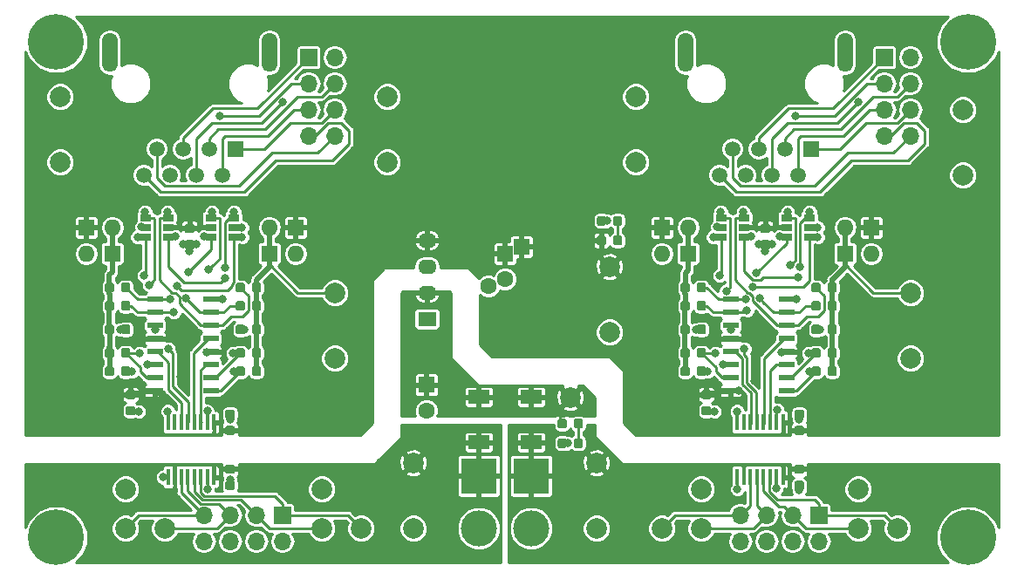
<source format=gbr>
G04 #@! TF.GenerationSoftware,KiCad,Pcbnew,5.0.2-bee76a0~70~ubuntu18.04.1*
G04 #@! TF.CreationDate,2019-06-19T23:09:45-07:00*
G04 #@! TF.ProjectId,aa-panel-receiver-lvds,61612d70-616e-4656-9c2d-726563656976,rev?*
G04 #@! TF.SameCoordinates,Original*
G04 #@! TF.FileFunction,Copper,L1,Top*
G04 #@! TF.FilePolarity,Positive*
%FSLAX46Y46*%
G04 Gerber Fmt 4.6, Leading zero omitted, Abs format (unit mm)*
G04 Created by KiCad (PCBNEW 5.0.2-bee76a0~70~ubuntu18.04.1) date Wed 19 Jun 2019 11:09:45 PM PDT*
%MOMM*%
%LPD*%
G01*
G04 APERTURE LIST*
G04 #@! TA.AperFunction,ComponentPad*
%ADD10C,2.000000*%
G04 #@! TD*
G04 #@! TA.AperFunction,Conductor*
%ADD11C,0.100000*%
G04 #@! TD*
G04 #@! TA.AperFunction,SMDPad,CuDef*
%ADD12C,0.875000*%
G04 #@! TD*
G04 #@! TA.AperFunction,ComponentPad*
%ADD13R,1.600000X1.600000*%
G04 #@! TD*
G04 #@! TA.AperFunction,ComponentPad*
%ADD14C,1.600000*%
G04 #@! TD*
G04 #@! TA.AperFunction,ComponentPad*
%ADD15R,3.500120X3.500120*%
G04 #@! TD*
G04 #@! TA.AperFunction,ComponentPad*
%ADD16C,3.500120*%
G04 #@! TD*
G04 #@! TA.AperFunction,ComponentPad*
%ADD17O,1.600000X1.600000*%
G04 #@! TD*
G04 #@! TA.AperFunction,SMDPad,CuDef*
%ADD18R,2.100000X1.400000*%
G04 #@! TD*
G04 #@! TA.AperFunction,ComponentPad*
%ADD19R,1.800000X1.400000*%
G04 #@! TD*
G04 #@! TA.AperFunction,ComponentPad*
%ADD20O,1.800000X1.400000*%
G04 #@! TD*
G04 #@! TA.AperFunction,ComponentPad*
%ADD21C,1.520000*%
G04 #@! TD*
G04 #@! TA.AperFunction,ComponentPad*
%ADD22R,1.520000X1.520000*%
G04 #@! TD*
G04 #@! TA.AperFunction,ComponentPad*
%ADD23O,1.524000X3.810000*%
G04 #@! TD*
G04 #@! TA.AperFunction,SMDPad,CuDef*
%ADD24R,1.060000X0.650000*%
G04 #@! TD*
G04 #@! TA.AperFunction,ComponentPad*
%ADD25R,1.700000X1.700000*%
G04 #@! TD*
G04 #@! TA.AperFunction,ComponentPad*
%ADD26O,1.700000X1.700000*%
G04 #@! TD*
G04 #@! TA.AperFunction,SMDPad,CuDef*
%ADD27R,1.500000X0.600000*%
G04 #@! TD*
G04 #@! TA.AperFunction,SMDPad,CuDef*
%ADD28R,0.410000X1.600000*%
G04 #@! TD*
G04 #@! TA.AperFunction,ComponentPad*
%ADD29C,0.800000*%
G04 #@! TD*
G04 #@! TA.AperFunction,ComponentPad*
%ADD30C,5.400000*%
G04 #@! TD*
G04 #@! TA.AperFunction,ViaPad*
%ADD31C,0.800000*%
G04 #@! TD*
G04 #@! TA.AperFunction,Conductor*
%ADD32C,0.508000*%
G04 #@! TD*
G04 #@! TA.AperFunction,Conductor*
%ADD33C,0.254000*%
G04 #@! TD*
G04 APERTURE END LIST*
D10*
G04 #@! TO.P,TP104,1*
G04 #@! TO.N,+5V_Y*
X147320000Y-93980000D03*
G04 #@! TD*
D11*
G04 #@! TO.N,GND_S*
G04 #@! TO.C,C321*
G36*
X157745691Y-80552053D02*
X157766926Y-80555203D01*
X157787750Y-80560419D01*
X157807962Y-80567651D01*
X157827368Y-80576830D01*
X157845781Y-80587866D01*
X157863024Y-80600654D01*
X157878930Y-80615070D01*
X157893346Y-80630976D01*
X157906134Y-80648219D01*
X157917170Y-80666632D01*
X157926349Y-80686038D01*
X157933581Y-80706250D01*
X157938797Y-80727074D01*
X157941947Y-80748309D01*
X157943000Y-80769750D01*
X157943000Y-81282250D01*
X157941947Y-81303691D01*
X157938797Y-81324926D01*
X157933581Y-81345750D01*
X157926349Y-81365962D01*
X157917170Y-81385368D01*
X157906134Y-81403781D01*
X157893346Y-81421024D01*
X157878930Y-81436930D01*
X157863024Y-81451346D01*
X157845781Y-81464134D01*
X157827368Y-81475170D01*
X157807962Y-81484349D01*
X157787750Y-81491581D01*
X157766926Y-81496797D01*
X157745691Y-81499947D01*
X157724250Y-81501000D01*
X157286750Y-81501000D01*
X157265309Y-81499947D01*
X157244074Y-81496797D01*
X157223250Y-81491581D01*
X157203038Y-81484349D01*
X157183632Y-81475170D01*
X157165219Y-81464134D01*
X157147976Y-81451346D01*
X157132070Y-81436930D01*
X157117654Y-81421024D01*
X157104866Y-81403781D01*
X157093830Y-81385368D01*
X157084651Y-81365962D01*
X157077419Y-81345750D01*
X157072203Y-81324926D01*
X157069053Y-81303691D01*
X157068000Y-81282250D01*
X157068000Y-80769750D01*
X157069053Y-80748309D01*
X157072203Y-80727074D01*
X157077419Y-80706250D01*
X157084651Y-80686038D01*
X157093830Y-80666632D01*
X157104866Y-80648219D01*
X157117654Y-80630976D01*
X157132070Y-80615070D01*
X157147976Y-80600654D01*
X157165219Y-80587866D01*
X157183632Y-80576830D01*
X157203038Y-80567651D01*
X157223250Y-80560419D01*
X157244074Y-80555203D01*
X157265309Y-80552053D01*
X157286750Y-80551000D01*
X157724250Y-80551000D01*
X157745691Y-80552053D01*
X157745691Y-80552053D01*
G37*
D12*
G04 #@! TD*
G04 #@! TO.P,C321,2*
G04 #@! TO.N,GND_S*
X157505500Y-81026000D03*
D11*
G04 #@! TO.N,/+2.5D*
G04 #@! TO.C,C321*
G36*
X156170691Y-80552053D02*
X156191926Y-80555203D01*
X156212750Y-80560419D01*
X156232962Y-80567651D01*
X156252368Y-80576830D01*
X156270781Y-80587866D01*
X156288024Y-80600654D01*
X156303930Y-80615070D01*
X156318346Y-80630976D01*
X156331134Y-80648219D01*
X156342170Y-80666632D01*
X156351349Y-80686038D01*
X156358581Y-80706250D01*
X156363797Y-80727074D01*
X156366947Y-80748309D01*
X156368000Y-80769750D01*
X156368000Y-81282250D01*
X156366947Y-81303691D01*
X156363797Y-81324926D01*
X156358581Y-81345750D01*
X156351349Y-81365962D01*
X156342170Y-81385368D01*
X156331134Y-81403781D01*
X156318346Y-81421024D01*
X156303930Y-81436930D01*
X156288024Y-81451346D01*
X156270781Y-81464134D01*
X156252368Y-81475170D01*
X156232962Y-81484349D01*
X156212750Y-81491581D01*
X156191926Y-81496797D01*
X156170691Y-81499947D01*
X156149250Y-81501000D01*
X155711750Y-81501000D01*
X155690309Y-81499947D01*
X155669074Y-81496797D01*
X155648250Y-81491581D01*
X155628038Y-81484349D01*
X155608632Y-81475170D01*
X155590219Y-81464134D01*
X155572976Y-81451346D01*
X155557070Y-81436930D01*
X155542654Y-81421024D01*
X155529866Y-81403781D01*
X155518830Y-81385368D01*
X155509651Y-81365962D01*
X155502419Y-81345750D01*
X155497203Y-81324926D01*
X155494053Y-81303691D01*
X155493000Y-81282250D01*
X155493000Y-80769750D01*
X155494053Y-80748309D01*
X155497203Y-80727074D01*
X155502419Y-80706250D01*
X155509651Y-80686038D01*
X155518830Y-80666632D01*
X155529866Y-80648219D01*
X155542654Y-80630976D01*
X155557070Y-80615070D01*
X155572976Y-80600654D01*
X155590219Y-80587866D01*
X155608632Y-80576830D01*
X155628038Y-80567651D01*
X155648250Y-80560419D01*
X155669074Y-80555203D01*
X155690309Y-80552053D01*
X155711750Y-80551000D01*
X156149250Y-80551000D01*
X156170691Y-80552053D01*
X156170691Y-80552053D01*
G37*
D12*
G04 #@! TD*
G04 #@! TO.P,C321,1*
G04 #@! TO.N,/+2.5D*
X155930500Y-81026000D03*
D11*
G04 #@! TO.N,/+2.5C*
G04 #@! TO.C,C311*
G36*
X170445691Y-80552053D02*
X170466926Y-80555203D01*
X170487750Y-80560419D01*
X170507962Y-80567651D01*
X170527368Y-80576830D01*
X170545781Y-80587866D01*
X170563024Y-80600654D01*
X170578930Y-80615070D01*
X170593346Y-80630976D01*
X170606134Y-80648219D01*
X170617170Y-80666632D01*
X170626349Y-80686038D01*
X170633581Y-80706250D01*
X170638797Y-80727074D01*
X170641947Y-80748309D01*
X170643000Y-80769750D01*
X170643000Y-81282250D01*
X170641947Y-81303691D01*
X170638797Y-81324926D01*
X170633581Y-81345750D01*
X170626349Y-81365962D01*
X170617170Y-81385368D01*
X170606134Y-81403781D01*
X170593346Y-81421024D01*
X170578930Y-81436930D01*
X170563024Y-81451346D01*
X170545781Y-81464134D01*
X170527368Y-81475170D01*
X170507962Y-81484349D01*
X170487750Y-81491581D01*
X170466926Y-81496797D01*
X170445691Y-81499947D01*
X170424250Y-81501000D01*
X169986750Y-81501000D01*
X169965309Y-81499947D01*
X169944074Y-81496797D01*
X169923250Y-81491581D01*
X169903038Y-81484349D01*
X169883632Y-81475170D01*
X169865219Y-81464134D01*
X169847976Y-81451346D01*
X169832070Y-81436930D01*
X169817654Y-81421024D01*
X169804866Y-81403781D01*
X169793830Y-81385368D01*
X169784651Y-81365962D01*
X169777419Y-81345750D01*
X169772203Y-81324926D01*
X169769053Y-81303691D01*
X169768000Y-81282250D01*
X169768000Y-80769750D01*
X169769053Y-80748309D01*
X169772203Y-80727074D01*
X169777419Y-80706250D01*
X169784651Y-80686038D01*
X169793830Y-80666632D01*
X169804866Y-80648219D01*
X169817654Y-80630976D01*
X169832070Y-80615070D01*
X169847976Y-80600654D01*
X169865219Y-80587866D01*
X169883632Y-80576830D01*
X169903038Y-80567651D01*
X169923250Y-80560419D01*
X169944074Y-80555203D01*
X169965309Y-80552053D01*
X169986750Y-80551000D01*
X170424250Y-80551000D01*
X170445691Y-80552053D01*
X170445691Y-80552053D01*
G37*
D12*
G04 #@! TD*
G04 #@! TO.P,C311,1*
G04 #@! TO.N,/+2.5C*
X170205500Y-81026000D03*
D11*
G04 #@! TO.N,GND_S*
G04 #@! TO.C,C311*
G36*
X168870691Y-80552053D02*
X168891926Y-80555203D01*
X168912750Y-80560419D01*
X168932962Y-80567651D01*
X168952368Y-80576830D01*
X168970781Y-80587866D01*
X168988024Y-80600654D01*
X169003930Y-80615070D01*
X169018346Y-80630976D01*
X169031134Y-80648219D01*
X169042170Y-80666632D01*
X169051349Y-80686038D01*
X169058581Y-80706250D01*
X169063797Y-80727074D01*
X169066947Y-80748309D01*
X169068000Y-80769750D01*
X169068000Y-81282250D01*
X169066947Y-81303691D01*
X169063797Y-81324926D01*
X169058581Y-81345750D01*
X169051349Y-81365962D01*
X169042170Y-81385368D01*
X169031134Y-81403781D01*
X169018346Y-81421024D01*
X169003930Y-81436930D01*
X168988024Y-81451346D01*
X168970781Y-81464134D01*
X168952368Y-81475170D01*
X168932962Y-81484349D01*
X168912750Y-81491581D01*
X168891926Y-81496797D01*
X168870691Y-81499947D01*
X168849250Y-81501000D01*
X168411750Y-81501000D01*
X168390309Y-81499947D01*
X168369074Y-81496797D01*
X168348250Y-81491581D01*
X168328038Y-81484349D01*
X168308632Y-81475170D01*
X168290219Y-81464134D01*
X168272976Y-81451346D01*
X168257070Y-81436930D01*
X168242654Y-81421024D01*
X168229866Y-81403781D01*
X168218830Y-81385368D01*
X168209651Y-81365962D01*
X168202419Y-81345750D01*
X168197203Y-81324926D01*
X168194053Y-81303691D01*
X168193000Y-81282250D01*
X168193000Y-80769750D01*
X168194053Y-80748309D01*
X168197203Y-80727074D01*
X168202419Y-80706250D01*
X168209651Y-80686038D01*
X168218830Y-80666632D01*
X168229866Y-80648219D01*
X168242654Y-80630976D01*
X168257070Y-80615070D01*
X168272976Y-80600654D01*
X168290219Y-80587866D01*
X168308632Y-80576830D01*
X168328038Y-80567651D01*
X168348250Y-80560419D01*
X168369074Y-80555203D01*
X168390309Y-80552053D01*
X168411750Y-80551000D01*
X168849250Y-80551000D01*
X168870691Y-80552053D01*
X168870691Y-80552053D01*
G37*
D12*
G04 #@! TD*
G04 #@! TO.P,C311,2*
G04 #@! TO.N,GND_S*
X168630500Y-81026000D03*
D11*
G04 #@! TO.N,GND_S*
G04 #@! TO.C,C201*
G36*
X108100691Y-72360053D02*
X108121926Y-72363203D01*
X108142750Y-72368419D01*
X108162962Y-72375651D01*
X108182368Y-72384830D01*
X108200781Y-72395866D01*
X108218024Y-72408654D01*
X108233930Y-72423070D01*
X108248346Y-72438976D01*
X108261134Y-72456219D01*
X108272170Y-72474632D01*
X108281349Y-72494038D01*
X108288581Y-72514250D01*
X108293797Y-72535074D01*
X108296947Y-72556309D01*
X108298000Y-72577750D01*
X108298000Y-73015250D01*
X108296947Y-73036691D01*
X108293797Y-73057926D01*
X108288581Y-73078750D01*
X108281349Y-73098962D01*
X108272170Y-73118368D01*
X108261134Y-73136781D01*
X108248346Y-73154024D01*
X108233930Y-73169930D01*
X108218024Y-73184346D01*
X108200781Y-73197134D01*
X108182368Y-73208170D01*
X108162962Y-73217349D01*
X108142750Y-73224581D01*
X108121926Y-73229797D01*
X108100691Y-73232947D01*
X108079250Y-73234000D01*
X107566750Y-73234000D01*
X107545309Y-73232947D01*
X107524074Y-73229797D01*
X107503250Y-73224581D01*
X107483038Y-73217349D01*
X107463632Y-73208170D01*
X107445219Y-73197134D01*
X107427976Y-73184346D01*
X107412070Y-73169930D01*
X107397654Y-73154024D01*
X107384866Y-73136781D01*
X107373830Y-73118368D01*
X107364651Y-73098962D01*
X107357419Y-73078750D01*
X107352203Y-73057926D01*
X107349053Y-73036691D01*
X107348000Y-73015250D01*
X107348000Y-72577750D01*
X107349053Y-72556309D01*
X107352203Y-72535074D01*
X107357419Y-72514250D01*
X107364651Y-72494038D01*
X107373830Y-72474632D01*
X107384866Y-72456219D01*
X107397654Y-72438976D01*
X107412070Y-72423070D01*
X107427976Y-72408654D01*
X107445219Y-72395866D01*
X107463632Y-72384830D01*
X107483038Y-72375651D01*
X107503250Y-72368419D01*
X107524074Y-72363203D01*
X107545309Y-72360053D01*
X107566750Y-72359000D01*
X108079250Y-72359000D01*
X108100691Y-72360053D01*
X108100691Y-72360053D01*
G37*
D12*
G04 #@! TD*
G04 #@! TO.P,C201,2*
G04 #@! TO.N,GND_S*
X107823000Y-72796500D03*
D11*
G04 #@! TO.N,+5V_S*
G04 #@! TO.C,C201*
G36*
X108100691Y-70785053D02*
X108121926Y-70788203D01*
X108142750Y-70793419D01*
X108162962Y-70800651D01*
X108182368Y-70809830D01*
X108200781Y-70820866D01*
X108218024Y-70833654D01*
X108233930Y-70848070D01*
X108248346Y-70863976D01*
X108261134Y-70881219D01*
X108272170Y-70899632D01*
X108281349Y-70919038D01*
X108288581Y-70939250D01*
X108293797Y-70960074D01*
X108296947Y-70981309D01*
X108298000Y-71002750D01*
X108298000Y-71440250D01*
X108296947Y-71461691D01*
X108293797Y-71482926D01*
X108288581Y-71503750D01*
X108281349Y-71523962D01*
X108272170Y-71543368D01*
X108261134Y-71561781D01*
X108248346Y-71579024D01*
X108233930Y-71594930D01*
X108218024Y-71609346D01*
X108200781Y-71622134D01*
X108182368Y-71633170D01*
X108162962Y-71642349D01*
X108142750Y-71649581D01*
X108121926Y-71654797D01*
X108100691Y-71657947D01*
X108079250Y-71659000D01*
X107566750Y-71659000D01*
X107545309Y-71657947D01*
X107524074Y-71654797D01*
X107503250Y-71649581D01*
X107483038Y-71642349D01*
X107463632Y-71633170D01*
X107445219Y-71622134D01*
X107427976Y-71609346D01*
X107412070Y-71594930D01*
X107397654Y-71579024D01*
X107384866Y-71561781D01*
X107373830Y-71543368D01*
X107364651Y-71523962D01*
X107357419Y-71503750D01*
X107352203Y-71482926D01*
X107349053Y-71461691D01*
X107348000Y-71440250D01*
X107348000Y-71002750D01*
X107349053Y-70981309D01*
X107352203Y-70960074D01*
X107357419Y-70939250D01*
X107364651Y-70919038D01*
X107373830Y-70899632D01*
X107384866Y-70881219D01*
X107397654Y-70863976D01*
X107412070Y-70848070D01*
X107427976Y-70833654D01*
X107445219Y-70820866D01*
X107463632Y-70809830D01*
X107483038Y-70800651D01*
X107503250Y-70793419D01*
X107524074Y-70788203D01*
X107545309Y-70785053D01*
X107566750Y-70784000D01*
X108079250Y-70784000D01*
X108100691Y-70785053D01*
X108100691Y-70785053D01*
G37*
D12*
G04 #@! TD*
G04 #@! TO.P,C201,1*
G04 #@! TO.N,+5V_S*
X107823000Y-71221500D03*
D11*
G04 #@! TO.N,+5V_S*
G04 #@! TO.C,C202*
G36*
X102385691Y-86914053D02*
X102406926Y-86917203D01*
X102427750Y-86922419D01*
X102447962Y-86929651D01*
X102467368Y-86938830D01*
X102485781Y-86949866D01*
X102503024Y-86962654D01*
X102518930Y-86977070D01*
X102533346Y-86992976D01*
X102546134Y-87010219D01*
X102557170Y-87028632D01*
X102566349Y-87048038D01*
X102573581Y-87068250D01*
X102578797Y-87089074D01*
X102581947Y-87110309D01*
X102583000Y-87131750D01*
X102583000Y-87569250D01*
X102581947Y-87590691D01*
X102578797Y-87611926D01*
X102573581Y-87632750D01*
X102566349Y-87652962D01*
X102557170Y-87672368D01*
X102546134Y-87690781D01*
X102533346Y-87708024D01*
X102518930Y-87723930D01*
X102503024Y-87738346D01*
X102485781Y-87751134D01*
X102467368Y-87762170D01*
X102447962Y-87771349D01*
X102427750Y-87778581D01*
X102406926Y-87783797D01*
X102385691Y-87786947D01*
X102364250Y-87788000D01*
X101851750Y-87788000D01*
X101830309Y-87786947D01*
X101809074Y-87783797D01*
X101788250Y-87778581D01*
X101768038Y-87771349D01*
X101748632Y-87762170D01*
X101730219Y-87751134D01*
X101712976Y-87738346D01*
X101697070Y-87723930D01*
X101682654Y-87708024D01*
X101669866Y-87690781D01*
X101658830Y-87672368D01*
X101649651Y-87652962D01*
X101642419Y-87632750D01*
X101637203Y-87611926D01*
X101634053Y-87590691D01*
X101633000Y-87569250D01*
X101633000Y-87131750D01*
X101634053Y-87110309D01*
X101637203Y-87089074D01*
X101642419Y-87068250D01*
X101649651Y-87048038D01*
X101658830Y-87028632D01*
X101669866Y-87010219D01*
X101682654Y-86992976D01*
X101697070Y-86977070D01*
X101712976Y-86962654D01*
X101730219Y-86949866D01*
X101748632Y-86938830D01*
X101768038Y-86929651D01*
X101788250Y-86922419D01*
X101809074Y-86917203D01*
X101830309Y-86914053D01*
X101851750Y-86913000D01*
X102364250Y-86913000D01*
X102385691Y-86914053D01*
X102385691Y-86914053D01*
G37*
D12*
G04 #@! TD*
G04 #@! TO.P,C202,1*
G04 #@! TO.N,+5V_S*
X102108000Y-87350500D03*
D11*
G04 #@! TO.N,GND_S*
G04 #@! TO.C,C202*
G36*
X102385691Y-88489053D02*
X102406926Y-88492203D01*
X102427750Y-88497419D01*
X102447962Y-88504651D01*
X102467368Y-88513830D01*
X102485781Y-88524866D01*
X102503024Y-88537654D01*
X102518930Y-88552070D01*
X102533346Y-88567976D01*
X102546134Y-88585219D01*
X102557170Y-88603632D01*
X102566349Y-88623038D01*
X102573581Y-88643250D01*
X102578797Y-88664074D01*
X102581947Y-88685309D01*
X102583000Y-88706750D01*
X102583000Y-89144250D01*
X102581947Y-89165691D01*
X102578797Y-89186926D01*
X102573581Y-89207750D01*
X102566349Y-89227962D01*
X102557170Y-89247368D01*
X102546134Y-89265781D01*
X102533346Y-89283024D01*
X102518930Y-89298930D01*
X102503024Y-89313346D01*
X102485781Y-89326134D01*
X102467368Y-89337170D01*
X102447962Y-89346349D01*
X102427750Y-89353581D01*
X102406926Y-89358797D01*
X102385691Y-89361947D01*
X102364250Y-89363000D01*
X101851750Y-89363000D01*
X101830309Y-89361947D01*
X101809074Y-89358797D01*
X101788250Y-89353581D01*
X101768038Y-89346349D01*
X101748632Y-89337170D01*
X101730219Y-89326134D01*
X101712976Y-89313346D01*
X101697070Y-89298930D01*
X101682654Y-89283024D01*
X101669866Y-89265781D01*
X101658830Y-89247368D01*
X101649651Y-89227962D01*
X101642419Y-89207750D01*
X101637203Y-89186926D01*
X101634053Y-89165691D01*
X101633000Y-89144250D01*
X101633000Y-88706750D01*
X101634053Y-88685309D01*
X101637203Y-88664074D01*
X101642419Y-88643250D01*
X101649651Y-88623038D01*
X101658830Y-88603632D01*
X101669866Y-88585219D01*
X101682654Y-88567976D01*
X101697070Y-88552070D01*
X101712976Y-88537654D01*
X101730219Y-88524866D01*
X101748632Y-88513830D01*
X101768038Y-88504651D01*
X101788250Y-88497419D01*
X101809074Y-88492203D01*
X101830309Y-88489053D01*
X101851750Y-88488000D01*
X102364250Y-88488000D01*
X102385691Y-88489053D01*
X102385691Y-88489053D01*
G37*
D12*
G04 #@! TD*
G04 #@! TO.P,C202,2*
G04 #@! TO.N,GND_S*
X102108000Y-88925500D03*
D11*
G04 #@! TO.N,GND*
G04 #@! TO.C,C304*
G36*
X167282691Y-95728053D02*
X167303926Y-95731203D01*
X167324750Y-95736419D01*
X167344962Y-95743651D01*
X167364368Y-95752830D01*
X167382781Y-95763866D01*
X167400024Y-95776654D01*
X167415930Y-95791070D01*
X167430346Y-95806976D01*
X167443134Y-95824219D01*
X167454170Y-95842632D01*
X167463349Y-95862038D01*
X167470581Y-95882250D01*
X167475797Y-95903074D01*
X167478947Y-95924309D01*
X167480000Y-95945750D01*
X167480000Y-96383250D01*
X167478947Y-96404691D01*
X167475797Y-96425926D01*
X167470581Y-96446750D01*
X167463349Y-96466962D01*
X167454170Y-96486368D01*
X167443134Y-96504781D01*
X167430346Y-96522024D01*
X167415930Y-96537930D01*
X167400024Y-96552346D01*
X167382781Y-96565134D01*
X167364368Y-96576170D01*
X167344962Y-96585349D01*
X167324750Y-96592581D01*
X167303926Y-96597797D01*
X167282691Y-96600947D01*
X167261250Y-96602000D01*
X166748750Y-96602000D01*
X166727309Y-96600947D01*
X166706074Y-96597797D01*
X166685250Y-96592581D01*
X166665038Y-96585349D01*
X166645632Y-96576170D01*
X166627219Y-96565134D01*
X166609976Y-96552346D01*
X166594070Y-96537930D01*
X166579654Y-96522024D01*
X166566866Y-96504781D01*
X166555830Y-96486368D01*
X166546651Y-96466962D01*
X166539419Y-96446750D01*
X166534203Y-96425926D01*
X166531053Y-96404691D01*
X166530000Y-96383250D01*
X166530000Y-95945750D01*
X166531053Y-95924309D01*
X166534203Y-95903074D01*
X166539419Y-95882250D01*
X166546651Y-95862038D01*
X166555830Y-95842632D01*
X166566866Y-95824219D01*
X166579654Y-95806976D01*
X166594070Y-95791070D01*
X166609976Y-95776654D01*
X166627219Y-95763866D01*
X166645632Y-95752830D01*
X166665038Y-95743651D01*
X166685250Y-95736419D01*
X166706074Y-95731203D01*
X166727309Y-95728053D01*
X166748750Y-95727000D01*
X167261250Y-95727000D01*
X167282691Y-95728053D01*
X167282691Y-95728053D01*
G37*
D12*
G04 #@! TD*
G04 #@! TO.P,C304,2*
G04 #@! TO.N,GND*
X167005000Y-96164500D03*
D11*
G04 #@! TO.N,+5V_Y*
G04 #@! TO.C,C304*
G36*
X167282691Y-94153053D02*
X167303926Y-94156203D01*
X167324750Y-94161419D01*
X167344962Y-94168651D01*
X167364368Y-94177830D01*
X167382781Y-94188866D01*
X167400024Y-94201654D01*
X167415930Y-94216070D01*
X167430346Y-94231976D01*
X167443134Y-94249219D01*
X167454170Y-94267632D01*
X167463349Y-94287038D01*
X167470581Y-94307250D01*
X167475797Y-94328074D01*
X167478947Y-94349309D01*
X167480000Y-94370750D01*
X167480000Y-94808250D01*
X167478947Y-94829691D01*
X167475797Y-94850926D01*
X167470581Y-94871750D01*
X167463349Y-94891962D01*
X167454170Y-94911368D01*
X167443134Y-94929781D01*
X167430346Y-94947024D01*
X167415930Y-94962930D01*
X167400024Y-94977346D01*
X167382781Y-94990134D01*
X167364368Y-95001170D01*
X167344962Y-95010349D01*
X167324750Y-95017581D01*
X167303926Y-95022797D01*
X167282691Y-95025947D01*
X167261250Y-95027000D01*
X166748750Y-95027000D01*
X166727309Y-95025947D01*
X166706074Y-95022797D01*
X166685250Y-95017581D01*
X166665038Y-95010349D01*
X166645632Y-95001170D01*
X166627219Y-94990134D01*
X166609976Y-94977346D01*
X166594070Y-94962930D01*
X166579654Y-94947024D01*
X166566866Y-94929781D01*
X166555830Y-94911368D01*
X166546651Y-94891962D01*
X166539419Y-94871750D01*
X166534203Y-94850926D01*
X166531053Y-94829691D01*
X166530000Y-94808250D01*
X166530000Y-94370750D01*
X166531053Y-94349309D01*
X166534203Y-94328074D01*
X166539419Y-94307250D01*
X166546651Y-94287038D01*
X166555830Y-94267632D01*
X166566866Y-94249219D01*
X166579654Y-94231976D01*
X166594070Y-94216070D01*
X166609976Y-94201654D01*
X166627219Y-94188866D01*
X166645632Y-94177830D01*
X166665038Y-94168651D01*
X166685250Y-94161419D01*
X166706074Y-94156203D01*
X166727309Y-94153053D01*
X166748750Y-94152000D01*
X167261250Y-94152000D01*
X167282691Y-94153053D01*
X167282691Y-94153053D01*
G37*
D12*
G04 #@! TD*
G04 #@! TO.P,C304,1*
G04 #@! TO.N,+5V_Y*
X167005000Y-94589500D03*
D11*
G04 #@! TO.N,+5V_S*
G04 #@! TO.C,C203*
G36*
X112037691Y-90394053D02*
X112058926Y-90397203D01*
X112079750Y-90402419D01*
X112099962Y-90409651D01*
X112119368Y-90418830D01*
X112137781Y-90429866D01*
X112155024Y-90442654D01*
X112170930Y-90457070D01*
X112185346Y-90472976D01*
X112198134Y-90490219D01*
X112209170Y-90508632D01*
X112218349Y-90528038D01*
X112225581Y-90548250D01*
X112230797Y-90569074D01*
X112233947Y-90590309D01*
X112235000Y-90611750D01*
X112235000Y-91049250D01*
X112233947Y-91070691D01*
X112230797Y-91091926D01*
X112225581Y-91112750D01*
X112218349Y-91132962D01*
X112209170Y-91152368D01*
X112198134Y-91170781D01*
X112185346Y-91188024D01*
X112170930Y-91203930D01*
X112155024Y-91218346D01*
X112137781Y-91231134D01*
X112119368Y-91242170D01*
X112099962Y-91251349D01*
X112079750Y-91258581D01*
X112058926Y-91263797D01*
X112037691Y-91266947D01*
X112016250Y-91268000D01*
X111503750Y-91268000D01*
X111482309Y-91266947D01*
X111461074Y-91263797D01*
X111440250Y-91258581D01*
X111420038Y-91251349D01*
X111400632Y-91242170D01*
X111382219Y-91231134D01*
X111364976Y-91218346D01*
X111349070Y-91203930D01*
X111334654Y-91188024D01*
X111321866Y-91170781D01*
X111310830Y-91152368D01*
X111301651Y-91132962D01*
X111294419Y-91112750D01*
X111289203Y-91091926D01*
X111286053Y-91070691D01*
X111285000Y-91049250D01*
X111285000Y-90611750D01*
X111286053Y-90590309D01*
X111289203Y-90569074D01*
X111294419Y-90548250D01*
X111301651Y-90528038D01*
X111310830Y-90508632D01*
X111321866Y-90490219D01*
X111334654Y-90472976D01*
X111349070Y-90457070D01*
X111364976Y-90442654D01*
X111382219Y-90429866D01*
X111400632Y-90418830D01*
X111420038Y-90409651D01*
X111440250Y-90402419D01*
X111461074Y-90397203D01*
X111482309Y-90394053D01*
X111503750Y-90393000D01*
X112016250Y-90393000D01*
X112037691Y-90394053D01*
X112037691Y-90394053D01*
G37*
D12*
G04 #@! TD*
G04 #@! TO.P,C203,1*
G04 #@! TO.N,+5V_S*
X111760000Y-90830500D03*
D11*
G04 #@! TO.N,GND_S*
G04 #@! TO.C,C203*
G36*
X112037691Y-88819053D02*
X112058926Y-88822203D01*
X112079750Y-88827419D01*
X112099962Y-88834651D01*
X112119368Y-88843830D01*
X112137781Y-88854866D01*
X112155024Y-88867654D01*
X112170930Y-88882070D01*
X112185346Y-88897976D01*
X112198134Y-88915219D01*
X112209170Y-88933632D01*
X112218349Y-88953038D01*
X112225581Y-88973250D01*
X112230797Y-88994074D01*
X112233947Y-89015309D01*
X112235000Y-89036750D01*
X112235000Y-89474250D01*
X112233947Y-89495691D01*
X112230797Y-89516926D01*
X112225581Y-89537750D01*
X112218349Y-89557962D01*
X112209170Y-89577368D01*
X112198134Y-89595781D01*
X112185346Y-89613024D01*
X112170930Y-89628930D01*
X112155024Y-89643346D01*
X112137781Y-89656134D01*
X112119368Y-89667170D01*
X112099962Y-89676349D01*
X112079750Y-89683581D01*
X112058926Y-89688797D01*
X112037691Y-89691947D01*
X112016250Y-89693000D01*
X111503750Y-89693000D01*
X111482309Y-89691947D01*
X111461074Y-89688797D01*
X111440250Y-89683581D01*
X111420038Y-89676349D01*
X111400632Y-89667170D01*
X111382219Y-89656134D01*
X111364976Y-89643346D01*
X111349070Y-89628930D01*
X111334654Y-89613024D01*
X111321866Y-89595781D01*
X111310830Y-89577368D01*
X111301651Y-89557962D01*
X111294419Y-89537750D01*
X111289203Y-89516926D01*
X111286053Y-89495691D01*
X111285000Y-89474250D01*
X111285000Y-89036750D01*
X111286053Y-89015309D01*
X111289203Y-88994074D01*
X111294419Y-88973250D01*
X111301651Y-88953038D01*
X111310830Y-88933632D01*
X111321866Y-88915219D01*
X111334654Y-88897976D01*
X111349070Y-88882070D01*
X111364976Y-88867654D01*
X111382219Y-88854866D01*
X111400632Y-88843830D01*
X111420038Y-88834651D01*
X111440250Y-88827419D01*
X111461074Y-88822203D01*
X111482309Y-88819053D01*
X111503750Y-88818000D01*
X112016250Y-88818000D01*
X112037691Y-88819053D01*
X112037691Y-88819053D01*
G37*
D12*
G04 #@! TD*
G04 #@! TO.P,C203,2*
G04 #@! TO.N,GND_S*
X111760000Y-89255500D03*
D11*
G04 #@! TO.N,GND*
G04 #@! TO.C,C204*
G36*
X112037691Y-95728053D02*
X112058926Y-95731203D01*
X112079750Y-95736419D01*
X112099962Y-95743651D01*
X112119368Y-95752830D01*
X112137781Y-95763866D01*
X112155024Y-95776654D01*
X112170930Y-95791070D01*
X112185346Y-95806976D01*
X112198134Y-95824219D01*
X112209170Y-95842632D01*
X112218349Y-95862038D01*
X112225581Y-95882250D01*
X112230797Y-95903074D01*
X112233947Y-95924309D01*
X112235000Y-95945750D01*
X112235000Y-96383250D01*
X112233947Y-96404691D01*
X112230797Y-96425926D01*
X112225581Y-96446750D01*
X112218349Y-96466962D01*
X112209170Y-96486368D01*
X112198134Y-96504781D01*
X112185346Y-96522024D01*
X112170930Y-96537930D01*
X112155024Y-96552346D01*
X112137781Y-96565134D01*
X112119368Y-96576170D01*
X112099962Y-96585349D01*
X112079750Y-96592581D01*
X112058926Y-96597797D01*
X112037691Y-96600947D01*
X112016250Y-96602000D01*
X111503750Y-96602000D01*
X111482309Y-96600947D01*
X111461074Y-96597797D01*
X111440250Y-96592581D01*
X111420038Y-96585349D01*
X111400632Y-96576170D01*
X111382219Y-96565134D01*
X111364976Y-96552346D01*
X111349070Y-96537930D01*
X111334654Y-96522024D01*
X111321866Y-96504781D01*
X111310830Y-96486368D01*
X111301651Y-96466962D01*
X111294419Y-96446750D01*
X111289203Y-96425926D01*
X111286053Y-96404691D01*
X111285000Y-96383250D01*
X111285000Y-95945750D01*
X111286053Y-95924309D01*
X111289203Y-95903074D01*
X111294419Y-95882250D01*
X111301651Y-95862038D01*
X111310830Y-95842632D01*
X111321866Y-95824219D01*
X111334654Y-95806976D01*
X111349070Y-95791070D01*
X111364976Y-95776654D01*
X111382219Y-95763866D01*
X111400632Y-95752830D01*
X111420038Y-95743651D01*
X111440250Y-95736419D01*
X111461074Y-95731203D01*
X111482309Y-95728053D01*
X111503750Y-95727000D01*
X112016250Y-95727000D01*
X112037691Y-95728053D01*
X112037691Y-95728053D01*
G37*
D12*
G04 #@! TD*
G04 #@! TO.P,C204,2*
G04 #@! TO.N,GND*
X111760000Y-96164500D03*
D11*
G04 #@! TO.N,+5V_X*
G04 #@! TO.C,C204*
G36*
X112037691Y-94153053D02*
X112058926Y-94156203D01*
X112079750Y-94161419D01*
X112099962Y-94168651D01*
X112119368Y-94177830D01*
X112137781Y-94188866D01*
X112155024Y-94201654D01*
X112170930Y-94216070D01*
X112185346Y-94231976D01*
X112198134Y-94249219D01*
X112209170Y-94267632D01*
X112218349Y-94287038D01*
X112225581Y-94307250D01*
X112230797Y-94328074D01*
X112233947Y-94349309D01*
X112235000Y-94370750D01*
X112235000Y-94808250D01*
X112233947Y-94829691D01*
X112230797Y-94850926D01*
X112225581Y-94871750D01*
X112218349Y-94891962D01*
X112209170Y-94911368D01*
X112198134Y-94929781D01*
X112185346Y-94947024D01*
X112170930Y-94962930D01*
X112155024Y-94977346D01*
X112137781Y-94990134D01*
X112119368Y-95001170D01*
X112099962Y-95010349D01*
X112079750Y-95017581D01*
X112058926Y-95022797D01*
X112037691Y-95025947D01*
X112016250Y-95027000D01*
X111503750Y-95027000D01*
X111482309Y-95025947D01*
X111461074Y-95022797D01*
X111440250Y-95017581D01*
X111420038Y-95010349D01*
X111400632Y-95001170D01*
X111382219Y-94990134D01*
X111364976Y-94977346D01*
X111349070Y-94962930D01*
X111334654Y-94947024D01*
X111321866Y-94929781D01*
X111310830Y-94911368D01*
X111301651Y-94891962D01*
X111294419Y-94871750D01*
X111289203Y-94850926D01*
X111286053Y-94829691D01*
X111285000Y-94808250D01*
X111285000Y-94370750D01*
X111286053Y-94349309D01*
X111289203Y-94328074D01*
X111294419Y-94307250D01*
X111301651Y-94287038D01*
X111310830Y-94267632D01*
X111321866Y-94249219D01*
X111334654Y-94231976D01*
X111349070Y-94216070D01*
X111364976Y-94201654D01*
X111382219Y-94188866D01*
X111400632Y-94177830D01*
X111420038Y-94168651D01*
X111440250Y-94161419D01*
X111461074Y-94156203D01*
X111482309Y-94153053D01*
X111503750Y-94152000D01*
X112016250Y-94152000D01*
X112037691Y-94153053D01*
X112037691Y-94153053D01*
G37*
D12*
G04 #@! TD*
G04 #@! TO.P,C204,1*
G04 #@! TO.N,+5V_X*
X111760000Y-94589500D03*
D11*
G04 #@! TO.N,/+2.5A*
G04 #@! TO.C,C211*
G36*
X114565691Y-80552053D02*
X114586926Y-80555203D01*
X114607750Y-80560419D01*
X114627962Y-80567651D01*
X114647368Y-80576830D01*
X114665781Y-80587866D01*
X114683024Y-80600654D01*
X114698930Y-80615070D01*
X114713346Y-80630976D01*
X114726134Y-80648219D01*
X114737170Y-80666632D01*
X114746349Y-80686038D01*
X114753581Y-80706250D01*
X114758797Y-80727074D01*
X114761947Y-80748309D01*
X114763000Y-80769750D01*
X114763000Y-81282250D01*
X114761947Y-81303691D01*
X114758797Y-81324926D01*
X114753581Y-81345750D01*
X114746349Y-81365962D01*
X114737170Y-81385368D01*
X114726134Y-81403781D01*
X114713346Y-81421024D01*
X114698930Y-81436930D01*
X114683024Y-81451346D01*
X114665781Y-81464134D01*
X114647368Y-81475170D01*
X114627962Y-81484349D01*
X114607750Y-81491581D01*
X114586926Y-81496797D01*
X114565691Y-81499947D01*
X114544250Y-81501000D01*
X114106750Y-81501000D01*
X114085309Y-81499947D01*
X114064074Y-81496797D01*
X114043250Y-81491581D01*
X114023038Y-81484349D01*
X114003632Y-81475170D01*
X113985219Y-81464134D01*
X113967976Y-81451346D01*
X113952070Y-81436930D01*
X113937654Y-81421024D01*
X113924866Y-81403781D01*
X113913830Y-81385368D01*
X113904651Y-81365962D01*
X113897419Y-81345750D01*
X113892203Y-81324926D01*
X113889053Y-81303691D01*
X113888000Y-81282250D01*
X113888000Y-80769750D01*
X113889053Y-80748309D01*
X113892203Y-80727074D01*
X113897419Y-80706250D01*
X113904651Y-80686038D01*
X113913830Y-80666632D01*
X113924866Y-80648219D01*
X113937654Y-80630976D01*
X113952070Y-80615070D01*
X113967976Y-80600654D01*
X113985219Y-80587866D01*
X114003632Y-80576830D01*
X114023038Y-80567651D01*
X114043250Y-80560419D01*
X114064074Y-80555203D01*
X114085309Y-80552053D01*
X114106750Y-80551000D01*
X114544250Y-80551000D01*
X114565691Y-80552053D01*
X114565691Y-80552053D01*
G37*
D12*
G04 #@! TD*
G04 #@! TO.P,C211,1*
G04 #@! TO.N,/+2.5A*
X114325500Y-81026000D03*
D11*
G04 #@! TO.N,GND_S*
G04 #@! TO.C,C211*
G36*
X112990691Y-80552053D02*
X113011926Y-80555203D01*
X113032750Y-80560419D01*
X113052962Y-80567651D01*
X113072368Y-80576830D01*
X113090781Y-80587866D01*
X113108024Y-80600654D01*
X113123930Y-80615070D01*
X113138346Y-80630976D01*
X113151134Y-80648219D01*
X113162170Y-80666632D01*
X113171349Y-80686038D01*
X113178581Y-80706250D01*
X113183797Y-80727074D01*
X113186947Y-80748309D01*
X113188000Y-80769750D01*
X113188000Y-81282250D01*
X113186947Y-81303691D01*
X113183797Y-81324926D01*
X113178581Y-81345750D01*
X113171349Y-81365962D01*
X113162170Y-81385368D01*
X113151134Y-81403781D01*
X113138346Y-81421024D01*
X113123930Y-81436930D01*
X113108024Y-81451346D01*
X113090781Y-81464134D01*
X113072368Y-81475170D01*
X113052962Y-81484349D01*
X113032750Y-81491581D01*
X113011926Y-81496797D01*
X112990691Y-81499947D01*
X112969250Y-81501000D01*
X112531750Y-81501000D01*
X112510309Y-81499947D01*
X112489074Y-81496797D01*
X112468250Y-81491581D01*
X112448038Y-81484349D01*
X112428632Y-81475170D01*
X112410219Y-81464134D01*
X112392976Y-81451346D01*
X112377070Y-81436930D01*
X112362654Y-81421024D01*
X112349866Y-81403781D01*
X112338830Y-81385368D01*
X112329651Y-81365962D01*
X112322419Y-81345750D01*
X112317203Y-81324926D01*
X112314053Y-81303691D01*
X112313000Y-81282250D01*
X112313000Y-80769750D01*
X112314053Y-80748309D01*
X112317203Y-80727074D01*
X112322419Y-80706250D01*
X112329651Y-80686038D01*
X112338830Y-80666632D01*
X112349866Y-80648219D01*
X112362654Y-80630976D01*
X112377070Y-80615070D01*
X112392976Y-80600654D01*
X112410219Y-80587866D01*
X112428632Y-80576830D01*
X112448038Y-80567651D01*
X112468250Y-80560419D01*
X112489074Y-80555203D01*
X112510309Y-80552053D01*
X112531750Y-80551000D01*
X112969250Y-80551000D01*
X112990691Y-80552053D01*
X112990691Y-80552053D01*
G37*
D12*
G04 #@! TD*
G04 #@! TO.P,C211,2*
G04 #@! TO.N,GND_S*
X112750500Y-81026000D03*
D11*
G04 #@! TO.N,GND_S*
G04 #@! TO.C,C221*
G36*
X101865691Y-80552053D02*
X101886926Y-80555203D01*
X101907750Y-80560419D01*
X101927962Y-80567651D01*
X101947368Y-80576830D01*
X101965781Y-80587866D01*
X101983024Y-80600654D01*
X101998930Y-80615070D01*
X102013346Y-80630976D01*
X102026134Y-80648219D01*
X102037170Y-80666632D01*
X102046349Y-80686038D01*
X102053581Y-80706250D01*
X102058797Y-80727074D01*
X102061947Y-80748309D01*
X102063000Y-80769750D01*
X102063000Y-81282250D01*
X102061947Y-81303691D01*
X102058797Y-81324926D01*
X102053581Y-81345750D01*
X102046349Y-81365962D01*
X102037170Y-81385368D01*
X102026134Y-81403781D01*
X102013346Y-81421024D01*
X101998930Y-81436930D01*
X101983024Y-81451346D01*
X101965781Y-81464134D01*
X101947368Y-81475170D01*
X101927962Y-81484349D01*
X101907750Y-81491581D01*
X101886926Y-81496797D01*
X101865691Y-81499947D01*
X101844250Y-81501000D01*
X101406750Y-81501000D01*
X101385309Y-81499947D01*
X101364074Y-81496797D01*
X101343250Y-81491581D01*
X101323038Y-81484349D01*
X101303632Y-81475170D01*
X101285219Y-81464134D01*
X101267976Y-81451346D01*
X101252070Y-81436930D01*
X101237654Y-81421024D01*
X101224866Y-81403781D01*
X101213830Y-81385368D01*
X101204651Y-81365962D01*
X101197419Y-81345750D01*
X101192203Y-81324926D01*
X101189053Y-81303691D01*
X101188000Y-81282250D01*
X101188000Y-80769750D01*
X101189053Y-80748309D01*
X101192203Y-80727074D01*
X101197419Y-80706250D01*
X101204651Y-80686038D01*
X101213830Y-80666632D01*
X101224866Y-80648219D01*
X101237654Y-80630976D01*
X101252070Y-80615070D01*
X101267976Y-80600654D01*
X101285219Y-80587866D01*
X101303632Y-80576830D01*
X101323038Y-80567651D01*
X101343250Y-80560419D01*
X101364074Y-80555203D01*
X101385309Y-80552053D01*
X101406750Y-80551000D01*
X101844250Y-80551000D01*
X101865691Y-80552053D01*
X101865691Y-80552053D01*
G37*
D12*
G04 #@! TD*
G04 #@! TO.P,C221,2*
G04 #@! TO.N,GND_S*
X101625500Y-81026000D03*
D11*
G04 #@! TO.N,/+2.5B*
G04 #@! TO.C,C221*
G36*
X100290691Y-80552053D02*
X100311926Y-80555203D01*
X100332750Y-80560419D01*
X100352962Y-80567651D01*
X100372368Y-80576830D01*
X100390781Y-80587866D01*
X100408024Y-80600654D01*
X100423930Y-80615070D01*
X100438346Y-80630976D01*
X100451134Y-80648219D01*
X100462170Y-80666632D01*
X100471349Y-80686038D01*
X100478581Y-80706250D01*
X100483797Y-80727074D01*
X100486947Y-80748309D01*
X100488000Y-80769750D01*
X100488000Y-81282250D01*
X100486947Y-81303691D01*
X100483797Y-81324926D01*
X100478581Y-81345750D01*
X100471349Y-81365962D01*
X100462170Y-81385368D01*
X100451134Y-81403781D01*
X100438346Y-81421024D01*
X100423930Y-81436930D01*
X100408024Y-81451346D01*
X100390781Y-81464134D01*
X100372368Y-81475170D01*
X100352962Y-81484349D01*
X100332750Y-81491581D01*
X100311926Y-81496797D01*
X100290691Y-81499947D01*
X100269250Y-81501000D01*
X99831750Y-81501000D01*
X99810309Y-81499947D01*
X99789074Y-81496797D01*
X99768250Y-81491581D01*
X99748038Y-81484349D01*
X99728632Y-81475170D01*
X99710219Y-81464134D01*
X99692976Y-81451346D01*
X99677070Y-81436930D01*
X99662654Y-81421024D01*
X99649866Y-81403781D01*
X99638830Y-81385368D01*
X99629651Y-81365962D01*
X99622419Y-81345750D01*
X99617203Y-81324926D01*
X99614053Y-81303691D01*
X99613000Y-81282250D01*
X99613000Y-80769750D01*
X99614053Y-80748309D01*
X99617203Y-80727074D01*
X99622419Y-80706250D01*
X99629651Y-80686038D01*
X99638830Y-80666632D01*
X99649866Y-80648219D01*
X99662654Y-80630976D01*
X99677070Y-80615070D01*
X99692976Y-80600654D01*
X99710219Y-80587866D01*
X99728632Y-80576830D01*
X99748038Y-80567651D01*
X99768250Y-80560419D01*
X99789074Y-80555203D01*
X99810309Y-80552053D01*
X99831750Y-80551000D01*
X100269250Y-80551000D01*
X100290691Y-80552053D01*
X100290691Y-80552053D01*
G37*
D12*
G04 #@! TD*
G04 #@! TO.P,C221,1*
G04 #@! TO.N,/+2.5B*
X100050500Y-81026000D03*
D11*
G04 #@! TO.N,+5V_S*
G04 #@! TO.C,C301*
G36*
X163980691Y-70785053D02*
X164001926Y-70788203D01*
X164022750Y-70793419D01*
X164042962Y-70800651D01*
X164062368Y-70809830D01*
X164080781Y-70820866D01*
X164098024Y-70833654D01*
X164113930Y-70848070D01*
X164128346Y-70863976D01*
X164141134Y-70881219D01*
X164152170Y-70899632D01*
X164161349Y-70919038D01*
X164168581Y-70939250D01*
X164173797Y-70960074D01*
X164176947Y-70981309D01*
X164178000Y-71002750D01*
X164178000Y-71440250D01*
X164176947Y-71461691D01*
X164173797Y-71482926D01*
X164168581Y-71503750D01*
X164161349Y-71523962D01*
X164152170Y-71543368D01*
X164141134Y-71561781D01*
X164128346Y-71579024D01*
X164113930Y-71594930D01*
X164098024Y-71609346D01*
X164080781Y-71622134D01*
X164062368Y-71633170D01*
X164042962Y-71642349D01*
X164022750Y-71649581D01*
X164001926Y-71654797D01*
X163980691Y-71657947D01*
X163959250Y-71659000D01*
X163446750Y-71659000D01*
X163425309Y-71657947D01*
X163404074Y-71654797D01*
X163383250Y-71649581D01*
X163363038Y-71642349D01*
X163343632Y-71633170D01*
X163325219Y-71622134D01*
X163307976Y-71609346D01*
X163292070Y-71594930D01*
X163277654Y-71579024D01*
X163264866Y-71561781D01*
X163253830Y-71543368D01*
X163244651Y-71523962D01*
X163237419Y-71503750D01*
X163232203Y-71482926D01*
X163229053Y-71461691D01*
X163228000Y-71440250D01*
X163228000Y-71002750D01*
X163229053Y-70981309D01*
X163232203Y-70960074D01*
X163237419Y-70939250D01*
X163244651Y-70919038D01*
X163253830Y-70899632D01*
X163264866Y-70881219D01*
X163277654Y-70863976D01*
X163292070Y-70848070D01*
X163307976Y-70833654D01*
X163325219Y-70820866D01*
X163343632Y-70809830D01*
X163363038Y-70800651D01*
X163383250Y-70793419D01*
X163404074Y-70788203D01*
X163425309Y-70785053D01*
X163446750Y-70784000D01*
X163959250Y-70784000D01*
X163980691Y-70785053D01*
X163980691Y-70785053D01*
G37*
D12*
G04 #@! TD*
G04 #@! TO.P,C301,1*
G04 #@! TO.N,+5V_S*
X163703000Y-71221500D03*
D11*
G04 #@! TO.N,GND_S*
G04 #@! TO.C,C301*
G36*
X163980691Y-72360053D02*
X164001926Y-72363203D01*
X164022750Y-72368419D01*
X164042962Y-72375651D01*
X164062368Y-72384830D01*
X164080781Y-72395866D01*
X164098024Y-72408654D01*
X164113930Y-72423070D01*
X164128346Y-72438976D01*
X164141134Y-72456219D01*
X164152170Y-72474632D01*
X164161349Y-72494038D01*
X164168581Y-72514250D01*
X164173797Y-72535074D01*
X164176947Y-72556309D01*
X164178000Y-72577750D01*
X164178000Y-73015250D01*
X164176947Y-73036691D01*
X164173797Y-73057926D01*
X164168581Y-73078750D01*
X164161349Y-73098962D01*
X164152170Y-73118368D01*
X164141134Y-73136781D01*
X164128346Y-73154024D01*
X164113930Y-73169930D01*
X164098024Y-73184346D01*
X164080781Y-73197134D01*
X164062368Y-73208170D01*
X164042962Y-73217349D01*
X164022750Y-73224581D01*
X164001926Y-73229797D01*
X163980691Y-73232947D01*
X163959250Y-73234000D01*
X163446750Y-73234000D01*
X163425309Y-73232947D01*
X163404074Y-73229797D01*
X163383250Y-73224581D01*
X163363038Y-73217349D01*
X163343632Y-73208170D01*
X163325219Y-73197134D01*
X163307976Y-73184346D01*
X163292070Y-73169930D01*
X163277654Y-73154024D01*
X163264866Y-73136781D01*
X163253830Y-73118368D01*
X163244651Y-73098962D01*
X163237419Y-73078750D01*
X163232203Y-73057926D01*
X163229053Y-73036691D01*
X163228000Y-73015250D01*
X163228000Y-72577750D01*
X163229053Y-72556309D01*
X163232203Y-72535074D01*
X163237419Y-72514250D01*
X163244651Y-72494038D01*
X163253830Y-72474632D01*
X163264866Y-72456219D01*
X163277654Y-72438976D01*
X163292070Y-72423070D01*
X163307976Y-72408654D01*
X163325219Y-72395866D01*
X163343632Y-72384830D01*
X163363038Y-72375651D01*
X163383250Y-72368419D01*
X163404074Y-72363203D01*
X163425309Y-72360053D01*
X163446750Y-72359000D01*
X163959250Y-72359000D01*
X163980691Y-72360053D01*
X163980691Y-72360053D01*
G37*
D12*
G04 #@! TD*
G04 #@! TO.P,C301,2*
G04 #@! TO.N,GND_S*
X163703000Y-72796500D03*
D11*
G04 #@! TO.N,GND_S*
G04 #@! TO.C,C302*
G36*
X158265691Y-88489053D02*
X158286926Y-88492203D01*
X158307750Y-88497419D01*
X158327962Y-88504651D01*
X158347368Y-88513830D01*
X158365781Y-88524866D01*
X158383024Y-88537654D01*
X158398930Y-88552070D01*
X158413346Y-88567976D01*
X158426134Y-88585219D01*
X158437170Y-88603632D01*
X158446349Y-88623038D01*
X158453581Y-88643250D01*
X158458797Y-88664074D01*
X158461947Y-88685309D01*
X158463000Y-88706750D01*
X158463000Y-89144250D01*
X158461947Y-89165691D01*
X158458797Y-89186926D01*
X158453581Y-89207750D01*
X158446349Y-89227962D01*
X158437170Y-89247368D01*
X158426134Y-89265781D01*
X158413346Y-89283024D01*
X158398930Y-89298930D01*
X158383024Y-89313346D01*
X158365781Y-89326134D01*
X158347368Y-89337170D01*
X158327962Y-89346349D01*
X158307750Y-89353581D01*
X158286926Y-89358797D01*
X158265691Y-89361947D01*
X158244250Y-89363000D01*
X157731750Y-89363000D01*
X157710309Y-89361947D01*
X157689074Y-89358797D01*
X157668250Y-89353581D01*
X157648038Y-89346349D01*
X157628632Y-89337170D01*
X157610219Y-89326134D01*
X157592976Y-89313346D01*
X157577070Y-89298930D01*
X157562654Y-89283024D01*
X157549866Y-89265781D01*
X157538830Y-89247368D01*
X157529651Y-89227962D01*
X157522419Y-89207750D01*
X157517203Y-89186926D01*
X157514053Y-89165691D01*
X157513000Y-89144250D01*
X157513000Y-88706750D01*
X157514053Y-88685309D01*
X157517203Y-88664074D01*
X157522419Y-88643250D01*
X157529651Y-88623038D01*
X157538830Y-88603632D01*
X157549866Y-88585219D01*
X157562654Y-88567976D01*
X157577070Y-88552070D01*
X157592976Y-88537654D01*
X157610219Y-88524866D01*
X157628632Y-88513830D01*
X157648038Y-88504651D01*
X157668250Y-88497419D01*
X157689074Y-88492203D01*
X157710309Y-88489053D01*
X157731750Y-88488000D01*
X158244250Y-88488000D01*
X158265691Y-88489053D01*
X158265691Y-88489053D01*
G37*
D12*
G04 #@! TD*
G04 #@! TO.P,C302,2*
G04 #@! TO.N,GND_S*
X157988000Y-88925500D03*
D11*
G04 #@! TO.N,+5V_S*
G04 #@! TO.C,C302*
G36*
X158265691Y-86914053D02*
X158286926Y-86917203D01*
X158307750Y-86922419D01*
X158327962Y-86929651D01*
X158347368Y-86938830D01*
X158365781Y-86949866D01*
X158383024Y-86962654D01*
X158398930Y-86977070D01*
X158413346Y-86992976D01*
X158426134Y-87010219D01*
X158437170Y-87028632D01*
X158446349Y-87048038D01*
X158453581Y-87068250D01*
X158458797Y-87089074D01*
X158461947Y-87110309D01*
X158463000Y-87131750D01*
X158463000Y-87569250D01*
X158461947Y-87590691D01*
X158458797Y-87611926D01*
X158453581Y-87632750D01*
X158446349Y-87652962D01*
X158437170Y-87672368D01*
X158426134Y-87690781D01*
X158413346Y-87708024D01*
X158398930Y-87723930D01*
X158383024Y-87738346D01*
X158365781Y-87751134D01*
X158347368Y-87762170D01*
X158327962Y-87771349D01*
X158307750Y-87778581D01*
X158286926Y-87783797D01*
X158265691Y-87786947D01*
X158244250Y-87788000D01*
X157731750Y-87788000D01*
X157710309Y-87786947D01*
X157689074Y-87783797D01*
X157668250Y-87778581D01*
X157648038Y-87771349D01*
X157628632Y-87762170D01*
X157610219Y-87751134D01*
X157592976Y-87738346D01*
X157577070Y-87723930D01*
X157562654Y-87708024D01*
X157549866Y-87690781D01*
X157538830Y-87672368D01*
X157529651Y-87652962D01*
X157522419Y-87632750D01*
X157517203Y-87611926D01*
X157514053Y-87590691D01*
X157513000Y-87569250D01*
X157513000Y-87131750D01*
X157514053Y-87110309D01*
X157517203Y-87089074D01*
X157522419Y-87068250D01*
X157529651Y-87048038D01*
X157538830Y-87028632D01*
X157549866Y-87010219D01*
X157562654Y-86992976D01*
X157577070Y-86977070D01*
X157592976Y-86962654D01*
X157610219Y-86949866D01*
X157628632Y-86938830D01*
X157648038Y-86929651D01*
X157668250Y-86922419D01*
X157689074Y-86917203D01*
X157710309Y-86914053D01*
X157731750Y-86913000D01*
X158244250Y-86913000D01*
X158265691Y-86914053D01*
X158265691Y-86914053D01*
G37*
D12*
G04 #@! TD*
G04 #@! TO.P,C302,1*
G04 #@! TO.N,+5V_S*
X157988000Y-87350500D03*
D11*
G04 #@! TO.N,+5V_S*
G04 #@! TO.C,C303*
G36*
X167282691Y-90394053D02*
X167303926Y-90397203D01*
X167324750Y-90402419D01*
X167344962Y-90409651D01*
X167364368Y-90418830D01*
X167382781Y-90429866D01*
X167400024Y-90442654D01*
X167415930Y-90457070D01*
X167430346Y-90472976D01*
X167443134Y-90490219D01*
X167454170Y-90508632D01*
X167463349Y-90528038D01*
X167470581Y-90548250D01*
X167475797Y-90569074D01*
X167478947Y-90590309D01*
X167480000Y-90611750D01*
X167480000Y-91049250D01*
X167478947Y-91070691D01*
X167475797Y-91091926D01*
X167470581Y-91112750D01*
X167463349Y-91132962D01*
X167454170Y-91152368D01*
X167443134Y-91170781D01*
X167430346Y-91188024D01*
X167415930Y-91203930D01*
X167400024Y-91218346D01*
X167382781Y-91231134D01*
X167364368Y-91242170D01*
X167344962Y-91251349D01*
X167324750Y-91258581D01*
X167303926Y-91263797D01*
X167282691Y-91266947D01*
X167261250Y-91268000D01*
X166748750Y-91268000D01*
X166727309Y-91266947D01*
X166706074Y-91263797D01*
X166685250Y-91258581D01*
X166665038Y-91251349D01*
X166645632Y-91242170D01*
X166627219Y-91231134D01*
X166609976Y-91218346D01*
X166594070Y-91203930D01*
X166579654Y-91188024D01*
X166566866Y-91170781D01*
X166555830Y-91152368D01*
X166546651Y-91132962D01*
X166539419Y-91112750D01*
X166534203Y-91091926D01*
X166531053Y-91070691D01*
X166530000Y-91049250D01*
X166530000Y-90611750D01*
X166531053Y-90590309D01*
X166534203Y-90569074D01*
X166539419Y-90548250D01*
X166546651Y-90528038D01*
X166555830Y-90508632D01*
X166566866Y-90490219D01*
X166579654Y-90472976D01*
X166594070Y-90457070D01*
X166609976Y-90442654D01*
X166627219Y-90429866D01*
X166645632Y-90418830D01*
X166665038Y-90409651D01*
X166685250Y-90402419D01*
X166706074Y-90397203D01*
X166727309Y-90394053D01*
X166748750Y-90393000D01*
X167261250Y-90393000D01*
X167282691Y-90394053D01*
X167282691Y-90394053D01*
G37*
D12*
G04 #@! TD*
G04 #@! TO.P,C303,1*
G04 #@! TO.N,+5V_S*
X167005000Y-90830500D03*
D11*
G04 #@! TO.N,GND_S*
G04 #@! TO.C,C303*
G36*
X167282691Y-88819053D02*
X167303926Y-88822203D01*
X167324750Y-88827419D01*
X167344962Y-88834651D01*
X167364368Y-88843830D01*
X167382781Y-88854866D01*
X167400024Y-88867654D01*
X167415930Y-88882070D01*
X167430346Y-88897976D01*
X167443134Y-88915219D01*
X167454170Y-88933632D01*
X167463349Y-88953038D01*
X167470581Y-88973250D01*
X167475797Y-88994074D01*
X167478947Y-89015309D01*
X167480000Y-89036750D01*
X167480000Y-89474250D01*
X167478947Y-89495691D01*
X167475797Y-89516926D01*
X167470581Y-89537750D01*
X167463349Y-89557962D01*
X167454170Y-89577368D01*
X167443134Y-89595781D01*
X167430346Y-89613024D01*
X167415930Y-89628930D01*
X167400024Y-89643346D01*
X167382781Y-89656134D01*
X167364368Y-89667170D01*
X167344962Y-89676349D01*
X167324750Y-89683581D01*
X167303926Y-89688797D01*
X167282691Y-89691947D01*
X167261250Y-89693000D01*
X166748750Y-89693000D01*
X166727309Y-89691947D01*
X166706074Y-89688797D01*
X166685250Y-89683581D01*
X166665038Y-89676349D01*
X166645632Y-89667170D01*
X166627219Y-89656134D01*
X166609976Y-89643346D01*
X166594070Y-89628930D01*
X166579654Y-89613024D01*
X166566866Y-89595781D01*
X166555830Y-89577368D01*
X166546651Y-89557962D01*
X166539419Y-89537750D01*
X166534203Y-89516926D01*
X166531053Y-89495691D01*
X166530000Y-89474250D01*
X166530000Y-89036750D01*
X166531053Y-89015309D01*
X166534203Y-88994074D01*
X166539419Y-88973250D01*
X166546651Y-88953038D01*
X166555830Y-88933632D01*
X166566866Y-88915219D01*
X166579654Y-88897976D01*
X166594070Y-88882070D01*
X166609976Y-88867654D01*
X166627219Y-88854866D01*
X166645632Y-88843830D01*
X166665038Y-88834651D01*
X166685250Y-88827419D01*
X166706074Y-88822203D01*
X166727309Y-88819053D01*
X166748750Y-88818000D01*
X167261250Y-88818000D01*
X167282691Y-88819053D01*
X167282691Y-88819053D01*
G37*
D12*
G04 #@! TD*
G04 #@! TO.P,C303,2*
G04 #@! TO.N,GND_S*
X167005000Y-89255500D03*
D13*
G04 #@! TO.P,C102,1*
G04 #@! TO.N,+5V*
X130810000Y-86400000D03*
D14*
G04 #@! TO.P,C102,2*
G04 #@! TO.N,GND*
X130810000Y-88900000D03*
G04 #@! TD*
D15*
G04 #@! TO.P,CN102,1*
G04 #@! TO.N,+5V_Y*
X140970000Y-95250000D03*
D16*
G04 #@! TO.P,CN102,2*
G04 #@! TO.N,GND*
X140970000Y-100330000D03*
G04 #@! TD*
D17*
G04 #@! TO.P,D222,2*
G04 #@! TO.N,GND_S*
X97790000Y-73660000D03*
D13*
G04 #@! TO.P,D222,1*
G04 #@! TO.N,/+2.5B*
X100330000Y-73660000D03*
G04 #@! TD*
G04 #@! TO.P,D322,1*
G04 #@! TO.N,/+2.5D*
X156210000Y-73660000D03*
D17*
G04 #@! TO.P,D322,2*
G04 #@! TO.N,GND_S*
X153670000Y-73660000D03*
G04 #@! TD*
G04 #@! TO.P,D321,2*
G04 #@! TO.N,/+2.5D*
X156210000Y-71120000D03*
D13*
G04 #@! TO.P,D321,1*
G04 #@! TO.N,+5V_S*
X153670000Y-71120000D03*
G04 #@! TD*
G04 #@! TO.P,D312,1*
G04 #@! TO.N,/+2.5C*
X171450000Y-73660000D03*
D17*
G04 #@! TO.P,D312,2*
G04 #@! TO.N,GND_S*
X173990000Y-73660000D03*
G04 #@! TD*
G04 #@! TO.P,D311,2*
G04 #@! TO.N,/+2.5C*
X171450000Y-71120000D03*
D13*
G04 #@! TO.P,D311,1*
G04 #@! TO.N,+5V_S*
X173990000Y-71120000D03*
G04 #@! TD*
G04 #@! TO.P,D221,1*
G04 #@! TO.N,+5V_S*
X97790000Y-71120000D03*
D17*
G04 #@! TO.P,D221,2*
G04 #@! TO.N,/+2.5B*
X100330000Y-71120000D03*
G04 #@! TD*
G04 #@! TO.P,D212,2*
G04 #@! TO.N,GND_S*
X118110000Y-73660000D03*
D13*
G04 #@! TO.P,D212,1*
G04 #@! TO.N,/+2.5A*
X115570000Y-73660000D03*
G04 #@! TD*
G04 #@! TO.P,D211,1*
G04 #@! TO.N,+5V_S*
X118110000Y-71120000D03*
D17*
G04 #@! TO.P,D211,2*
G04 #@! TO.N,/+2.5A*
X115570000Y-71120000D03*
G04 #@! TD*
D11*
G04 #@! TO.N,+5V_S*
G04 #@! TO.C,D151*
G36*
X148042691Y-71916053D02*
X148063926Y-71919203D01*
X148084750Y-71924419D01*
X148104962Y-71931651D01*
X148124368Y-71940830D01*
X148142781Y-71951866D01*
X148160024Y-71964654D01*
X148175930Y-71979070D01*
X148190346Y-71994976D01*
X148203134Y-72012219D01*
X148214170Y-72030632D01*
X148223349Y-72050038D01*
X148230581Y-72070250D01*
X148235797Y-72091074D01*
X148238947Y-72112309D01*
X148240000Y-72133750D01*
X148240000Y-72646250D01*
X148238947Y-72667691D01*
X148235797Y-72688926D01*
X148230581Y-72709750D01*
X148223349Y-72729962D01*
X148214170Y-72749368D01*
X148203134Y-72767781D01*
X148190346Y-72785024D01*
X148175930Y-72800930D01*
X148160024Y-72815346D01*
X148142781Y-72828134D01*
X148124368Y-72839170D01*
X148104962Y-72848349D01*
X148084750Y-72855581D01*
X148063926Y-72860797D01*
X148042691Y-72863947D01*
X148021250Y-72865000D01*
X147583750Y-72865000D01*
X147562309Y-72863947D01*
X147541074Y-72860797D01*
X147520250Y-72855581D01*
X147500038Y-72848349D01*
X147480632Y-72839170D01*
X147462219Y-72828134D01*
X147444976Y-72815346D01*
X147429070Y-72800930D01*
X147414654Y-72785024D01*
X147401866Y-72767781D01*
X147390830Y-72749368D01*
X147381651Y-72729962D01*
X147374419Y-72709750D01*
X147369203Y-72688926D01*
X147366053Y-72667691D01*
X147365000Y-72646250D01*
X147365000Y-72133750D01*
X147366053Y-72112309D01*
X147369203Y-72091074D01*
X147374419Y-72070250D01*
X147381651Y-72050038D01*
X147390830Y-72030632D01*
X147401866Y-72012219D01*
X147414654Y-71994976D01*
X147429070Y-71979070D01*
X147444976Y-71964654D01*
X147462219Y-71951866D01*
X147480632Y-71940830D01*
X147500038Y-71931651D01*
X147520250Y-71924419D01*
X147541074Y-71919203D01*
X147562309Y-71916053D01*
X147583750Y-71915000D01*
X148021250Y-71915000D01*
X148042691Y-71916053D01*
X148042691Y-71916053D01*
G37*
D12*
G04 #@! TD*
G04 #@! TO.P,D151,2*
G04 #@! TO.N,+5V_S*
X147802500Y-72390000D03*
D11*
G04 #@! TO.N,Net-(D151-Pad1)*
G04 #@! TO.C,D151*
G36*
X149617691Y-71916053D02*
X149638926Y-71919203D01*
X149659750Y-71924419D01*
X149679962Y-71931651D01*
X149699368Y-71940830D01*
X149717781Y-71951866D01*
X149735024Y-71964654D01*
X149750930Y-71979070D01*
X149765346Y-71994976D01*
X149778134Y-72012219D01*
X149789170Y-72030632D01*
X149798349Y-72050038D01*
X149805581Y-72070250D01*
X149810797Y-72091074D01*
X149813947Y-72112309D01*
X149815000Y-72133750D01*
X149815000Y-72646250D01*
X149813947Y-72667691D01*
X149810797Y-72688926D01*
X149805581Y-72709750D01*
X149798349Y-72729962D01*
X149789170Y-72749368D01*
X149778134Y-72767781D01*
X149765346Y-72785024D01*
X149750930Y-72800930D01*
X149735024Y-72815346D01*
X149717781Y-72828134D01*
X149699368Y-72839170D01*
X149679962Y-72848349D01*
X149659750Y-72855581D01*
X149638926Y-72860797D01*
X149617691Y-72863947D01*
X149596250Y-72865000D01*
X149158750Y-72865000D01*
X149137309Y-72863947D01*
X149116074Y-72860797D01*
X149095250Y-72855581D01*
X149075038Y-72848349D01*
X149055632Y-72839170D01*
X149037219Y-72828134D01*
X149019976Y-72815346D01*
X149004070Y-72800930D01*
X148989654Y-72785024D01*
X148976866Y-72767781D01*
X148965830Y-72749368D01*
X148956651Y-72729962D01*
X148949419Y-72709750D01*
X148944203Y-72688926D01*
X148941053Y-72667691D01*
X148940000Y-72646250D01*
X148940000Y-72133750D01*
X148941053Y-72112309D01*
X148944203Y-72091074D01*
X148949419Y-72070250D01*
X148956651Y-72050038D01*
X148965830Y-72030632D01*
X148976866Y-72012219D01*
X148989654Y-71994976D01*
X149004070Y-71979070D01*
X149019976Y-71964654D01*
X149037219Y-71951866D01*
X149055632Y-71940830D01*
X149075038Y-71931651D01*
X149095250Y-71924419D01*
X149116074Y-71919203D01*
X149137309Y-71916053D01*
X149158750Y-71915000D01*
X149596250Y-71915000D01*
X149617691Y-71916053D01*
X149617691Y-71916053D01*
G37*
D12*
G04 #@! TD*
G04 #@! TO.P,D151,1*
G04 #@! TO.N,Net-(D151-Pad1)*
X149377500Y-72390000D03*
D11*
G04 #@! TO.N,Net-(D152-Pad1)*
G04 #@! TO.C,D152*
G36*
X145807691Y-89696053D02*
X145828926Y-89699203D01*
X145849750Y-89704419D01*
X145869962Y-89711651D01*
X145889368Y-89720830D01*
X145907781Y-89731866D01*
X145925024Y-89744654D01*
X145940930Y-89759070D01*
X145955346Y-89774976D01*
X145968134Y-89792219D01*
X145979170Y-89810632D01*
X145988349Y-89830038D01*
X145995581Y-89850250D01*
X146000797Y-89871074D01*
X146003947Y-89892309D01*
X146005000Y-89913750D01*
X146005000Y-90426250D01*
X146003947Y-90447691D01*
X146000797Y-90468926D01*
X145995581Y-90489750D01*
X145988349Y-90509962D01*
X145979170Y-90529368D01*
X145968134Y-90547781D01*
X145955346Y-90565024D01*
X145940930Y-90580930D01*
X145925024Y-90595346D01*
X145907781Y-90608134D01*
X145889368Y-90619170D01*
X145869962Y-90628349D01*
X145849750Y-90635581D01*
X145828926Y-90640797D01*
X145807691Y-90643947D01*
X145786250Y-90645000D01*
X145348750Y-90645000D01*
X145327309Y-90643947D01*
X145306074Y-90640797D01*
X145285250Y-90635581D01*
X145265038Y-90628349D01*
X145245632Y-90619170D01*
X145227219Y-90608134D01*
X145209976Y-90595346D01*
X145194070Y-90580930D01*
X145179654Y-90565024D01*
X145166866Y-90547781D01*
X145155830Y-90529368D01*
X145146651Y-90509962D01*
X145139419Y-90489750D01*
X145134203Y-90468926D01*
X145131053Y-90447691D01*
X145130000Y-90426250D01*
X145130000Y-89913750D01*
X145131053Y-89892309D01*
X145134203Y-89871074D01*
X145139419Y-89850250D01*
X145146651Y-89830038D01*
X145155830Y-89810632D01*
X145166866Y-89792219D01*
X145179654Y-89774976D01*
X145194070Y-89759070D01*
X145209976Y-89744654D01*
X145227219Y-89731866D01*
X145245632Y-89720830D01*
X145265038Y-89711651D01*
X145285250Y-89704419D01*
X145306074Y-89699203D01*
X145327309Y-89696053D01*
X145348750Y-89695000D01*
X145786250Y-89695000D01*
X145807691Y-89696053D01*
X145807691Y-89696053D01*
G37*
D12*
G04 #@! TD*
G04 #@! TO.P,D152,1*
G04 #@! TO.N,Net-(D152-Pad1)*
X145567500Y-90170000D03*
D11*
G04 #@! TO.N,+5V*
G04 #@! TO.C,D152*
G36*
X144232691Y-89696053D02*
X144253926Y-89699203D01*
X144274750Y-89704419D01*
X144294962Y-89711651D01*
X144314368Y-89720830D01*
X144332781Y-89731866D01*
X144350024Y-89744654D01*
X144365930Y-89759070D01*
X144380346Y-89774976D01*
X144393134Y-89792219D01*
X144404170Y-89810632D01*
X144413349Y-89830038D01*
X144420581Y-89850250D01*
X144425797Y-89871074D01*
X144428947Y-89892309D01*
X144430000Y-89913750D01*
X144430000Y-90426250D01*
X144428947Y-90447691D01*
X144425797Y-90468926D01*
X144420581Y-90489750D01*
X144413349Y-90509962D01*
X144404170Y-90529368D01*
X144393134Y-90547781D01*
X144380346Y-90565024D01*
X144365930Y-90580930D01*
X144350024Y-90595346D01*
X144332781Y-90608134D01*
X144314368Y-90619170D01*
X144294962Y-90628349D01*
X144274750Y-90635581D01*
X144253926Y-90640797D01*
X144232691Y-90643947D01*
X144211250Y-90645000D01*
X143773750Y-90645000D01*
X143752309Y-90643947D01*
X143731074Y-90640797D01*
X143710250Y-90635581D01*
X143690038Y-90628349D01*
X143670632Y-90619170D01*
X143652219Y-90608134D01*
X143634976Y-90595346D01*
X143619070Y-90580930D01*
X143604654Y-90565024D01*
X143591866Y-90547781D01*
X143580830Y-90529368D01*
X143571651Y-90509962D01*
X143564419Y-90489750D01*
X143559203Y-90468926D01*
X143556053Y-90447691D01*
X143555000Y-90426250D01*
X143555000Y-89913750D01*
X143556053Y-89892309D01*
X143559203Y-89871074D01*
X143564419Y-89850250D01*
X143571651Y-89830038D01*
X143580830Y-89810632D01*
X143591866Y-89792219D01*
X143604654Y-89774976D01*
X143619070Y-89759070D01*
X143634976Y-89744654D01*
X143652219Y-89731866D01*
X143670632Y-89720830D01*
X143690038Y-89711651D01*
X143710250Y-89704419D01*
X143731074Y-89699203D01*
X143752309Y-89696053D01*
X143773750Y-89695000D01*
X144211250Y-89695000D01*
X144232691Y-89696053D01*
X144232691Y-89696053D01*
G37*
D12*
G04 #@! TD*
G04 #@! TO.P,D152,2*
G04 #@! TO.N,+5V*
X143992500Y-90170000D03*
D18*
G04 #@! TO.P,D102,2*
G04 #@! TO.N,+5V_Y*
X140970000Y-91989000D03*
G04 #@! TO.P,D102,1*
G04 #@! TO.N,+5V*
X140970000Y-87589000D03*
G04 #@! TD*
G04 #@! TO.P,D101,1*
G04 #@! TO.N,+5V*
X135890000Y-87589000D03*
G04 #@! TO.P,D101,2*
G04 #@! TO.N,+5V_X*
X135890000Y-91989000D03*
G04 #@! TD*
D10*
G04 #@! TO.P,TP203,1*
G04 #@! TO.N,/PANEL_2*
X105410000Y-100330000D03*
G04 #@! TD*
G04 #@! TO.P,TP151,1*
G04 #@! TO.N,GND_S*
X148590000Y-81280000D03*
G04 #@! TD*
G04 #@! TO.P,TP153,1*
G04 #@! TO.N,GND*
X147320000Y-100330000D03*
G04 #@! TD*
G04 #@! TO.P,TP201,1*
G04 #@! TO.N,/PANEL_0*
X124460000Y-100330000D03*
G04 #@! TD*
G04 #@! TO.P,TP202,1*
G04 #@! TO.N,/PANEL_1*
X120650000Y-100330000D03*
G04 #@! TD*
G04 #@! TO.P,TP102,1*
G04 #@! TO.N,+5V*
X144780000Y-87630000D03*
G04 #@! TD*
G04 #@! TO.P,TP254,1*
G04 #@! TO.N,GND*
X120650000Y-96520000D03*
G04 #@! TD*
G04 #@! TO.P,TP204,1*
G04 #@! TO.N,/PANEL_3*
X101600000Y-100330000D03*
G04 #@! TD*
G04 #@! TO.P,TP211,1*
G04 #@! TO.N,/+2.5A*
X121920000Y-77470000D03*
G04 #@! TD*
G04 #@! TO.P,TP221,1*
G04 #@! TO.N,/+2.5B*
X95250000Y-64770000D03*
G04 #@! TD*
G04 #@! TO.P,TP251,1*
G04 #@! TO.N,GND_S*
X127000000Y-58420000D03*
G04 #@! TD*
G04 #@! TO.P,TP252,1*
G04 #@! TO.N,GND_S*
X127000000Y-64770000D03*
G04 #@! TD*
G04 #@! TO.P,TP253,1*
G04 #@! TO.N,GND*
X101600000Y-96520000D03*
G04 #@! TD*
G04 #@! TO.P,TP152,1*
G04 #@! TO.N,GND*
X129540000Y-100330000D03*
G04 #@! TD*
G04 #@! TO.P,TP103,1*
G04 #@! TO.N,+5V_X*
X129540000Y-93980000D03*
G04 #@! TD*
G04 #@! TO.P,TP271,1*
G04 #@! TO.N,GND_S*
X95250000Y-58420000D03*
G04 #@! TD*
G04 #@! TO.P,TP371,1*
G04 #@! TO.N,GND_S*
X151130000Y-58420000D03*
G04 #@! TD*
G04 #@! TO.P,TP361,1*
G04 #@! TO.N,GND_S*
X177800000Y-83820000D03*
G04 #@! TD*
G04 #@! TO.P,TP301,1*
G04 #@! TO.N,/PANEL_4*
X176530000Y-100330000D03*
G04 #@! TD*
G04 #@! TO.P,TP302,1*
G04 #@! TO.N,/PANEL_5*
X172720000Y-100330000D03*
G04 #@! TD*
G04 #@! TO.P,TP303,1*
G04 #@! TO.N,/PANEL_6*
X157480000Y-100330000D03*
G04 #@! TD*
G04 #@! TO.P,TP354,1*
G04 #@! TO.N,GND*
X172720000Y-96520000D03*
G04 #@! TD*
G04 #@! TO.P,TP353,1*
G04 #@! TO.N,GND*
X157480000Y-96520000D03*
G04 #@! TD*
G04 #@! TO.P,TP304,1*
G04 #@! TO.N,/PANEL_7*
X153670000Y-100330000D03*
G04 #@! TD*
G04 #@! TO.P,TP311,1*
G04 #@! TO.N,/+2.5C*
X177800000Y-77470000D03*
G04 #@! TD*
G04 #@! TO.P,TP321,1*
G04 #@! TO.N,/+2.5D*
X151130000Y-64770000D03*
G04 #@! TD*
G04 #@! TO.P,TP351,1*
G04 #@! TO.N,GND_S*
X182880000Y-59690000D03*
G04 #@! TD*
G04 #@! TO.P,TP352,1*
G04 #@! TO.N,GND_S*
X182880000Y-66040000D03*
G04 #@! TD*
G04 #@! TO.P,TP101,1*
G04 #@! TO.N,+5V_S*
X148590000Y-74930000D03*
G04 #@! TD*
G04 #@! TO.P,TP261,1*
G04 #@! TO.N,GND_S*
X121920000Y-83820000D03*
G04 #@! TD*
D19*
G04 #@! TO.P,U101,1*
G04 #@! TO.N,GND*
X130875851Y-80000714D03*
D20*
G04 #@! TO.P,U101,2*
G04 #@! TO.N,+5V*
X130875851Y-77460714D03*
G04 #@! TO.P,U101,3*
G04 #@! TO.N,GND_S*
X130875851Y-74920714D03*
G04 #@! TO.P,U101,4*
G04 #@! TO.N,+5V_S*
X130875851Y-72380714D03*
G04 #@! TD*
D21*
G04 #@! TO.P,CN301,6*
G04 #@! TO.N,/PANEL_5_P*
X161798000Y-66040000D03*
G04 #@! TO.P,CN301,5*
G04 #@! TO.N,/PANEL_4_P*
X163068000Y-63500000D03*
G04 #@! TO.P,CN301,4*
G04 #@! TO.N,/PANEL_4_N*
X164338000Y-66040000D03*
G04 #@! TO.P,CN301,3*
G04 #@! TO.N,/PANEL_5_N*
X165608000Y-63500000D03*
G04 #@! TO.P,CN301,2*
G04 #@! TO.N,/PANEL_6_P*
X166878000Y-66040000D03*
D22*
G04 #@! TO.P,CN301,1*
G04 #@! TO.N,/PANEL_6_N*
X168148000Y-63500000D03*
D21*
G04 #@! TO.P,CN301,7*
G04 #@! TO.N,/PANEL_7_N*
X160528000Y-63500000D03*
G04 #@! TO.P,CN301,8*
G04 #@! TO.N,/PANEL_7_P*
X159258000Y-66040000D03*
D23*
G04 #@! TO.P,CN301,SH*
G04 #@! TO.N,GND_S*
X171450000Y-54102000D03*
X155956000Y-54102000D03*
G04 #@! TD*
D11*
G04 #@! TO.N,/PANEL_5_P*
G04 #@! TO.C,R304*
G36*
X168870691Y-76488053D02*
X168891926Y-76491203D01*
X168912750Y-76496419D01*
X168932962Y-76503651D01*
X168952368Y-76512830D01*
X168970781Y-76523866D01*
X168988024Y-76536654D01*
X169003930Y-76551070D01*
X169018346Y-76566976D01*
X169031134Y-76584219D01*
X169042170Y-76602632D01*
X169051349Y-76622038D01*
X169058581Y-76642250D01*
X169063797Y-76663074D01*
X169066947Y-76684309D01*
X169068000Y-76705750D01*
X169068000Y-77218250D01*
X169066947Y-77239691D01*
X169063797Y-77260926D01*
X169058581Y-77281750D01*
X169051349Y-77301962D01*
X169042170Y-77321368D01*
X169031134Y-77339781D01*
X169018346Y-77357024D01*
X169003930Y-77372930D01*
X168988024Y-77387346D01*
X168970781Y-77400134D01*
X168952368Y-77411170D01*
X168932962Y-77420349D01*
X168912750Y-77427581D01*
X168891926Y-77432797D01*
X168870691Y-77435947D01*
X168849250Y-77437000D01*
X168411750Y-77437000D01*
X168390309Y-77435947D01*
X168369074Y-77432797D01*
X168348250Y-77427581D01*
X168328038Y-77420349D01*
X168308632Y-77411170D01*
X168290219Y-77400134D01*
X168272976Y-77387346D01*
X168257070Y-77372930D01*
X168242654Y-77357024D01*
X168229866Y-77339781D01*
X168218830Y-77321368D01*
X168209651Y-77301962D01*
X168202419Y-77281750D01*
X168197203Y-77260926D01*
X168194053Y-77239691D01*
X168193000Y-77218250D01*
X168193000Y-76705750D01*
X168194053Y-76684309D01*
X168197203Y-76663074D01*
X168202419Y-76642250D01*
X168209651Y-76622038D01*
X168218830Y-76602632D01*
X168229866Y-76584219D01*
X168242654Y-76566976D01*
X168257070Y-76551070D01*
X168272976Y-76536654D01*
X168290219Y-76523866D01*
X168308632Y-76512830D01*
X168328038Y-76503651D01*
X168348250Y-76496419D01*
X168369074Y-76491203D01*
X168390309Y-76488053D01*
X168411750Y-76487000D01*
X168849250Y-76487000D01*
X168870691Y-76488053D01*
X168870691Y-76488053D01*
G37*
D12*
G04 #@! TD*
G04 #@! TO.P,R304,1*
G04 #@! TO.N,/PANEL_5_P*
X168630500Y-76962000D03*
D11*
G04 #@! TO.N,/+2.5C*
G04 #@! TO.C,R304*
G36*
X170445691Y-76488053D02*
X170466926Y-76491203D01*
X170487750Y-76496419D01*
X170507962Y-76503651D01*
X170527368Y-76512830D01*
X170545781Y-76523866D01*
X170563024Y-76536654D01*
X170578930Y-76551070D01*
X170593346Y-76566976D01*
X170606134Y-76584219D01*
X170617170Y-76602632D01*
X170626349Y-76622038D01*
X170633581Y-76642250D01*
X170638797Y-76663074D01*
X170641947Y-76684309D01*
X170643000Y-76705750D01*
X170643000Y-77218250D01*
X170641947Y-77239691D01*
X170638797Y-77260926D01*
X170633581Y-77281750D01*
X170626349Y-77301962D01*
X170617170Y-77321368D01*
X170606134Y-77339781D01*
X170593346Y-77357024D01*
X170578930Y-77372930D01*
X170563024Y-77387346D01*
X170545781Y-77400134D01*
X170527368Y-77411170D01*
X170507962Y-77420349D01*
X170487750Y-77427581D01*
X170466926Y-77432797D01*
X170445691Y-77435947D01*
X170424250Y-77437000D01*
X169986750Y-77437000D01*
X169965309Y-77435947D01*
X169944074Y-77432797D01*
X169923250Y-77427581D01*
X169903038Y-77420349D01*
X169883632Y-77411170D01*
X169865219Y-77400134D01*
X169847976Y-77387346D01*
X169832070Y-77372930D01*
X169817654Y-77357024D01*
X169804866Y-77339781D01*
X169793830Y-77321368D01*
X169784651Y-77301962D01*
X169777419Y-77281750D01*
X169772203Y-77260926D01*
X169769053Y-77239691D01*
X169768000Y-77218250D01*
X169768000Y-76705750D01*
X169769053Y-76684309D01*
X169772203Y-76663074D01*
X169777419Y-76642250D01*
X169784651Y-76622038D01*
X169793830Y-76602632D01*
X169804866Y-76584219D01*
X169817654Y-76566976D01*
X169832070Y-76551070D01*
X169847976Y-76536654D01*
X169865219Y-76523866D01*
X169883632Y-76512830D01*
X169903038Y-76503651D01*
X169923250Y-76496419D01*
X169944074Y-76491203D01*
X169965309Y-76488053D01*
X169986750Y-76487000D01*
X170424250Y-76487000D01*
X170445691Y-76488053D01*
X170445691Y-76488053D01*
G37*
D12*
G04 #@! TD*
G04 #@! TO.P,R304,2*
G04 #@! TO.N,/+2.5C*
X170205500Y-76962000D03*
D24*
G04 #@! TO.P,D301,1*
G04 #@! TO.N,/PANEL_6_N*
X167978000Y-72070000D03*
G04 #@! TO.P,D301,2*
G04 #@! TO.N,GND_S*
X167978000Y-71120000D03*
G04 #@! TO.P,D301,3*
G04 #@! TO.N,/PANEL_6_P*
X167978000Y-70170000D03*
G04 #@! TO.P,D301,4*
G04 #@! TO.N,/PANEL_5_N*
X165778000Y-70170000D03*
G04 #@! TO.P,D301,6*
G04 #@! TO.N,/PANEL_4_N*
X165778000Y-72070000D03*
G04 #@! TO.P,D301,5*
G04 #@! TO.N,+5V_S*
X165778000Y-71120000D03*
G04 #@! TD*
D11*
G04 #@! TO.N,/PANEL_7_N*
G04 #@! TO.C,R307*
G36*
X157745691Y-82838053D02*
X157766926Y-82841203D01*
X157787750Y-82846419D01*
X157807962Y-82853651D01*
X157827368Y-82862830D01*
X157845781Y-82873866D01*
X157863024Y-82886654D01*
X157878930Y-82901070D01*
X157893346Y-82916976D01*
X157906134Y-82934219D01*
X157917170Y-82952632D01*
X157926349Y-82972038D01*
X157933581Y-82992250D01*
X157938797Y-83013074D01*
X157941947Y-83034309D01*
X157943000Y-83055750D01*
X157943000Y-83568250D01*
X157941947Y-83589691D01*
X157938797Y-83610926D01*
X157933581Y-83631750D01*
X157926349Y-83651962D01*
X157917170Y-83671368D01*
X157906134Y-83689781D01*
X157893346Y-83707024D01*
X157878930Y-83722930D01*
X157863024Y-83737346D01*
X157845781Y-83750134D01*
X157827368Y-83761170D01*
X157807962Y-83770349D01*
X157787750Y-83777581D01*
X157766926Y-83782797D01*
X157745691Y-83785947D01*
X157724250Y-83787000D01*
X157286750Y-83787000D01*
X157265309Y-83785947D01*
X157244074Y-83782797D01*
X157223250Y-83777581D01*
X157203038Y-83770349D01*
X157183632Y-83761170D01*
X157165219Y-83750134D01*
X157147976Y-83737346D01*
X157132070Y-83722930D01*
X157117654Y-83707024D01*
X157104866Y-83689781D01*
X157093830Y-83671368D01*
X157084651Y-83651962D01*
X157077419Y-83631750D01*
X157072203Y-83610926D01*
X157069053Y-83589691D01*
X157068000Y-83568250D01*
X157068000Y-83055750D01*
X157069053Y-83034309D01*
X157072203Y-83013074D01*
X157077419Y-82992250D01*
X157084651Y-82972038D01*
X157093830Y-82952632D01*
X157104866Y-82934219D01*
X157117654Y-82916976D01*
X157132070Y-82901070D01*
X157147976Y-82886654D01*
X157165219Y-82873866D01*
X157183632Y-82862830D01*
X157203038Y-82853651D01*
X157223250Y-82846419D01*
X157244074Y-82841203D01*
X157265309Y-82838053D01*
X157286750Y-82837000D01*
X157724250Y-82837000D01*
X157745691Y-82838053D01*
X157745691Y-82838053D01*
G37*
D12*
G04 #@! TD*
G04 #@! TO.P,R307,1*
G04 #@! TO.N,/PANEL_7_N*
X157505500Y-83312000D03*
D11*
G04 #@! TO.N,/+2.5D*
G04 #@! TO.C,R307*
G36*
X156170691Y-82838053D02*
X156191926Y-82841203D01*
X156212750Y-82846419D01*
X156232962Y-82853651D01*
X156252368Y-82862830D01*
X156270781Y-82873866D01*
X156288024Y-82886654D01*
X156303930Y-82901070D01*
X156318346Y-82916976D01*
X156331134Y-82934219D01*
X156342170Y-82952632D01*
X156351349Y-82972038D01*
X156358581Y-82992250D01*
X156363797Y-83013074D01*
X156366947Y-83034309D01*
X156368000Y-83055750D01*
X156368000Y-83568250D01*
X156366947Y-83589691D01*
X156363797Y-83610926D01*
X156358581Y-83631750D01*
X156351349Y-83651962D01*
X156342170Y-83671368D01*
X156331134Y-83689781D01*
X156318346Y-83707024D01*
X156303930Y-83722930D01*
X156288024Y-83737346D01*
X156270781Y-83750134D01*
X156252368Y-83761170D01*
X156232962Y-83770349D01*
X156212750Y-83777581D01*
X156191926Y-83782797D01*
X156170691Y-83785947D01*
X156149250Y-83787000D01*
X155711750Y-83787000D01*
X155690309Y-83785947D01*
X155669074Y-83782797D01*
X155648250Y-83777581D01*
X155628038Y-83770349D01*
X155608632Y-83761170D01*
X155590219Y-83750134D01*
X155572976Y-83737346D01*
X155557070Y-83722930D01*
X155542654Y-83707024D01*
X155529866Y-83689781D01*
X155518830Y-83671368D01*
X155509651Y-83651962D01*
X155502419Y-83631750D01*
X155497203Y-83610926D01*
X155494053Y-83589691D01*
X155493000Y-83568250D01*
X155493000Y-83055750D01*
X155494053Y-83034309D01*
X155497203Y-83013074D01*
X155502419Y-82992250D01*
X155509651Y-82972038D01*
X155518830Y-82952632D01*
X155529866Y-82934219D01*
X155542654Y-82916976D01*
X155557070Y-82901070D01*
X155572976Y-82886654D01*
X155590219Y-82873866D01*
X155608632Y-82862830D01*
X155628038Y-82853651D01*
X155648250Y-82846419D01*
X155669074Y-82841203D01*
X155690309Y-82838053D01*
X155711750Y-82837000D01*
X156149250Y-82837000D01*
X156170691Y-82838053D01*
X156170691Y-82838053D01*
G37*
D12*
G04 #@! TD*
G04 #@! TO.P,R307,2*
G04 #@! TO.N,/+2.5D*
X155930500Y-83312000D03*
D11*
G04 #@! TO.N,/PANEL_5_N*
G04 #@! TO.C,R303*
G36*
X168870691Y-78266053D02*
X168891926Y-78269203D01*
X168912750Y-78274419D01*
X168932962Y-78281651D01*
X168952368Y-78290830D01*
X168970781Y-78301866D01*
X168988024Y-78314654D01*
X169003930Y-78329070D01*
X169018346Y-78344976D01*
X169031134Y-78362219D01*
X169042170Y-78380632D01*
X169051349Y-78400038D01*
X169058581Y-78420250D01*
X169063797Y-78441074D01*
X169066947Y-78462309D01*
X169068000Y-78483750D01*
X169068000Y-78996250D01*
X169066947Y-79017691D01*
X169063797Y-79038926D01*
X169058581Y-79059750D01*
X169051349Y-79079962D01*
X169042170Y-79099368D01*
X169031134Y-79117781D01*
X169018346Y-79135024D01*
X169003930Y-79150930D01*
X168988024Y-79165346D01*
X168970781Y-79178134D01*
X168952368Y-79189170D01*
X168932962Y-79198349D01*
X168912750Y-79205581D01*
X168891926Y-79210797D01*
X168870691Y-79213947D01*
X168849250Y-79215000D01*
X168411750Y-79215000D01*
X168390309Y-79213947D01*
X168369074Y-79210797D01*
X168348250Y-79205581D01*
X168328038Y-79198349D01*
X168308632Y-79189170D01*
X168290219Y-79178134D01*
X168272976Y-79165346D01*
X168257070Y-79150930D01*
X168242654Y-79135024D01*
X168229866Y-79117781D01*
X168218830Y-79099368D01*
X168209651Y-79079962D01*
X168202419Y-79059750D01*
X168197203Y-79038926D01*
X168194053Y-79017691D01*
X168193000Y-78996250D01*
X168193000Y-78483750D01*
X168194053Y-78462309D01*
X168197203Y-78441074D01*
X168202419Y-78420250D01*
X168209651Y-78400038D01*
X168218830Y-78380632D01*
X168229866Y-78362219D01*
X168242654Y-78344976D01*
X168257070Y-78329070D01*
X168272976Y-78314654D01*
X168290219Y-78301866D01*
X168308632Y-78290830D01*
X168328038Y-78281651D01*
X168348250Y-78274419D01*
X168369074Y-78269203D01*
X168390309Y-78266053D01*
X168411750Y-78265000D01*
X168849250Y-78265000D01*
X168870691Y-78266053D01*
X168870691Y-78266053D01*
G37*
D12*
G04 #@! TD*
G04 #@! TO.P,R303,1*
G04 #@! TO.N,/PANEL_5_N*
X168630500Y-78740000D03*
D11*
G04 #@! TO.N,/+2.5C*
G04 #@! TO.C,R303*
G36*
X170445691Y-78266053D02*
X170466926Y-78269203D01*
X170487750Y-78274419D01*
X170507962Y-78281651D01*
X170527368Y-78290830D01*
X170545781Y-78301866D01*
X170563024Y-78314654D01*
X170578930Y-78329070D01*
X170593346Y-78344976D01*
X170606134Y-78362219D01*
X170617170Y-78380632D01*
X170626349Y-78400038D01*
X170633581Y-78420250D01*
X170638797Y-78441074D01*
X170641947Y-78462309D01*
X170643000Y-78483750D01*
X170643000Y-78996250D01*
X170641947Y-79017691D01*
X170638797Y-79038926D01*
X170633581Y-79059750D01*
X170626349Y-79079962D01*
X170617170Y-79099368D01*
X170606134Y-79117781D01*
X170593346Y-79135024D01*
X170578930Y-79150930D01*
X170563024Y-79165346D01*
X170545781Y-79178134D01*
X170527368Y-79189170D01*
X170507962Y-79198349D01*
X170487750Y-79205581D01*
X170466926Y-79210797D01*
X170445691Y-79213947D01*
X170424250Y-79215000D01*
X169986750Y-79215000D01*
X169965309Y-79213947D01*
X169944074Y-79210797D01*
X169923250Y-79205581D01*
X169903038Y-79198349D01*
X169883632Y-79189170D01*
X169865219Y-79178134D01*
X169847976Y-79165346D01*
X169832070Y-79150930D01*
X169817654Y-79135024D01*
X169804866Y-79117781D01*
X169793830Y-79099368D01*
X169784651Y-79079962D01*
X169777419Y-79059750D01*
X169772203Y-79038926D01*
X169769053Y-79017691D01*
X169768000Y-78996250D01*
X169768000Y-78483750D01*
X169769053Y-78462309D01*
X169772203Y-78441074D01*
X169777419Y-78420250D01*
X169784651Y-78400038D01*
X169793830Y-78380632D01*
X169804866Y-78362219D01*
X169817654Y-78344976D01*
X169832070Y-78329070D01*
X169847976Y-78314654D01*
X169865219Y-78301866D01*
X169883632Y-78290830D01*
X169903038Y-78281651D01*
X169923250Y-78274419D01*
X169944074Y-78269203D01*
X169965309Y-78266053D01*
X169986750Y-78265000D01*
X170424250Y-78265000D01*
X170445691Y-78266053D01*
X170445691Y-78266053D01*
G37*
D12*
G04 #@! TD*
G04 #@! TO.P,R303,2*
G04 #@! TO.N,/+2.5C*
X170205500Y-78740000D03*
D11*
G04 #@! TO.N,/PANEL_7_P*
G04 #@! TO.C,R308*
G36*
X157745691Y-84616053D02*
X157766926Y-84619203D01*
X157787750Y-84624419D01*
X157807962Y-84631651D01*
X157827368Y-84640830D01*
X157845781Y-84651866D01*
X157863024Y-84664654D01*
X157878930Y-84679070D01*
X157893346Y-84694976D01*
X157906134Y-84712219D01*
X157917170Y-84730632D01*
X157926349Y-84750038D01*
X157933581Y-84770250D01*
X157938797Y-84791074D01*
X157941947Y-84812309D01*
X157943000Y-84833750D01*
X157943000Y-85346250D01*
X157941947Y-85367691D01*
X157938797Y-85388926D01*
X157933581Y-85409750D01*
X157926349Y-85429962D01*
X157917170Y-85449368D01*
X157906134Y-85467781D01*
X157893346Y-85485024D01*
X157878930Y-85500930D01*
X157863024Y-85515346D01*
X157845781Y-85528134D01*
X157827368Y-85539170D01*
X157807962Y-85548349D01*
X157787750Y-85555581D01*
X157766926Y-85560797D01*
X157745691Y-85563947D01*
X157724250Y-85565000D01*
X157286750Y-85565000D01*
X157265309Y-85563947D01*
X157244074Y-85560797D01*
X157223250Y-85555581D01*
X157203038Y-85548349D01*
X157183632Y-85539170D01*
X157165219Y-85528134D01*
X157147976Y-85515346D01*
X157132070Y-85500930D01*
X157117654Y-85485024D01*
X157104866Y-85467781D01*
X157093830Y-85449368D01*
X157084651Y-85429962D01*
X157077419Y-85409750D01*
X157072203Y-85388926D01*
X157069053Y-85367691D01*
X157068000Y-85346250D01*
X157068000Y-84833750D01*
X157069053Y-84812309D01*
X157072203Y-84791074D01*
X157077419Y-84770250D01*
X157084651Y-84750038D01*
X157093830Y-84730632D01*
X157104866Y-84712219D01*
X157117654Y-84694976D01*
X157132070Y-84679070D01*
X157147976Y-84664654D01*
X157165219Y-84651866D01*
X157183632Y-84640830D01*
X157203038Y-84631651D01*
X157223250Y-84624419D01*
X157244074Y-84619203D01*
X157265309Y-84616053D01*
X157286750Y-84615000D01*
X157724250Y-84615000D01*
X157745691Y-84616053D01*
X157745691Y-84616053D01*
G37*
D12*
G04 #@! TD*
G04 #@! TO.P,R308,1*
G04 #@! TO.N,/PANEL_7_P*
X157505500Y-85090000D03*
D11*
G04 #@! TO.N,/+2.5D*
G04 #@! TO.C,R308*
G36*
X156170691Y-84616053D02*
X156191926Y-84619203D01*
X156212750Y-84624419D01*
X156232962Y-84631651D01*
X156252368Y-84640830D01*
X156270781Y-84651866D01*
X156288024Y-84664654D01*
X156303930Y-84679070D01*
X156318346Y-84694976D01*
X156331134Y-84712219D01*
X156342170Y-84730632D01*
X156351349Y-84750038D01*
X156358581Y-84770250D01*
X156363797Y-84791074D01*
X156366947Y-84812309D01*
X156368000Y-84833750D01*
X156368000Y-85346250D01*
X156366947Y-85367691D01*
X156363797Y-85388926D01*
X156358581Y-85409750D01*
X156351349Y-85429962D01*
X156342170Y-85449368D01*
X156331134Y-85467781D01*
X156318346Y-85485024D01*
X156303930Y-85500930D01*
X156288024Y-85515346D01*
X156270781Y-85528134D01*
X156252368Y-85539170D01*
X156232962Y-85548349D01*
X156212750Y-85555581D01*
X156191926Y-85560797D01*
X156170691Y-85563947D01*
X156149250Y-85565000D01*
X155711750Y-85565000D01*
X155690309Y-85563947D01*
X155669074Y-85560797D01*
X155648250Y-85555581D01*
X155628038Y-85548349D01*
X155608632Y-85539170D01*
X155590219Y-85528134D01*
X155572976Y-85515346D01*
X155557070Y-85500930D01*
X155542654Y-85485024D01*
X155529866Y-85467781D01*
X155518830Y-85449368D01*
X155509651Y-85429962D01*
X155502419Y-85409750D01*
X155497203Y-85388926D01*
X155494053Y-85367691D01*
X155493000Y-85346250D01*
X155493000Y-84833750D01*
X155494053Y-84812309D01*
X155497203Y-84791074D01*
X155502419Y-84770250D01*
X155509651Y-84750038D01*
X155518830Y-84730632D01*
X155529866Y-84712219D01*
X155542654Y-84694976D01*
X155557070Y-84679070D01*
X155572976Y-84664654D01*
X155590219Y-84651866D01*
X155608632Y-84640830D01*
X155628038Y-84631651D01*
X155648250Y-84624419D01*
X155669074Y-84619203D01*
X155690309Y-84616053D01*
X155711750Y-84615000D01*
X156149250Y-84615000D01*
X156170691Y-84616053D01*
X156170691Y-84616053D01*
G37*
D12*
G04 #@! TD*
G04 #@! TO.P,R308,2*
G04 #@! TO.N,/+2.5D*
X155930500Y-85090000D03*
D11*
G04 #@! TO.N,/PANEL_4_N*
G04 #@! TO.C,R301*
G36*
X168870691Y-84616053D02*
X168891926Y-84619203D01*
X168912750Y-84624419D01*
X168932962Y-84631651D01*
X168952368Y-84640830D01*
X168970781Y-84651866D01*
X168988024Y-84664654D01*
X169003930Y-84679070D01*
X169018346Y-84694976D01*
X169031134Y-84712219D01*
X169042170Y-84730632D01*
X169051349Y-84750038D01*
X169058581Y-84770250D01*
X169063797Y-84791074D01*
X169066947Y-84812309D01*
X169068000Y-84833750D01*
X169068000Y-85346250D01*
X169066947Y-85367691D01*
X169063797Y-85388926D01*
X169058581Y-85409750D01*
X169051349Y-85429962D01*
X169042170Y-85449368D01*
X169031134Y-85467781D01*
X169018346Y-85485024D01*
X169003930Y-85500930D01*
X168988024Y-85515346D01*
X168970781Y-85528134D01*
X168952368Y-85539170D01*
X168932962Y-85548349D01*
X168912750Y-85555581D01*
X168891926Y-85560797D01*
X168870691Y-85563947D01*
X168849250Y-85565000D01*
X168411750Y-85565000D01*
X168390309Y-85563947D01*
X168369074Y-85560797D01*
X168348250Y-85555581D01*
X168328038Y-85548349D01*
X168308632Y-85539170D01*
X168290219Y-85528134D01*
X168272976Y-85515346D01*
X168257070Y-85500930D01*
X168242654Y-85485024D01*
X168229866Y-85467781D01*
X168218830Y-85449368D01*
X168209651Y-85429962D01*
X168202419Y-85409750D01*
X168197203Y-85388926D01*
X168194053Y-85367691D01*
X168193000Y-85346250D01*
X168193000Y-84833750D01*
X168194053Y-84812309D01*
X168197203Y-84791074D01*
X168202419Y-84770250D01*
X168209651Y-84750038D01*
X168218830Y-84730632D01*
X168229866Y-84712219D01*
X168242654Y-84694976D01*
X168257070Y-84679070D01*
X168272976Y-84664654D01*
X168290219Y-84651866D01*
X168308632Y-84640830D01*
X168328038Y-84631651D01*
X168348250Y-84624419D01*
X168369074Y-84619203D01*
X168390309Y-84616053D01*
X168411750Y-84615000D01*
X168849250Y-84615000D01*
X168870691Y-84616053D01*
X168870691Y-84616053D01*
G37*
D12*
G04 #@! TD*
G04 #@! TO.P,R301,1*
G04 #@! TO.N,/PANEL_4_N*
X168630500Y-85090000D03*
D11*
G04 #@! TO.N,/+2.5C*
G04 #@! TO.C,R301*
G36*
X170445691Y-84616053D02*
X170466926Y-84619203D01*
X170487750Y-84624419D01*
X170507962Y-84631651D01*
X170527368Y-84640830D01*
X170545781Y-84651866D01*
X170563024Y-84664654D01*
X170578930Y-84679070D01*
X170593346Y-84694976D01*
X170606134Y-84712219D01*
X170617170Y-84730632D01*
X170626349Y-84750038D01*
X170633581Y-84770250D01*
X170638797Y-84791074D01*
X170641947Y-84812309D01*
X170643000Y-84833750D01*
X170643000Y-85346250D01*
X170641947Y-85367691D01*
X170638797Y-85388926D01*
X170633581Y-85409750D01*
X170626349Y-85429962D01*
X170617170Y-85449368D01*
X170606134Y-85467781D01*
X170593346Y-85485024D01*
X170578930Y-85500930D01*
X170563024Y-85515346D01*
X170545781Y-85528134D01*
X170527368Y-85539170D01*
X170507962Y-85548349D01*
X170487750Y-85555581D01*
X170466926Y-85560797D01*
X170445691Y-85563947D01*
X170424250Y-85565000D01*
X169986750Y-85565000D01*
X169965309Y-85563947D01*
X169944074Y-85560797D01*
X169923250Y-85555581D01*
X169903038Y-85548349D01*
X169883632Y-85539170D01*
X169865219Y-85528134D01*
X169847976Y-85515346D01*
X169832070Y-85500930D01*
X169817654Y-85485024D01*
X169804866Y-85467781D01*
X169793830Y-85449368D01*
X169784651Y-85429962D01*
X169777419Y-85409750D01*
X169772203Y-85388926D01*
X169769053Y-85367691D01*
X169768000Y-85346250D01*
X169768000Y-84833750D01*
X169769053Y-84812309D01*
X169772203Y-84791074D01*
X169777419Y-84770250D01*
X169784651Y-84750038D01*
X169793830Y-84730632D01*
X169804866Y-84712219D01*
X169817654Y-84694976D01*
X169832070Y-84679070D01*
X169847976Y-84664654D01*
X169865219Y-84651866D01*
X169883632Y-84640830D01*
X169903038Y-84631651D01*
X169923250Y-84624419D01*
X169944074Y-84619203D01*
X169965309Y-84616053D01*
X169986750Y-84615000D01*
X170424250Y-84615000D01*
X170445691Y-84616053D01*
X170445691Y-84616053D01*
G37*
D12*
G04 #@! TD*
G04 #@! TO.P,R301,2*
G04 #@! TO.N,/+2.5C*
X170205500Y-85090000D03*
D25*
G04 #@! TO.P,CN351,1*
G04 #@! TO.N,/PANEL_4_P*
X175260000Y-54610000D03*
D26*
G04 #@! TO.P,CN351,2*
G04 #@! TO.N,/PANEL_4_N*
X177800000Y-54610000D03*
G04 #@! TO.P,CN351,3*
G04 #@! TO.N,/PANEL_5_P*
X175260000Y-57150000D03*
G04 #@! TO.P,CN351,4*
G04 #@! TO.N,/PANEL_5_N*
X177800000Y-57150000D03*
G04 #@! TO.P,CN351,5*
G04 #@! TO.N,/PANEL_6_P*
X175260000Y-59690000D03*
G04 #@! TO.P,CN351,6*
G04 #@! TO.N,/PANEL_6_N*
X177800000Y-59690000D03*
G04 #@! TO.P,CN351,7*
G04 #@! TO.N,/PANEL_7_P*
X175260000Y-62230000D03*
G04 #@! TO.P,CN351,8*
G04 #@! TO.N,/PANEL_7_N*
X177800000Y-62230000D03*
G04 #@! TD*
D24*
G04 #@! TO.P,D302,1*
G04 #@! TO.N,/PANEL_7_N*
X159428000Y-70170000D03*
G04 #@! TO.P,D302,2*
G04 #@! TO.N,GND_S*
X159428000Y-71120000D03*
G04 #@! TO.P,D302,3*
G04 #@! TO.N,/PANEL_7_P*
X159428000Y-72070000D03*
G04 #@! TO.P,D302,4*
G04 #@! TO.N,/PANEL_4_P*
X161628000Y-72070000D03*
G04 #@! TO.P,D302,6*
G04 #@! TO.N,/PANEL_5_P*
X161628000Y-70170000D03*
G04 #@! TO.P,D302,5*
G04 #@! TO.N,+5V_S*
X161628000Y-71120000D03*
G04 #@! TD*
D25*
G04 #@! TO.P,CN302,1*
G04 #@! TO.N,/PANEL_4*
X168910000Y-99060000D03*
D26*
G04 #@! TO.P,CN302,2*
G04 #@! TO.N,GND*
X168910000Y-101600000D03*
G04 #@! TO.P,CN302,3*
G04 #@! TO.N,/PANEL_5*
X166370000Y-99060000D03*
G04 #@! TO.P,CN302,4*
G04 #@! TO.N,GND*
X166370000Y-101600000D03*
G04 #@! TO.P,CN302,5*
G04 #@! TO.N,/PANEL_6*
X163830000Y-99060000D03*
G04 #@! TO.P,CN302,6*
G04 #@! TO.N,GND*
X163830000Y-101600000D03*
G04 #@! TO.P,CN302,7*
G04 #@! TO.N,/PANEL_7*
X161290000Y-99060000D03*
G04 #@! TO.P,CN302,8*
G04 #@! TO.N,GND*
X161290000Y-101600000D03*
G04 #@! TD*
D27*
G04 #@! TO.P,U301,1*
G04 #@! TO.N,/PANEL_4_N*
X165768000Y-86995000D03*
G04 #@! TO.P,U301,2*
G04 #@! TO.N,/PANEL_4_P*
X165768000Y-85725000D03*
G04 #@! TO.P,U301,3*
G04 #@! TO.N,/PANEL_4_S*
X165768000Y-84455000D03*
G04 #@! TO.P,U301,4*
G04 #@! TO.N,+5V_S*
X165768000Y-83185000D03*
G04 #@! TO.P,U301,5*
G04 #@! TO.N,/PANEL_5_S*
X165768000Y-81915000D03*
G04 #@! TO.P,U301,6*
G04 #@! TO.N,/PANEL_5_P*
X165768000Y-80645000D03*
G04 #@! TO.P,U301,7*
G04 #@! TO.N,/PANEL_5_N*
X165768000Y-79375000D03*
G04 #@! TO.P,U301,8*
G04 #@! TO.N,GND_S*
X165768000Y-78105000D03*
G04 #@! TO.P,U301,9*
G04 #@! TO.N,/PANEL_6_N*
X160368000Y-78105000D03*
G04 #@! TO.P,U301,10*
G04 #@! TO.N,/PANEL_6_P*
X160368000Y-79375000D03*
G04 #@! TO.P,U301,11*
G04 #@! TO.N,/PANEL_6_S*
X160368000Y-80645000D03*
G04 #@! TO.P,U301,12*
G04 #@! TO.N,+5V_S*
X160368000Y-81915000D03*
G04 #@! TO.P,U301,13*
G04 #@! TO.N,/PANEL_7_S*
X160368000Y-83185000D03*
G04 #@! TO.P,U301,14*
G04 #@! TO.N,/PANEL_7_P*
X160368000Y-84455000D03*
G04 #@! TO.P,U301,15*
G04 #@! TO.N,/PANEL_7_N*
X160368000Y-85725000D03*
G04 #@! TO.P,U301,16*
G04 #@! TO.N,+5V_S*
X160368000Y-86995000D03*
G04 #@! TD*
D11*
G04 #@! TO.N,/PANEL_4_P*
G04 #@! TO.C,R302*
G36*
X168870691Y-82838053D02*
X168891926Y-82841203D01*
X168912750Y-82846419D01*
X168932962Y-82853651D01*
X168952368Y-82862830D01*
X168970781Y-82873866D01*
X168988024Y-82886654D01*
X169003930Y-82901070D01*
X169018346Y-82916976D01*
X169031134Y-82934219D01*
X169042170Y-82952632D01*
X169051349Y-82972038D01*
X169058581Y-82992250D01*
X169063797Y-83013074D01*
X169066947Y-83034309D01*
X169068000Y-83055750D01*
X169068000Y-83568250D01*
X169066947Y-83589691D01*
X169063797Y-83610926D01*
X169058581Y-83631750D01*
X169051349Y-83651962D01*
X169042170Y-83671368D01*
X169031134Y-83689781D01*
X169018346Y-83707024D01*
X169003930Y-83722930D01*
X168988024Y-83737346D01*
X168970781Y-83750134D01*
X168952368Y-83761170D01*
X168932962Y-83770349D01*
X168912750Y-83777581D01*
X168891926Y-83782797D01*
X168870691Y-83785947D01*
X168849250Y-83787000D01*
X168411750Y-83787000D01*
X168390309Y-83785947D01*
X168369074Y-83782797D01*
X168348250Y-83777581D01*
X168328038Y-83770349D01*
X168308632Y-83761170D01*
X168290219Y-83750134D01*
X168272976Y-83737346D01*
X168257070Y-83722930D01*
X168242654Y-83707024D01*
X168229866Y-83689781D01*
X168218830Y-83671368D01*
X168209651Y-83651962D01*
X168202419Y-83631750D01*
X168197203Y-83610926D01*
X168194053Y-83589691D01*
X168193000Y-83568250D01*
X168193000Y-83055750D01*
X168194053Y-83034309D01*
X168197203Y-83013074D01*
X168202419Y-82992250D01*
X168209651Y-82972038D01*
X168218830Y-82952632D01*
X168229866Y-82934219D01*
X168242654Y-82916976D01*
X168257070Y-82901070D01*
X168272976Y-82886654D01*
X168290219Y-82873866D01*
X168308632Y-82862830D01*
X168328038Y-82853651D01*
X168348250Y-82846419D01*
X168369074Y-82841203D01*
X168390309Y-82838053D01*
X168411750Y-82837000D01*
X168849250Y-82837000D01*
X168870691Y-82838053D01*
X168870691Y-82838053D01*
G37*
D12*
G04 #@! TD*
G04 #@! TO.P,R302,1*
G04 #@! TO.N,/PANEL_4_P*
X168630500Y-83312000D03*
D11*
G04 #@! TO.N,/+2.5C*
G04 #@! TO.C,R302*
G36*
X170445691Y-82838053D02*
X170466926Y-82841203D01*
X170487750Y-82846419D01*
X170507962Y-82853651D01*
X170527368Y-82862830D01*
X170545781Y-82873866D01*
X170563024Y-82886654D01*
X170578930Y-82901070D01*
X170593346Y-82916976D01*
X170606134Y-82934219D01*
X170617170Y-82952632D01*
X170626349Y-82972038D01*
X170633581Y-82992250D01*
X170638797Y-83013074D01*
X170641947Y-83034309D01*
X170643000Y-83055750D01*
X170643000Y-83568250D01*
X170641947Y-83589691D01*
X170638797Y-83610926D01*
X170633581Y-83631750D01*
X170626349Y-83651962D01*
X170617170Y-83671368D01*
X170606134Y-83689781D01*
X170593346Y-83707024D01*
X170578930Y-83722930D01*
X170563024Y-83737346D01*
X170545781Y-83750134D01*
X170527368Y-83761170D01*
X170507962Y-83770349D01*
X170487750Y-83777581D01*
X170466926Y-83782797D01*
X170445691Y-83785947D01*
X170424250Y-83787000D01*
X169986750Y-83787000D01*
X169965309Y-83785947D01*
X169944074Y-83782797D01*
X169923250Y-83777581D01*
X169903038Y-83770349D01*
X169883632Y-83761170D01*
X169865219Y-83750134D01*
X169847976Y-83737346D01*
X169832070Y-83722930D01*
X169817654Y-83707024D01*
X169804866Y-83689781D01*
X169793830Y-83671368D01*
X169784651Y-83651962D01*
X169777419Y-83631750D01*
X169772203Y-83610926D01*
X169769053Y-83589691D01*
X169768000Y-83568250D01*
X169768000Y-83055750D01*
X169769053Y-83034309D01*
X169772203Y-83013074D01*
X169777419Y-82992250D01*
X169784651Y-82972038D01*
X169793830Y-82952632D01*
X169804866Y-82934219D01*
X169817654Y-82916976D01*
X169832070Y-82901070D01*
X169847976Y-82886654D01*
X169865219Y-82873866D01*
X169883632Y-82862830D01*
X169903038Y-82853651D01*
X169923250Y-82846419D01*
X169944074Y-82841203D01*
X169965309Y-82838053D01*
X169986750Y-82837000D01*
X170424250Y-82837000D01*
X170445691Y-82838053D01*
X170445691Y-82838053D01*
G37*
D12*
G04 #@! TD*
G04 #@! TO.P,R302,2*
G04 #@! TO.N,/+2.5C*
X170205500Y-83312000D03*
D11*
G04 #@! TO.N,/PANEL_6_P*
G04 #@! TO.C,R306*
G36*
X157745691Y-78266053D02*
X157766926Y-78269203D01*
X157787750Y-78274419D01*
X157807962Y-78281651D01*
X157827368Y-78290830D01*
X157845781Y-78301866D01*
X157863024Y-78314654D01*
X157878930Y-78329070D01*
X157893346Y-78344976D01*
X157906134Y-78362219D01*
X157917170Y-78380632D01*
X157926349Y-78400038D01*
X157933581Y-78420250D01*
X157938797Y-78441074D01*
X157941947Y-78462309D01*
X157943000Y-78483750D01*
X157943000Y-78996250D01*
X157941947Y-79017691D01*
X157938797Y-79038926D01*
X157933581Y-79059750D01*
X157926349Y-79079962D01*
X157917170Y-79099368D01*
X157906134Y-79117781D01*
X157893346Y-79135024D01*
X157878930Y-79150930D01*
X157863024Y-79165346D01*
X157845781Y-79178134D01*
X157827368Y-79189170D01*
X157807962Y-79198349D01*
X157787750Y-79205581D01*
X157766926Y-79210797D01*
X157745691Y-79213947D01*
X157724250Y-79215000D01*
X157286750Y-79215000D01*
X157265309Y-79213947D01*
X157244074Y-79210797D01*
X157223250Y-79205581D01*
X157203038Y-79198349D01*
X157183632Y-79189170D01*
X157165219Y-79178134D01*
X157147976Y-79165346D01*
X157132070Y-79150930D01*
X157117654Y-79135024D01*
X157104866Y-79117781D01*
X157093830Y-79099368D01*
X157084651Y-79079962D01*
X157077419Y-79059750D01*
X157072203Y-79038926D01*
X157069053Y-79017691D01*
X157068000Y-78996250D01*
X157068000Y-78483750D01*
X157069053Y-78462309D01*
X157072203Y-78441074D01*
X157077419Y-78420250D01*
X157084651Y-78400038D01*
X157093830Y-78380632D01*
X157104866Y-78362219D01*
X157117654Y-78344976D01*
X157132070Y-78329070D01*
X157147976Y-78314654D01*
X157165219Y-78301866D01*
X157183632Y-78290830D01*
X157203038Y-78281651D01*
X157223250Y-78274419D01*
X157244074Y-78269203D01*
X157265309Y-78266053D01*
X157286750Y-78265000D01*
X157724250Y-78265000D01*
X157745691Y-78266053D01*
X157745691Y-78266053D01*
G37*
D12*
G04 #@! TD*
G04 #@! TO.P,R306,1*
G04 #@! TO.N,/PANEL_6_P*
X157505500Y-78740000D03*
D11*
G04 #@! TO.N,/+2.5D*
G04 #@! TO.C,R306*
G36*
X156170691Y-78266053D02*
X156191926Y-78269203D01*
X156212750Y-78274419D01*
X156232962Y-78281651D01*
X156252368Y-78290830D01*
X156270781Y-78301866D01*
X156288024Y-78314654D01*
X156303930Y-78329070D01*
X156318346Y-78344976D01*
X156331134Y-78362219D01*
X156342170Y-78380632D01*
X156351349Y-78400038D01*
X156358581Y-78420250D01*
X156363797Y-78441074D01*
X156366947Y-78462309D01*
X156368000Y-78483750D01*
X156368000Y-78996250D01*
X156366947Y-79017691D01*
X156363797Y-79038926D01*
X156358581Y-79059750D01*
X156351349Y-79079962D01*
X156342170Y-79099368D01*
X156331134Y-79117781D01*
X156318346Y-79135024D01*
X156303930Y-79150930D01*
X156288024Y-79165346D01*
X156270781Y-79178134D01*
X156252368Y-79189170D01*
X156232962Y-79198349D01*
X156212750Y-79205581D01*
X156191926Y-79210797D01*
X156170691Y-79213947D01*
X156149250Y-79215000D01*
X155711750Y-79215000D01*
X155690309Y-79213947D01*
X155669074Y-79210797D01*
X155648250Y-79205581D01*
X155628038Y-79198349D01*
X155608632Y-79189170D01*
X155590219Y-79178134D01*
X155572976Y-79165346D01*
X155557070Y-79150930D01*
X155542654Y-79135024D01*
X155529866Y-79117781D01*
X155518830Y-79099368D01*
X155509651Y-79079962D01*
X155502419Y-79059750D01*
X155497203Y-79038926D01*
X155494053Y-79017691D01*
X155493000Y-78996250D01*
X155493000Y-78483750D01*
X155494053Y-78462309D01*
X155497203Y-78441074D01*
X155502419Y-78420250D01*
X155509651Y-78400038D01*
X155518830Y-78380632D01*
X155529866Y-78362219D01*
X155542654Y-78344976D01*
X155557070Y-78329070D01*
X155572976Y-78314654D01*
X155590219Y-78301866D01*
X155608632Y-78290830D01*
X155628038Y-78281651D01*
X155648250Y-78274419D01*
X155669074Y-78269203D01*
X155690309Y-78266053D01*
X155711750Y-78265000D01*
X156149250Y-78265000D01*
X156170691Y-78266053D01*
X156170691Y-78266053D01*
G37*
D12*
G04 #@! TD*
G04 #@! TO.P,R306,2*
G04 #@! TO.N,/+2.5D*
X155930500Y-78740000D03*
D28*
G04 #@! TO.P,U302,1*
G04 #@! TO.N,+5V_S*
X165417500Y-90055700D03*
G04 #@! TO.P,U302,2*
G04 #@! TO.N,GND_S*
X164782500Y-90055700D03*
G04 #@! TO.P,U302,3*
G04 #@! TO.N,/PANEL_4_S*
X164147500Y-90055700D03*
G04 #@! TO.P,U302,4*
G04 #@! TO.N,/PANEL_5_S*
X163512500Y-90055700D03*
G04 #@! TO.P,U302,5*
G04 #@! TO.N,/PANEL_6_S*
X162877500Y-90055700D03*
G04 #@! TO.P,U302,6*
G04 #@! TO.N,/PANEL_7_S*
X162242500Y-90055700D03*
G04 #@! TO.P,U302,7*
G04 #@! TO.N,Net-(U302-Pad7)*
X161607500Y-90055700D03*
G04 #@! TO.P,U302,8*
G04 #@! TO.N,GND_S*
X160972500Y-90055700D03*
G04 #@! TO.P,U302,9*
G04 #@! TO.N,GND*
X160972500Y-95364300D03*
G04 #@! TO.P,U302,10*
G04 #@! TO.N,+5V_Y*
X161607500Y-95364300D03*
G04 #@! TO.P,U302,11*
G04 #@! TO.N,/PANEL_7*
X162242500Y-95364300D03*
G04 #@! TO.P,U302,12*
G04 #@! TO.N,/PANEL_6*
X162877500Y-95364300D03*
G04 #@! TO.P,U302,13*
G04 #@! TO.N,/PANEL_5*
X163512500Y-95364300D03*
G04 #@! TO.P,U302,14*
G04 #@! TO.N,/PANEL_4*
X164147500Y-95364300D03*
G04 #@! TO.P,U302,15*
G04 #@! TO.N,GND*
X164782500Y-95364300D03*
G04 #@! TO.P,U302,16*
G04 #@! TO.N,+5V_Y*
X165417500Y-95364300D03*
G04 #@! TD*
D11*
G04 #@! TO.N,/PANEL_6_N*
G04 #@! TO.C,R305*
G36*
X157745691Y-76488053D02*
X157766926Y-76491203D01*
X157787750Y-76496419D01*
X157807962Y-76503651D01*
X157827368Y-76512830D01*
X157845781Y-76523866D01*
X157863024Y-76536654D01*
X157878930Y-76551070D01*
X157893346Y-76566976D01*
X157906134Y-76584219D01*
X157917170Y-76602632D01*
X157926349Y-76622038D01*
X157933581Y-76642250D01*
X157938797Y-76663074D01*
X157941947Y-76684309D01*
X157943000Y-76705750D01*
X157943000Y-77218250D01*
X157941947Y-77239691D01*
X157938797Y-77260926D01*
X157933581Y-77281750D01*
X157926349Y-77301962D01*
X157917170Y-77321368D01*
X157906134Y-77339781D01*
X157893346Y-77357024D01*
X157878930Y-77372930D01*
X157863024Y-77387346D01*
X157845781Y-77400134D01*
X157827368Y-77411170D01*
X157807962Y-77420349D01*
X157787750Y-77427581D01*
X157766926Y-77432797D01*
X157745691Y-77435947D01*
X157724250Y-77437000D01*
X157286750Y-77437000D01*
X157265309Y-77435947D01*
X157244074Y-77432797D01*
X157223250Y-77427581D01*
X157203038Y-77420349D01*
X157183632Y-77411170D01*
X157165219Y-77400134D01*
X157147976Y-77387346D01*
X157132070Y-77372930D01*
X157117654Y-77357024D01*
X157104866Y-77339781D01*
X157093830Y-77321368D01*
X157084651Y-77301962D01*
X157077419Y-77281750D01*
X157072203Y-77260926D01*
X157069053Y-77239691D01*
X157068000Y-77218250D01*
X157068000Y-76705750D01*
X157069053Y-76684309D01*
X157072203Y-76663074D01*
X157077419Y-76642250D01*
X157084651Y-76622038D01*
X157093830Y-76602632D01*
X157104866Y-76584219D01*
X157117654Y-76566976D01*
X157132070Y-76551070D01*
X157147976Y-76536654D01*
X157165219Y-76523866D01*
X157183632Y-76512830D01*
X157203038Y-76503651D01*
X157223250Y-76496419D01*
X157244074Y-76491203D01*
X157265309Y-76488053D01*
X157286750Y-76487000D01*
X157724250Y-76487000D01*
X157745691Y-76488053D01*
X157745691Y-76488053D01*
G37*
D12*
G04 #@! TD*
G04 #@! TO.P,R305,1*
G04 #@! TO.N,/PANEL_6_N*
X157505500Y-76962000D03*
D11*
G04 #@! TO.N,/+2.5D*
G04 #@! TO.C,R305*
G36*
X156170691Y-76488053D02*
X156191926Y-76491203D01*
X156212750Y-76496419D01*
X156232962Y-76503651D01*
X156252368Y-76512830D01*
X156270781Y-76523866D01*
X156288024Y-76536654D01*
X156303930Y-76551070D01*
X156318346Y-76566976D01*
X156331134Y-76584219D01*
X156342170Y-76602632D01*
X156351349Y-76622038D01*
X156358581Y-76642250D01*
X156363797Y-76663074D01*
X156366947Y-76684309D01*
X156368000Y-76705750D01*
X156368000Y-77218250D01*
X156366947Y-77239691D01*
X156363797Y-77260926D01*
X156358581Y-77281750D01*
X156351349Y-77301962D01*
X156342170Y-77321368D01*
X156331134Y-77339781D01*
X156318346Y-77357024D01*
X156303930Y-77372930D01*
X156288024Y-77387346D01*
X156270781Y-77400134D01*
X156252368Y-77411170D01*
X156232962Y-77420349D01*
X156212750Y-77427581D01*
X156191926Y-77432797D01*
X156170691Y-77435947D01*
X156149250Y-77437000D01*
X155711750Y-77437000D01*
X155690309Y-77435947D01*
X155669074Y-77432797D01*
X155648250Y-77427581D01*
X155628038Y-77420349D01*
X155608632Y-77411170D01*
X155590219Y-77400134D01*
X155572976Y-77387346D01*
X155557070Y-77372930D01*
X155542654Y-77357024D01*
X155529866Y-77339781D01*
X155518830Y-77321368D01*
X155509651Y-77301962D01*
X155502419Y-77281750D01*
X155497203Y-77260926D01*
X155494053Y-77239691D01*
X155493000Y-77218250D01*
X155493000Y-76705750D01*
X155494053Y-76684309D01*
X155497203Y-76663074D01*
X155502419Y-76642250D01*
X155509651Y-76622038D01*
X155518830Y-76602632D01*
X155529866Y-76584219D01*
X155542654Y-76566976D01*
X155557070Y-76551070D01*
X155572976Y-76536654D01*
X155590219Y-76523866D01*
X155608632Y-76512830D01*
X155628038Y-76503651D01*
X155648250Y-76496419D01*
X155669074Y-76491203D01*
X155690309Y-76488053D01*
X155711750Y-76487000D01*
X156149250Y-76487000D01*
X156170691Y-76488053D01*
X156170691Y-76488053D01*
G37*
D12*
G04 #@! TD*
G04 #@! TO.P,R305,2*
G04 #@! TO.N,/+2.5D*
X155930500Y-76962000D03*
D26*
G04 #@! TO.P,CN251,8*
G04 #@! TO.N,/PANEL_3_N*
X121920000Y-62230000D03*
G04 #@! TO.P,CN251,7*
G04 #@! TO.N,/PANEL_3_P*
X119380000Y-62230000D03*
G04 #@! TO.P,CN251,6*
G04 #@! TO.N,/PANEL_2_N*
X121920000Y-59690000D03*
G04 #@! TO.P,CN251,5*
G04 #@! TO.N,/PANEL_2_P*
X119380000Y-59690000D03*
G04 #@! TO.P,CN251,4*
G04 #@! TO.N,/PANEL_1_N*
X121920000Y-57150000D03*
G04 #@! TO.P,CN251,3*
G04 #@! TO.N,/PANEL_1_P*
X119380000Y-57150000D03*
G04 #@! TO.P,CN251,2*
G04 #@! TO.N,/PANEL_0_N*
X121920000Y-54610000D03*
D25*
G04 #@! TO.P,CN251,1*
G04 #@! TO.N,/PANEL_0_P*
X119380000Y-54610000D03*
G04 #@! TD*
D29*
G04 #@! TO.P,H2,1*
G04 #@! TO.N,GND_S*
X184819891Y-51654109D03*
X183388000Y-51061000D03*
X181956109Y-51654109D03*
X181363000Y-53086000D03*
X181956109Y-54517891D03*
X183388000Y-55111000D03*
X184819891Y-54517891D03*
X185413000Y-53086000D03*
D30*
X183388000Y-53086000D03*
G04 #@! TD*
G04 #@! TO.P,H1,1*
G04 #@! TO.N,GND_S*
X94869000Y-53086000D03*
D29*
X96894000Y-53086000D03*
X96300891Y-54517891D03*
X94869000Y-55111000D03*
X93437109Y-54517891D03*
X92844000Y-53086000D03*
X93437109Y-51654109D03*
X94869000Y-51061000D03*
X96300891Y-51654109D03*
G04 #@! TD*
G04 #@! TO.P,H4,1*
G04 #@! TO.N,GND*
X184819891Y-99787109D03*
X183388000Y-99194000D03*
X181956109Y-99787109D03*
X181363000Y-101219000D03*
X181956109Y-102650891D03*
X183388000Y-103244000D03*
X184819891Y-102650891D03*
X185413000Y-101219000D03*
D30*
X183388000Y-101219000D03*
G04 #@! TD*
G04 #@! TO.P,H3,1*
G04 #@! TO.N,GND*
X94869000Y-101219000D03*
D29*
X96894000Y-101219000D03*
X96300891Y-102650891D03*
X94869000Y-103244000D03*
X93437109Y-102650891D03*
X92844000Y-101219000D03*
X93437109Y-99787109D03*
X94869000Y-99194000D03*
X96300891Y-99787109D03*
G04 #@! TD*
D11*
G04 #@! TO.N,GND_S*
G04 #@! TO.C,R151*
G36*
X148042691Y-70011053D02*
X148063926Y-70014203D01*
X148084750Y-70019419D01*
X148104962Y-70026651D01*
X148124368Y-70035830D01*
X148142781Y-70046866D01*
X148160024Y-70059654D01*
X148175930Y-70074070D01*
X148190346Y-70089976D01*
X148203134Y-70107219D01*
X148214170Y-70125632D01*
X148223349Y-70145038D01*
X148230581Y-70165250D01*
X148235797Y-70186074D01*
X148238947Y-70207309D01*
X148240000Y-70228750D01*
X148240000Y-70741250D01*
X148238947Y-70762691D01*
X148235797Y-70783926D01*
X148230581Y-70804750D01*
X148223349Y-70824962D01*
X148214170Y-70844368D01*
X148203134Y-70862781D01*
X148190346Y-70880024D01*
X148175930Y-70895930D01*
X148160024Y-70910346D01*
X148142781Y-70923134D01*
X148124368Y-70934170D01*
X148104962Y-70943349D01*
X148084750Y-70950581D01*
X148063926Y-70955797D01*
X148042691Y-70958947D01*
X148021250Y-70960000D01*
X147583750Y-70960000D01*
X147562309Y-70958947D01*
X147541074Y-70955797D01*
X147520250Y-70950581D01*
X147500038Y-70943349D01*
X147480632Y-70934170D01*
X147462219Y-70923134D01*
X147444976Y-70910346D01*
X147429070Y-70895930D01*
X147414654Y-70880024D01*
X147401866Y-70862781D01*
X147390830Y-70844368D01*
X147381651Y-70824962D01*
X147374419Y-70804750D01*
X147369203Y-70783926D01*
X147366053Y-70762691D01*
X147365000Y-70741250D01*
X147365000Y-70228750D01*
X147366053Y-70207309D01*
X147369203Y-70186074D01*
X147374419Y-70165250D01*
X147381651Y-70145038D01*
X147390830Y-70125632D01*
X147401866Y-70107219D01*
X147414654Y-70089976D01*
X147429070Y-70074070D01*
X147444976Y-70059654D01*
X147462219Y-70046866D01*
X147480632Y-70035830D01*
X147500038Y-70026651D01*
X147520250Y-70019419D01*
X147541074Y-70014203D01*
X147562309Y-70011053D01*
X147583750Y-70010000D01*
X148021250Y-70010000D01*
X148042691Y-70011053D01*
X148042691Y-70011053D01*
G37*
D12*
G04 #@! TD*
G04 #@! TO.P,R151,2*
G04 #@! TO.N,GND_S*
X147802500Y-70485000D03*
D11*
G04 #@! TO.N,Net-(D151-Pad1)*
G04 #@! TO.C,R151*
G36*
X149617691Y-70011053D02*
X149638926Y-70014203D01*
X149659750Y-70019419D01*
X149679962Y-70026651D01*
X149699368Y-70035830D01*
X149717781Y-70046866D01*
X149735024Y-70059654D01*
X149750930Y-70074070D01*
X149765346Y-70089976D01*
X149778134Y-70107219D01*
X149789170Y-70125632D01*
X149798349Y-70145038D01*
X149805581Y-70165250D01*
X149810797Y-70186074D01*
X149813947Y-70207309D01*
X149815000Y-70228750D01*
X149815000Y-70741250D01*
X149813947Y-70762691D01*
X149810797Y-70783926D01*
X149805581Y-70804750D01*
X149798349Y-70824962D01*
X149789170Y-70844368D01*
X149778134Y-70862781D01*
X149765346Y-70880024D01*
X149750930Y-70895930D01*
X149735024Y-70910346D01*
X149717781Y-70923134D01*
X149699368Y-70934170D01*
X149679962Y-70943349D01*
X149659750Y-70950581D01*
X149638926Y-70955797D01*
X149617691Y-70958947D01*
X149596250Y-70960000D01*
X149158750Y-70960000D01*
X149137309Y-70958947D01*
X149116074Y-70955797D01*
X149095250Y-70950581D01*
X149075038Y-70943349D01*
X149055632Y-70934170D01*
X149037219Y-70923134D01*
X149019976Y-70910346D01*
X149004070Y-70895930D01*
X148989654Y-70880024D01*
X148976866Y-70862781D01*
X148965830Y-70844368D01*
X148956651Y-70824962D01*
X148949419Y-70804750D01*
X148944203Y-70783926D01*
X148941053Y-70762691D01*
X148940000Y-70741250D01*
X148940000Y-70228750D01*
X148941053Y-70207309D01*
X148944203Y-70186074D01*
X148949419Y-70165250D01*
X148956651Y-70145038D01*
X148965830Y-70125632D01*
X148976866Y-70107219D01*
X148989654Y-70089976D01*
X149004070Y-70074070D01*
X149019976Y-70059654D01*
X149037219Y-70046866D01*
X149055632Y-70035830D01*
X149075038Y-70026651D01*
X149095250Y-70019419D01*
X149116074Y-70014203D01*
X149137309Y-70011053D01*
X149158750Y-70010000D01*
X149596250Y-70010000D01*
X149617691Y-70011053D01*
X149617691Y-70011053D01*
G37*
D12*
G04 #@! TD*
G04 #@! TO.P,R151,1*
G04 #@! TO.N,Net-(D151-Pad1)*
X149377500Y-70485000D03*
D11*
G04 #@! TO.N,Net-(D152-Pad1)*
G04 #@! TO.C,R152*
G36*
X145807691Y-91601053D02*
X145828926Y-91604203D01*
X145849750Y-91609419D01*
X145869962Y-91616651D01*
X145889368Y-91625830D01*
X145907781Y-91636866D01*
X145925024Y-91649654D01*
X145940930Y-91664070D01*
X145955346Y-91679976D01*
X145968134Y-91697219D01*
X145979170Y-91715632D01*
X145988349Y-91735038D01*
X145995581Y-91755250D01*
X146000797Y-91776074D01*
X146003947Y-91797309D01*
X146005000Y-91818750D01*
X146005000Y-92331250D01*
X146003947Y-92352691D01*
X146000797Y-92373926D01*
X145995581Y-92394750D01*
X145988349Y-92414962D01*
X145979170Y-92434368D01*
X145968134Y-92452781D01*
X145955346Y-92470024D01*
X145940930Y-92485930D01*
X145925024Y-92500346D01*
X145907781Y-92513134D01*
X145889368Y-92524170D01*
X145869962Y-92533349D01*
X145849750Y-92540581D01*
X145828926Y-92545797D01*
X145807691Y-92548947D01*
X145786250Y-92550000D01*
X145348750Y-92550000D01*
X145327309Y-92548947D01*
X145306074Y-92545797D01*
X145285250Y-92540581D01*
X145265038Y-92533349D01*
X145245632Y-92524170D01*
X145227219Y-92513134D01*
X145209976Y-92500346D01*
X145194070Y-92485930D01*
X145179654Y-92470024D01*
X145166866Y-92452781D01*
X145155830Y-92434368D01*
X145146651Y-92414962D01*
X145139419Y-92394750D01*
X145134203Y-92373926D01*
X145131053Y-92352691D01*
X145130000Y-92331250D01*
X145130000Y-91818750D01*
X145131053Y-91797309D01*
X145134203Y-91776074D01*
X145139419Y-91755250D01*
X145146651Y-91735038D01*
X145155830Y-91715632D01*
X145166866Y-91697219D01*
X145179654Y-91679976D01*
X145194070Y-91664070D01*
X145209976Y-91649654D01*
X145227219Y-91636866D01*
X145245632Y-91625830D01*
X145265038Y-91616651D01*
X145285250Y-91609419D01*
X145306074Y-91604203D01*
X145327309Y-91601053D01*
X145348750Y-91600000D01*
X145786250Y-91600000D01*
X145807691Y-91601053D01*
X145807691Y-91601053D01*
G37*
D12*
G04 #@! TD*
G04 #@! TO.P,R152,1*
G04 #@! TO.N,Net-(D152-Pad1)*
X145567500Y-92075000D03*
D11*
G04 #@! TO.N,GND*
G04 #@! TO.C,R152*
G36*
X144232691Y-91601053D02*
X144253926Y-91604203D01*
X144274750Y-91609419D01*
X144294962Y-91616651D01*
X144314368Y-91625830D01*
X144332781Y-91636866D01*
X144350024Y-91649654D01*
X144365930Y-91664070D01*
X144380346Y-91679976D01*
X144393134Y-91697219D01*
X144404170Y-91715632D01*
X144413349Y-91735038D01*
X144420581Y-91755250D01*
X144425797Y-91776074D01*
X144428947Y-91797309D01*
X144430000Y-91818750D01*
X144430000Y-92331250D01*
X144428947Y-92352691D01*
X144425797Y-92373926D01*
X144420581Y-92394750D01*
X144413349Y-92414962D01*
X144404170Y-92434368D01*
X144393134Y-92452781D01*
X144380346Y-92470024D01*
X144365930Y-92485930D01*
X144350024Y-92500346D01*
X144332781Y-92513134D01*
X144314368Y-92524170D01*
X144294962Y-92533349D01*
X144274750Y-92540581D01*
X144253926Y-92545797D01*
X144232691Y-92548947D01*
X144211250Y-92550000D01*
X143773750Y-92550000D01*
X143752309Y-92548947D01*
X143731074Y-92545797D01*
X143710250Y-92540581D01*
X143690038Y-92533349D01*
X143670632Y-92524170D01*
X143652219Y-92513134D01*
X143634976Y-92500346D01*
X143619070Y-92485930D01*
X143604654Y-92470024D01*
X143591866Y-92452781D01*
X143580830Y-92434368D01*
X143571651Y-92414962D01*
X143564419Y-92394750D01*
X143559203Y-92373926D01*
X143556053Y-92352691D01*
X143555000Y-92331250D01*
X143555000Y-91818750D01*
X143556053Y-91797309D01*
X143559203Y-91776074D01*
X143564419Y-91755250D01*
X143571651Y-91735038D01*
X143580830Y-91715632D01*
X143591866Y-91697219D01*
X143604654Y-91679976D01*
X143619070Y-91664070D01*
X143634976Y-91649654D01*
X143652219Y-91636866D01*
X143670632Y-91625830D01*
X143690038Y-91616651D01*
X143710250Y-91609419D01*
X143731074Y-91604203D01*
X143752309Y-91601053D01*
X143773750Y-91600000D01*
X144211250Y-91600000D01*
X144232691Y-91601053D01*
X144232691Y-91601053D01*
G37*
D12*
G04 #@! TD*
G04 #@! TO.P,R152,2*
G04 #@! TO.N,GND*
X143992500Y-92075000D03*
D26*
G04 #@! TO.P,CN202,8*
G04 #@! TO.N,GND*
X109220000Y-101600000D03*
G04 #@! TO.P,CN202,7*
G04 #@! TO.N,/PANEL_3*
X109220000Y-99060000D03*
G04 #@! TO.P,CN202,6*
G04 #@! TO.N,GND*
X111760000Y-101600000D03*
G04 #@! TO.P,CN202,5*
G04 #@! TO.N,/PANEL_2*
X111760000Y-99060000D03*
G04 #@! TO.P,CN202,4*
G04 #@! TO.N,GND*
X114300000Y-101600000D03*
G04 #@! TO.P,CN202,3*
G04 #@! TO.N,/PANEL_1*
X114300000Y-99060000D03*
G04 #@! TO.P,CN202,2*
G04 #@! TO.N,GND*
X116840000Y-101600000D03*
D25*
G04 #@! TO.P,CN202,1*
G04 #@! TO.N,/PANEL_0*
X116840000Y-99060000D03*
G04 #@! TD*
D11*
G04 #@! TO.N,/+2.5B*
G04 #@! TO.C,R208*
G36*
X100290691Y-84616053D02*
X100311926Y-84619203D01*
X100332750Y-84624419D01*
X100352962Y-84631651D01*
X100372368Y-84640830D01*
X100390781Y-84651866D01*
X100408024Y-84664654D01*
X100423930Y-84679070D01*
X100438346Y-84694976D01*
X100451134Y-84712219D01*
X100462170Y-84730632D01*
X100471349Y-84750038D01*
X100478581Y-84770250D01*
X100483797Y-84791074D01*
X100486947Y-84812309D01*
X100488000Y-84833750D01*
X100488000Y-85346250D01*
X100486947Y-85367691D01*
X100483797Y-85388926D01*
X100478581Y-85409750D01*
X100471349Y-85429962D01*
X100462170Y-85449368D01*
X100451134Y-85467781D01*
X100438346Y-85485024D01*
X100423930Y-85500930D01*
X100408024Y-85515346D01*
X100390781Y-85528134D01*
X100372368Y-85539170D01*
X100352962Y-85548349D01*
X100332750Y-85555581D01*
X100311926Y-85560797D01*
X100290691Y-85563947D01*
X100269250Y-85565000D01*
X99831750Y-85565000D01*
X99810309Y-85563947D01*
X99789074Y-85560797D01*
X99768250Y-85555581D01*
X99748038Y-85548349D01*
X99728632Y-85539170D01*
X99710219Y-85528134D01*
X99692976Y-85515346D01*
X99677070Y-85500930D01*
X99662654Y-85485024D01*
X99649866Y-85467781D01*
X99638830Y-85449368D01*
X99629651Y-85429962D01*
X99622419Y-85409750D01*
X99617203Y-85388926D01*
X99614053Y-85367691D01*
X99613000Y-85346250D01*
X99613000Y-84833750D01*
X99614053Y-84812309D01*
X99617203Y-84791074D01*
X99622419Y-84770250D01*
X99629651Y-84750038D01*
X99638830Y-84730632D01*
X99649866Y-84712219D01*
X99662654Y-84694976D01*
X99677070Y-84679070D01*
X99692976Y-84664654D01*
X99710219Y-84651866D01*
X99728632Y-84640830D01*
X99748038Y-84631651D01*
X99768250Y-84624419D01*
X99789074Y-84619203D01*
X99810309Y-84616053D01*
X99831750Y-84615000D01*
X100269250Y-84615000D01*
X100290691Y-84616053D01*
X100290691Y-84616053D01*
G37*
D12*
G04 #@! TD*
G04 #@! TO.P,R208,2*
G04 #@! TO.N,/+2.5B*
X100050500Y-85090000D03*
D11*
G04 #@! TO.N,/PANEL_3_P*
G04 #@! TO.C,R208*
G36*
X101865691Y-84616053D02*
X101886926Y-84619203D01*
X101907750Y-84624419D01*
X101927962Y-84631651D01*
X101947368Y-84640830D01*
X101965781Y-84651866D01*
X101983024Y-84664654D01*
X101998930Y-84679070D01*
X102013346Y-84694976D01*
X102026134Y-84712219D01*
X102037170Y-84730632D01*
X102046349Y-84750038D01*
X102053581Y-84770250D01*
X102058797Y-84791074D01*
X102061947Y-84812309D01*
X102063000Y-84833750D01*
X102063000Y-85346250D01*
X102061947Y-85367691D01*
X102058797Y-85388926D01*
X102053581Y-85409750D01*
X102046349Y-85429962D01*
X102037170Y-85449368D01*
X102026134Y-85467781D01*
X102013346Y-85485024D01*
X101998930Y-85500930D01*
X101983024Y-85515346D01*
X101965781Y-85528134D01*
X101947368Y-85539170D01*
X101927962Y-85548349D01*
X101907750Y-85555581D01*
X101886926Y-85560797D01*
X101865691Y-85563947D01*
X101844250Y-85565000D01*
X101406750Y-85565000D01*
X101385309Y-85563947D01*
X101364074Y-85560797D01*
X101343250Y-85555581D01*
X101323038Y-85548349D01*
X101303632Y-85539170D01*
X101285219Y-85528134D01*
X101267976Y-85515346D01*
X101252070Y-85500930D01*
X101237654Y-85485024D01*
X101224866Y-85467781D01*
X101213830Y-85449368D01*
X101204651Y-85429962D01*
X101197419Y-85409750D01*
X101192203Y-85388926D01*
X101189053Y-85367691D01*
X101188000Y-85346250D01*
X101188000Y-84833750D01*
X101189053Y-84812309D01*
X101192203Y-84791074D01*
X101197419Y-84770250D01*
X101204651Y-84750038D01*
X101213830Y-84730632D01*
X101224866Y-84712219D01*
X101237654Y-84694976D01*
X101252070Y-84679070D01*
X101267976Y-84664654D01*
X101285219Y-84651866D01*
X101303632Y-84640830D01*
X101323038Y-84631651D01*
X101343250Y-84624419D01*
X101364074Y-84619203D01*
X101385309Y-84616053D01*
X101406750Y-84615000D01*
X101844250Y-84615000D01*
X101865691Y-84616053D01*
X101865691Y-84616053D01*
G37*
D12*
G04 #@! TD*
G04 #@! TO.P,R208,1*
G04 #@! TO.N,/PANEL_3_P*
X101625500Y-85090000D03*
D11*
G04 #@! TO.N,/+2.5B*
G04 #@! TO.C,R205*
G36*
X100290691Y-76488053D02*
X100311926Y-76491203D01*
X100332750Y-76496419D01*
X100352962Y-76503651D01*
X100372368Y-76512830D01*
X100390781Y-76523866D01*
X100408024Y-76536654D01*
X100423930Y-76551070D01*
X100438346Y-76566976D01*
X100451134Y-76584219D01*
X100462170Y-76602632D01*
X100471349Y-76622038D01*
X100478581Y-76642250D01*
X100483797Y-76663074D01*
X100486947Y-76684309D01*
X100488000Y-76705750D01*
X100488000Y-77218250D01*
X100486947Y-77239691D01*
X100483797Y-77260926D01*
X100478581Y-77281750D01*
X100471349Y-77301962D01*
X100462170Y-77321368D01*
X100451134Y-77339781D01*
X100438346Y-77357024D01*
X100423930Y-77372930D01*
X100408024Y-77387346D01*
X100390781Y-77400134D01*
X100372368Y-77411170D01*
X100352962Y-77420349D01*
X100332750Y-77427581D01*
X100311926Y-77432797D01*
X100290691Y-77435947D01*
X100269250Y-77437000D01*
X99831750Y-77437000D01*
X99810309Y-77435947D01*
X99789074Y-77432797D01*
X99768250Y-77427581D01*
X99748038Y-77420349D01*
X99728632Y-77411170D01*
X99710219Y-77400134D01*
X99692976Y-77387346D01*
X99677070Y-77372930D01*
X99662654Y-77357024D01*
X99649866Y-77339781D01*
X99638830Y-77321368D01*
X99629651Y-77301962D01*
X99622419Y-77281750D01*
X99617203Y-77260926D01*
X99614053Y-77239691D01*
X99613000Y-77218250D01*
X99613000Y-76705750D01*
X99614053Y-76684309D01*
X99617203Y-76663074D01*
X99622419Y-76642250D01*
X99629651Y-76622038D01*
X99638830Y-76602632D01*
X99649866Y-76584219D01*
X99662654Y-76566976D01*
X99677070Y-76551070D01*
X99692976Y-76536654D01*
X99710219Y-76523866D01*
X99728632Y-76512830D01*
X99748038Y-76503651D01*
X99768250Y-76496419D01*
X99789074Y-76491203D01*
X99810309Y-76488053D01*
X99831750Y-76487000D01*
X100269250Y-76487000D01*
X100290691Y-76488053D01*
X100290691Y-76488053D01*
G37*
D12*
G04 #@! TD*
G04 #@! TO.P,R205,2*
G04 #@! TO.N,/+2.5B*
X100050500Y-76962000D03*
D11*
G04 #@! TO.N,/PANEL_2_N*
G04 #@! TO.C,R205*
G36*
X101865691Y-76488053D02*
X101886926Y-76491203D01*
X101907750Y-76496419D01*
X101927962Y-76503651D01*
X101947368Y-76512830D01*
X101965781Y-76523866D01*
X101983024Y-76536654D01*
X101998930Y-76551070D01*
X102013346Y-76566976D01*
X102026134Y-76584219D01*
X102037170Y-76602632D01*
X102046349Y-76622038D01*
X102053581Y-76642250D01*
X102058797Y-76663074D01*
X102061947Y-76684309D01*
X102063000Y-76705750D01*
X102063000Y-77218250D01*
X102061947Y-77239691D01*
X102058797Y-77260926D01*
X102053581Y-77281750D01*
X102046349Y-77301962D01*
X102037170Y-77321368D01*
X102026134Y-77339781D01*
X102013346Y-77357024D01*
X101998930Y-77372930D01*
X101983024Y-77387346D01*
X101965781Y-77400134D01*
X101947368Y-77411170D01*
X101927962Y-77420349D01*
X101907750Y-77427581D01*
X101886926Y-77432797D01*
X101865691Y-77435947D01*
X101844250Y-77437000D01*
X101406750Y-77437000D01*
X101385309Y-77435947D01*
X101364074Y-77432797D01*
X101343250Y-77427581D01*
X101323038Y-77420349D01*
X101303632Y-77411170D01*
X101285219Y-77400134D01*
X101267976Y-77387346D01*
X101252070Y-77372930D01*
X101237654Y-77357024D01*
X101224866Y-77339781D01*
X101213830Y-77321368D01*
X101204651Y-77301962D01*
X101197419Y-77281750D01*
X101192203Y-77260926D01*
X101189053Y-77239691D01*
X101188000Y-77218250D01*
X101188000Y-76705750D01*
X101189053Y-76684309D01*
X101192203Y-76663074D01*
X101197419Y-76642250D01*
X101204651Y-76622038D01*
X101213830Y-76602632D01*
X101224866Y-76584219D01*
X101237654Y-76566976D01*
X101252070Y-76551070D01*
X101267976Y-76536654D01*
X101285219Y-76523866D01*
X101303632Y-76512830D01*
X101323038Y-76503651D01*
X101343250Y-76496419D01*
X101364074Y-76491203D01*
X101385309Y-76488053D01*
X101406750Y-76487000D01*
X101844250Y-76487000D01*
X101865691Y-76488053D01*
X101865691Y-76488053D01*
G37*
D12*
G04 #@! TD*
G04 #@! TO.P,R205,1*
G04 #@! TO.N,/PANEL_2_N*
X101625500Y-76962000D03*
D11*
G04 #@! TO.N,/+2.5B*
G04 #@! TO.C,R206*
G36*
X100290691Y-78266053D02*
X100311926Y-78269203D01*
X100332750Y-78274419D01*
X100352962Y-78281651D01*
X100372368Y-78290830D01*
X100390781Y-78301866D01*
X100408024Y-78314654D01*
X100423930Y-78329070D01*
X100438346Y-78344976D01*
X100451134Y-78362219D01*
X100462170Y-78380632D01*
X100471349Y-78400038D01*
X100478581Y-78420250D01*
X100483797Y-78441074D01*
X100486947Y-78462309D01*
X100488000Y-78483750D01*
X100488000Y-78996250D01*
X100486947Y-79017691D01*
X100483797Y-79038926D01*
X100478581Y-79059750D01*
X100471349Y-79079962D01*
X100462170Y-79099368D01*
X100451134Y-79117781D01*
X100438346Y-79135024D01*
X100423930Y-79150930D01*
X100408024Y-79165346D01*
X100390781Y-79178134D01*
X100372368Y-79189170D01*
X100352962Y-79198349D01*
X100332750Y-79205581D01*
X100311926Y-79210797D01*
X100290691Y-79213947D01*
X100269250Y-79215000D01*
X99831750Y-79215000D01*
X99810309Y-79213947D01*
X99789074Y-79210797D01*
X99768250Y-79205581D01*
X99748038Y-79198349D01*
X99728632Y-79189170D01*
X99710219Y-79178134D01*
X99692976Y-79165346D01*
X99677070Y-79150930D01*
X99662654Y-79135024D01*
X99649866Y-79117781D01*
X99638830Y-79099368D01*
X99629651Y-79079962D01*
X99622419Y-79059750D01*
X99617203Y-79038926D01*
X99614053Y-79017691D01*
X99613000Y-78996250D01*
X99613000Y-78483750D01*
X99614053Y-78462309D01*
X99617203Y-78441074D01*
X99622419Y-78420250D01*
X99629651Y-78400038D01*
X99638830Y-78380632D01*
X99649866Y-78362219D01*
X99662654Y-78344976D01*
X99677070Y-78329070D01*
X99692976Y-78314654D01*
X99710219Y-78301866D01*
X99728632Y-78290830D01*
X99748038Y-78281651D01*
X99768250Y-78274419D01*
X99789074Y-78269203D01*
X99810309Y-78266053D01*
X99831750Y-78265000D01*
X100269250Y-78265000D01*
X100290691Y-78266053D01*
X100290691Y-78266053D01*
G37*
D12*
G04 #@! TD*
G04 #@! TO.P,R206,2*
G04 #@! TO.N,/+2.5B*
X100050500Y-78740000D03*
D11*
G04 #@! TO.N,/PANEL_2_P*
G04 #@! TO.C,R206*
G36*
X101865691Y-78266053D02*
X101886926Y-78269203D01*
X101907750Y-78274419D01*
X101927962Y-78281651D01*
X101947368Y-78290830D01*
X101965781Y-78301866D01*
X101983024Y-78314654D01*
X101998930Y-78329070D01*
X102013346Y-78344976D01*
X102026134Y-78362219D01*
X102037170Y-78380632D01*
X102046349Y-78400038D01*
X102053581Y-78420250D01*
X102058797Y-78441074D01*
X102061947Y-78462309D01*
X102063000Y-78483750D01*
X102063000Y-78996250D01*
X102061947Y-79017691D01*
X102058797Y-79038926D01*
X102053581Y-79059750D01*
X102046349Y-79079962D01*
X102037170Y-79099368D01*
X102026134Y-79117781D01*
X102013346Y-79135024D01*
X101998930Y-79150930D01*
X101983024Y-79165346D01*
X101965781Y-79178134D01*
X101947368Y-79189170D01*
X101927962Y-79198349D01*
X101907750Y-79205581D01*
X101886926Y-79210797D01*
X101865691Y-79213947D01*
X101844250Y-79215000D01*
X101406750Y-79215000D01*
X101385309Y-79213947D01*
X101364074Y-79210797D01*
X101343250Y-79205581D01*
X101323038Y-79198349D01*
X101303632Y-79189170D01*
X101285219Y-79178134D01*
X101267976Y-79165346D01*
X101252070Y-79150930D01*
X101237654Y-79135024D01*
X101224866Y-79117781D01*
X101213830Y-79099368D01*
X101204651Y-79079962D01*
X101197419Y-79059750D01*
X101192203Y-79038926D01*
X101189053Y-79017691D01*
X101188000Y-78996250D01*
X101188000Y-78483750D01*
X101189053Y-78462309D01*
X101192203Y-78441074D01*
X101197419Y-78420250D01*
X101204651Y-78400038D01*
X101213830Y-78380632D01*
X101224866Y-78362219D01*
X101237654Y-78344976D01*
X101252070Y-78329070D01*
X101267976Y-78314654D01*
X101285219Y-78301866D01*
X101303632Y-78290830D01*
X101323038Y-78281651D01*
X101343250Y-78274419D01*
X101364074Y-78269203D01*
X101385309Y-78266053D01*
X101406750Y-78265000D01*
X101844250Y-78265000D01*
X101865691Y-78266053D01*
X101865691Y-78266053D01*
G37*
D12*
G04 #@! TD*
G04 #@! TO.P,R206,1*
G04 #@! TO.N,/PANEL_2_P*
X101625500Y-78740000D03*
D11*
G04 #@! TO.N,/+2.5B*
G04 #@! TO.C,R207*
G36*
X100290691Y-82838053D02*
X100311926Y-82841203D01*
X100332750Y-82846419D01*
X100352962Y-82853651D01*
X100372368Y-82862830D01*
X100390781Y-82873866D01*
X100408024Y-82886654D01*
X100423930Y-82901070D01*
X100438346Y-82916976D01*
X100451134Y-82934219D01*
X100462170Y-82952632D01*
X100471349Y-82972038D01*
X100478581Y-82992250D01*
X100483797Y-83013074D01*
X100486947Y-83034309D01*
X100488000Y-83055750D01*
X100488000Y-83568250D01*
X100486947Y-83589691D01*
X100483797Y-83610926D01*
X100478581Y-83631750D01*
X100471349Y-83651962D01*
X100462170Y-83671368D01*
X100451134Y-83689781D01*
X100438346Y-83707024D01*
X100423930Y-83722930D01*
X100408024Y-83737346D01*
X100390781Y-83750134D01*
X100372368Y-83761170D01*
X100352962Y-83770349D01*
X100332750Y-83777581D01*
X100311926Y-83782797D01*
X100290691Y-83785947D01*
X100269250Y-83787000D01*
X99831750Y-83787000D01*
X99810309Y-83785947D01*
X99789074Y-83782797D01*
X99768250Y-83777581D01*
X99748038Y-83770349D01*
X99728632Y-83761170D01*
X99710219Y-83750134D01*
X99692976Y-83737346D01*
X99677070Y-83722930D01*
X99662654Y-83707024D01*
X99649866Y-83689781D01*
X99638830Y-83671368D01*
X99629651Y-83651962D01*
X99622419Y-83631750D01*
X99617203Y-83610926D01*
X99614053Y-83589691D01*
X99613000Y-83568250D01*
X99613000Y-83055750D01*
X99614053Y-83034309D01*
X99617203Y-83013074D01*
X99622419Y-82992250D01*
X99629651Y-82972038D01*
X99638830Y-82952632D01*
X99649866Y-82934219D01*
X99662654Y-82916976D01*
X99677070Y-82901070D01*
X99692976Y-82886654D01*
X99710219Y-82873866D01*
X99728632Y-82862830D01*
X99748038Y-82853651D01*
X99768250Y-82846419D01*
X99789074Y-82841203D01*
X99810309Y-82838053D01*
X99831750Y-82837000D01*
X100269250Y-82837000D01*
X100290691Y-82838053D01*
X100290691Y-82838053D01*
G37*
D12*
G04 #@! TD*
G04 #@! TO.P,R207,2*
G04 #@! TO.N,/+2.5B*
X100050500Y-83312000D03*
D11*
G04 #@! TO.N,/PANEL_3_N*
G04 #@! TO.C,R207*
G36*
X101865691Y-82838053D02*
X101886926Y-82841203D01*
X101907750Y-82846419D01*
X101927962Y-82853651D01*
X101947368Y-82862830D01*
X101965781Y-82873866D01*
X101983024Y-82886654D01*
X101998930Y-82901070D01*
X102013346Y-82916976D01*
X102026134Y-82934219D01*
X102037170Y-82952632D01*
X102046349Y-82972038D01*
X102053581Y-82992250D01*
X102058797Y-83013074D01*
X102061947Y-83034309D01*
X102063000Y-83055750D01*
X102063000Y-83568250D01*
X102061947Y-83589691D01*
X102058797Y-83610926D01*
X102053581Y-83631750D01*
X102046349Y-83651962D01*
X102037170Y-83671368D01*
X102026134Y-83689781D01*
X102013346Y-83707024D01*
X101998930Y-83722930D01*
X101983024Y-83737346D01*
X101965781Y-83750134D01*
X101947368Y-83761170D01*
X101927962Y-83770349D01*
X101907750Y-83777581D01*
X101886926Y-83782797D01*
X101865691Y-83785947D01*
X101844250Y-83787000D01*
X101406750Y-83787000D01*
X101385309Y-83785947D01*
X101364074Y-83782797D01*
X101343250Y-83777581D01*
X101323038Y-83770349D01*
X101303632Y-83761170D01*
X101285219Y-83750134D01*
X101267976Y-83737346D01*
X101252070Y-83722930D01*
X101237654Y-83707024D01*
X101224866Y-83689781D01*
X101213830Y-83671368D01*
X101204651Y-83651962D01*
X101197419Y-83631750D01*
X101192203Y-83610926D01*
X101189053Y-83589691D01*
X101188000Y-83568250D01*
X101188000Y-83055750D01*
X101189053Y-83034309D01*
X101192203Y-83013074D01*
X101197419Y-82992250D01*
X101204651Y-82972038D01*
X101213830Y-82952632D01*
X101224866Y-82934219D01*
X101237654Y-82916976D01*
X101252070Y-82901070D01*
X101267976Y-82886654D01*
X101285219Y-82873866D01*
X101303632Y-82862830D01*
X101323038Y-82853651D01*
X101343250Y-82846419D01*
X101364074Y-82841203D01*
X101385309Y-82838053D01*
X101406750Y-82837000D01*
X101844250Y-82837000D01*
X101865691Y-82838053D01*
X101865691Y-82838053D01*
G37*
D12*
G04 #@! TD*
G04 #@! TO.P,R207,1*
G04 #@! TO.N,/PANEL_3_N*
X101625500Y-83312000D03*
D14*
G04 #@! TO.P,C101,2*
G04 #@! TO.N,GND_S*
X136830000Y-76830937D03*
D13*
G04 #@! TO.P,C101,1*
G04 #@! TO.N,+5V_S*
X140030000Y-72989063D03*
D14*
G04 #@! TO.P,C101,2*
G04 #@! TO.N,GND_S*
X138430000Y-76160000D03*
D13*
G04 #@! TO.P,C101,1*
G04 #@! TO.N,+5V_S*
X138430000Y-73660000D03*
G04 #@! TD*
D16*
G04 #@! TO.P,CN101,2*
G04 #@! TO.N,GND*
X135890000Y-100330000D03*
D15*
G04 #@! TO.P,CN101,1*
G04 #@! TO.N,+5V_X*
X135890000Y-95250000D03*
G04 #@! TD*
D28*
G04 #@! TO.P,U202,16*
G04 #@! TO.N,+5V_X*
X110172500Y-95364300D03*
G04 #@! TO.P,U202,15*
G04 #@! TO.N,GND*
X109537500Y-95364300D03*
G04 #@! TO.P,U202,14*
G04 #@! TO.N,/PANEL_0*
X108902500Y-95364300D03*
G04 #@! TO.P,U202,13*
G04 #@! TO.N,/PANEL_1*
X108267500Y-95364300D03*
G04 #@! TO.P,U202,12*
G04 #@! TO.N,/PANEL_2*
X107632500Y-95364300D03*
G04 #@! TO.P,U202,11*
G04 #@! TO.N,/PANEL_3*
X106997500Y-95364300D03*
G04 #@! TO.P,U202,10*
G04 #@! TO.N,+5V_X*
X106362500Y-95364300D03*
G04 #@! TO.P,U202,9*
G04 #@! TO.N,GND*
X105727500Y-95364300D03*
G04 #@! TO.P,U202,8*
G04 #@! TO.N,GND_S*
X105727500Y-90055700D03*
G04 #@! TO.P,U202,7*
G04 #@! TO.N,Net-(U202-Pad7)*
X106362500Y-90055700D03*
G04 #@! TO.P,U202,6*
G04 #@! TO.N,/PANEL_3_S*
X106997500Y-90055700D03*
G04 #@! TO.P,U202,5*
G04 #@! TO.N,/PANEL_2_S*
X107632500Y-90055700D03*
G04 #@! TO.P,U202,4*
G04 #@! TO.N,/PANEL_1_S*
X108267500Y-90055700D03*
G04 #@! TO.P,U202,3*
G04 #@! TO.N,/PANEL_0_S*
X108902500Y-90055700D03*
G04 #@! TO.P,U202,2*
G04 #@! TO.N,GND_S*
X109537500Y-90055700D03*
G04 #@! TO.P,U202,1*
G04 #@! TO.N,+5V_S*
X110172500Y-90055700D03*
G04 #@! TD*
D27*
G04 #@! TO.P,U201,16*
G04 #@! TO.N,+5V_S*
X104488000Y-86995000D03*
G04 #@! TO.P,U201,15*
G04 #@! TO.N,/PANEL_3_N*
X104488000Y-85725000D03*
G04 #@! TO.P,U201,14*
G04 #@! TO.N,/PANEL_3_P*
X104488000Y-84455000D03*
G04 #@! TO.P,U201,13*
G04 #@! TO.N,/PANEL_3_S*
X104488000Y-83185000D03*
G04 #@! TO.P,U201,12*
G04 #@! TO.N,+5V_S*
X104488000Y-81915000D03*
G04 #@! TO.P,U201,11*
G04 #@! TO.N,/PANEL_2_S*
X104488000Y-80645000D03*
G04 #@! TO.P,U201,10*
G04 #@! TO.N,/PANEL_2_P*
X104488000Y-79375000D03*
G04 #@! TO.P,U201,9*
G04 #@! TO.N,/PANEL_2_N*
X104488000Y-78105000D03*
G04 #@! TO.P,U201,8*
G04 #@! TO.N,GND_S*
X109888000Y-78105000D03*
G04 #@! TO.P,U201,7*
G04 #@! TO.N,/PANEL_1_N*
X109888000Y-79375000D03*
G04 #@! TO.P,U201,6*
G04 #@! TO.N,/PANEL_1_P*
X109888000Y-80645000D03*
G04 #@! TO.P,U201,5*
G04 #@! TO.N,/PANEL_1_S*
X109888000Y-81915000D03*
G04 #@! TO.P,U201,4*
G04 #@! TO.N,+5V_S*
X109888000Y-83185000D03*
G04 #@! TO.P,U201,3*
G04 #@! TO.N,/PANEL_0_S*
X109888000Y-84455000D03*
G04 #@! TO.P,U201,2*
G04 #@! TO.N,/PANEL_0_P*
X109888000Y-85725000D03*
G04 #@! TO.P,U201,1*
G04 #@! TO.N,/PANEL_0_N*
X109888000Y-86995000D03*
G04 #@! TD*
D24*
G04 #@! TO.P,D202,5*
G04 #@! TO.N,+5V_S*
X105748000Y-71120000D03*
G04 #@! TO.P,D202,6*
G04 #@! TO.N,/PANEL_1_P*
X105748000Y-70170000D03*
G04 #@! TO.P,D202,4*
G04 #@! TO.N,/PANEL_0_P*
X105748000Y-72070000D03*
G04 #@! TO.P,D202,3*
G04 #@! TO.N,/PANEL_3_P*
X103548000Y-72070000D03*
G04 #@! TO.P,D202,2*
G04 #@! TO.N,GND_S*
X103548000Y-71120000D03*
G04 #@! TO.P,D202,1*
G04 #@! TO.N,/PANEL_3_N*
X103548000Y-70170000D03*
G04 #@! TD*
D23*
G04 #@! TO.P,CN201,SH*
G04 #@! TO.N,GND_S*
X100076000Y-54102000D03*
X115570000Y-54102000D03*
D21*
G04 #@! TO.P,CN201,8*
G04 #@! TO.N,/PANEL_3_P*
X103378000Y-66040000D03*
G04 #@! TO.P,CN201,7*
G04 #@! TO.N,/PANEL_3_N*
X104648000Y-63500000D03*
D22*
G04 #@! TO.P,CN201,1*
G04 #@! TO.N,/PANEL_2_N*
X112268000Y-63500000D03*
D21*
G04 #@! TO.P,CN201,2*
G04 #@! TO.N,/PANEL_2_P*
X110998000Y-66040000D03*
G04 #@! TO.P,CN201,3*
G04 #@! TO.N,/PANEL_1_N*
X109728000Y-63500000D03*
G04 #@! TO.P,CN201,4*
G04 #@! TO.N,/PANEL_0_N*
X108458000Y-66040000D03*
G04 #@! TO.P,CN201,5*
G04 #@! TO.N,/PANEL_0_P*
X107188000Y-63500000D03*
G04 #@! TO.P,CN201,6*
G04 #@! TO.N,/PANEL_1_P*
X105918000Y-66040000D03*
G04 #@! TD*
D24*
G04 #@! TO.P,D201,5*
G04 #@! TO.N,+5V_S*
X109898000Y-71120000D03*
G04 #@! TO.P,D201,6*
G04 #@! TO.N,/PANEL_0_N*
X109898000Y-72070000D03*
G04 #@! TO.P,D201,4*
G04 #@! TO.N,/PANEL_1_N*
X109898000Y-70170000D03*
G04 #@! TO.P,D201,3*
G04 #@! TO.N,/PANEL_2_P*
X112098000Y-70170000D03*
G04 #@! TO.P,D201,2*
G04 #@! TO.N,GND_S*
X112098000Y-71120000D03*
G04 #@! TO.P,D201,1*
G04 #@! TO.N,/PANEL_2_N*
X112098000Y-72070000D03*
G04 #@! TD*
D11*
G04 #@! TO.N,/+2.5A*
G04 #@! TO.C,R201*
G36*
X114565691Y-84616053D02*
X114586926Y-84619203D01*
X114607750Y-84624419D01*
X114627962Y-84631651D01*
X114647368Y-84640830D01*
X114665781Y-84651866D01*
X114683024Y-84664654D01*
X114698930Y-84679070D01*
X114713346Y-84694976D01*
X114726134Y-84712219D01*
X114737170Y-84730632D01*
X114746349Y-84750038D01*
X114753581Y-84770250D01*
X114758797Y-84791074D01*
X114761947Y-84812309D01*
X114763000Y-84833750D01*
X114763000Y-85346250D01*
X114761947Y-85367691D01*
X114758797Y-85388926D01*
X114753581Y-85409750D01*
X114746349Y-85429962D01*
X114737170Y-85449368D01*
X114726134Y-85467781D01*
X114713346Y-85485024D01*
X114698930Y-85500930D01*
X114683024Y-85515346D01*
X114665781Y-85528134D01*
X114647368Y-85539170D01*
X114627962Y-85548349D01*
X114607750Y-85555581D01*
X114586926Y-85560797D01*
X114565691Y-85563947D01*
X114544250Y-85565000D01*
X114106750Y-85565000D01*
X114085309Y-85563947D01*
X114064074Y-85560797D01*
X114043250Y-85555581D01*
X114023038Y-85548349D01*
X114003632Y-85539170D01*
X113985219Y-85528134D01*
X113967976Y-85515346D01*
X113952070Y-85500930D01*
X113937654Y-85485024D01*
X113924866Y-85467781D01*
X113913830Y-85449368D01*
X113904651Y-85429962D01*
X113897419Y-85409750D01*
X113892203Y-85388926D01*
X113889053Y-85367691D01*
X113888000Y-85346250D01*
X113888000Y-84833750D01*
X113889053Y-84812309D01*
X113892203Y-84791074D01*
X113897419Y-84770250D01*
X113904651Y-84750038D01*
X113913830Y-84730632D01*
X113924866Y-84712219D01*
X113937654Y-84694976D01*
X113952070Y-84679070D01*
X113967976Y-84664654D01*
X113985219Y-84651866D01*
X114003632Y-84640830D01*
X114023038Y-84631651D01*
X114043250Y-84624419D01*
X114064074Y-84619203D01*
X114085309Y-84616053D01*
X114106750Y-84615000D01*
X114544250Y-84615000D01*
X114565691Y-84616053D01*
X114565691Y-84616053D01*
G37*
D12*
G04 #@! TD*
G04 #@! TO.P,R201,2*
G04 #@! TO.N,/+2.5A*
X114325500Y-85090000D03*
D11*
G04 #@! TO.N,/PANEL_0_N*
G04 #@! TO.C,R201*
G36*
X112990691Y-84616053D02*
X113011926Y-84619203D01*
X113032750Y-84624419D01*
X113052962Y-84631651D01*
X113072368Y-84640830D01*
X113090781Y-84651866D01*
X113108024Y-84664654D01*
X113123930Y-84679070D01*
X113138346Y-84694976D01*
X113151134Y-84712219D01*
X113162170Y-84730632D01*
X113171349Y-84750038D01*
X113178581Y-84770250D01*
X113183797Y-84791074D01*
X113186947Y-84812309D01*
X113188000Y-84833750D01*
X113188000Y-85346250D01*
X113186947Y-85367691D01*
X113183797Y-85388926D01*
X113178581Y-85409750D01*
X113171349Y-85429962D01*
X113162170Y-85449368D01*
X113151134Y-85467781D01*
X113138346Y-85485024D01*
X113123930Y-85500930D01*
X113108024Y-85515346D01*
X113090781Y-85528134D01*
X113072368Y-85539170D01*
X113052962Y-85548349D01*
X113032750Y-85555581D01*
X113011926Y-85560797D01*
X112990691Y-85563947D01*
X112969250Y-85565000D01*
X112531750Y-85565000D01*
X112510309Y-85563947D01*
X112489074Y-85560797D01*
X112468250Y-85555581D01*
X112448038Y-85548349D01*
X112428632Y-85539170D01*
X112410219Y-85528134D01*
X112392976Y-85515346D01*
X112377070Y-85500930D01*
X112362654Y-85485024D01*
X112349866Y-85467781D01*
X112338830Y-85449368D01*
X112329651Y-85429962D01*
X112322419Y-85409750D01*
X112317203Y-85388926D01*
X112314053Y-85367691D01*
X112313000Y-85346250D01*
X112313000Y-84833750D01*
X112314053Y-84812309D01*
X112317203Y-84791074D01*
X112322419Y-84770250D01*
X112329651Y-84750038D01*
X112338830Y-84730632D01*
X112349866Y-84712219D01*
X112362654Y-84694976D01*
X112377070Y-84679070D01*
X112392976Y-84664654D01*
X112410219Y-84651866D01*
X112428632Y-84640830D01*
X112448038Y-84631651D01*
X112468250Y-84624419D01*
X112489074Y-84619203D01*
X112510309Y-84616053D01*
X112531750Y-84615000D01*
X112969250Y-84615000D01*
X112990691Y-84616053D01*
X112990691Y-84616053D01*
G37*
D12*
G04 #@! TD*
G04 #@! TO.P,R201,1*
G04 #@! TO.N,/PANEL_0_N*
X112750500Y-85090000D03*
D11*
G04 #@! TO.N,/+2.5A*
G04 #@! TO.C,R202*
G36*
X114565691Y-82838053D02*
X114586926Y-82841203D01*
X114607750Y-82846419D01*
X114627962Y-82853651D01*
X114647368Y-82862830D01*
X114665781Y-82873866D01*
X114683024Y-82886654D01*
X114698930Y-82901070D01*
X114713346Y-82916976D01*
X114726134Y-82934219D01*
X114737170Y-82952632D01*
X114746349Y-82972038D01*
X114753581Y-82992250D01*
X114758797Y-83013074D01*
X114761947Y-83034309D01*
X114763000Y-83055750D01*
X114763000Y-83568250D01*
X114761947Y-83589691D01*
X114758797Y-83610926D01*
X114753581Y-83631750D01*
X114746349Y-83651962D01*
X114737170Y-83671368D01*
X114726134Y-83689781D01*
X114713346Y-83707024D01*
X114698930Y-83722930D01*
X114683024Y-83737346D01*
X114665781Y-83750134D01*
X114647368Y-83761170D01*
X114627962Y-83770349D01*
X114607750Y-83777581D01*
X114586926Y-83782797D01*
X114565691Y-83785947D01*
X114544250Y-83787000D01*
X114106750Y-83787000D01*
X114085309Y-83785947D01*
X114064074Y-83782797D01*
X114043250Y-83777581D01*
X114023038Y-83770349D01*
X114003632Y-83761170D01*
X113985219Y-83750134D01*
X113967976Y-83737346D01*
X113952070Y-83722930D01*
X113937654Y-83707024D01*
X113924866Y-83689781D01*
X113913830Y-83671368D01*
X113904651Y-83651962D01*
X113897419Y-83631750D01*
X113892203Y-83610926D01*
X113889053Y-83589691D01*
X113888000Y-83568250D01*
X113888000Y-83055750D01*
X113889053Y-83034309D01*
X113892203Y-83013074D01*
X113897419Y-82992250D01*
X113904651Y-82972038D01*
X113913830Y-82952632D01*
X113924866Y-82934219D01*
X113937654Y-82916976D01*
X113952070Y-82901070D01*
X113967976Y-82886654D01*
X113985219Y-82873866D01*
X114003632Y-82862830D01*
X114023038Y-82853651D01*
X114043250Y-82846419D01*
X114064074Y-82841203D01*
X114085309Y-82838053D01*
X114106750Y-82837000D01*
X114544250Y-82837000D01*
X114565691Y-82838053D01*
X114565691Y-82838053D01*
G37*
D12*
G04 #@! TD*
G04 #@! TO.P,R202,2*
G04 #@! TO.N,/+2.5A*
X114325500Y-83312000D03*
D11*
G04 #@! TO.N,/PANEL_0_P*
G04 #@! TO.C,R202*
G36*
X112990691Y-82838053D02*
X113011926Y-82841203D01*
X113032750Y-82846419D01*
X113052962Y-82853651D01*
X113072368Y-82862830D01*
X113090781Y-82873866D01*
X113108024Y-82886654D01*
X113123930Y-82901070D01*
X113138346Y-82916976D01*
X113151134Y-82934219D01*
X113162170Y-82952632D01*
X113171349Y-82972038D01*
X113178581Y-82992250D01*
X113183797Y-83013074D01*
X113186947Y-83034309D01*
X113188000Y-83055750D01*
X113188000Y-83568250D01*
X113186947Y-83589691D01*
X113183797Y-83610926D01*
X113178581Y-83631750D01*
X113171349Y-83651962D01*
X113162170Y-83671368D01*
X113151134Y-83689781D01*
X113138346Y-83707024D01*
X113123930Y-83722930D01*
X113108024Y-83737346D01*
X113090781Y-83750134D01*
X113072368Y-83761170D01*
X113052962Y-83770349D01*
X113032750Y-83777581D01*
X113011926Y-83782797D01*
X112990691Y-83785947D01*
X112969250Y-83787000D01*
X112531750Y-83787000D01*
X112510309Y-83785947D01*
X112489074Y-83782797D01*
X112468250Y-83777581D01*
X112448038Y-83770349D01*
X112428632Y-83761170D01*
X112410219Y-83750134D01*
X112392976Y-83737346D01*
X112377070Y-83722930D01*
X112362654Y-83707024D01*
X112349866Y-83689781D01*
X112338830Y-83671368D01*
X112329651Y-83651962D01*
X112322419Y-83631750D01*
X112317203Y-83610926D01*
X112314053Y-83589691D01*
X112313000Y-83568250D01*
X112313000Y-83055750D01*
X112314053Y-83034309D01*
X112317203Y-83013074D01*
X112322419Y-82992250D01*
X112329651Y-82972038D01*
X112338830Y-82952632D01*
X112349866Y-82934219D01*
X112362654Y-82916976D01*
X112377070Y-82901070D01*
X112392976Y-82886654D01*
X112410219Y-82873866D01*
X112428632Y-82862830D01*
X112448038Y-82853651D01*
X112468250Y-82846419D01*
X112489074Y-82841203D01*
X112510309Y-82838053D01*
X112531750Y-82837000D01*
X112969250Y-82837000D01*
X112990691Y-82838053D01*
X112990691Y-82838053D01*
G37*
D12*
G04 #@! TD*
G04 #@! TO.P,R202,1*
G04 #@! TO.N,/PANEL_0_P*
X112750500Y-83312000D03*
D11*
G04 #@! TO.N,/+2.5A*
G04 #@! TO.C,R203*
G36*
X114565691Y-78266053D02*
X114586926Y-78269203D01*
X114607750Y-78274419D01*
X114627962Y-78281651D01*
X114647368Y-78290830D01*
X114665781Y-78301866D01*
X114683024Y-78314654D01*
X114698930Y-78329070D01*
X114713346Y-78344976D01*
X114726134Y-78362219D01*
X114737170Y-78380632D01*
X114746349Y-78400038D01*
X114753581Y-78420250D01*
X114758797Y-78441074D01*
X114761947Y-78462309D01*
X114763000Y-78483750D01*
X114763000Y-78996250D01*
X114761947Y-79017691D01*
X114758797Y-79038926D01*
X114753581Y-79059750D01*
X114746349Y-79079962D01*
X114737170Y-79099368D01*
X114726134Y-79117781D01*
X114713346Y-79135024D01*
X114698930Y-79150930D01*
X114683024Y-79165346D01*
X114665781Y-79178134D01*
X114647368Y-79189170D01*
X114627962Y-79198349D01*
X114607750Y-79205581D01*
X114586926Y-79210797D01*
X114565691Y-79213947D01*
X114544250Y-79215000D01*
X114106750Y-79215000D01*
X114085309Y-79213947D01*
X114064074Y-79210797D01*
X114043250Y-79205581D01*
X114023038Y-79198349D01*
X114003632Y-79189170D01*
X113985219Y-79178134D01*
X113967976Y-79165346D01*
X113952070Y-79150930D01*
X113937654Y-79135024D01*
X113924866Y-79117781D01*
X113913830Y-79099368D01*
X113904651Y-79079962D01*
X113897419Y-79059750D01*
X113892203Y-79038926D01*
X113889053Y-79017691D01*
X113888000Y-78996250D01*
X113888000Y-78483750D01*
X113889053Y-78462309D01*
X113892203Y-78441074D01*
X113897419Y-78420250D01*
X113904651Y-78400038D01*
X113913830Y-78380632D01*
X113924866Y-78362219D01*
X113937654Y-78344976D01*
X113952070Y-78329070D01*
X113967976Y-78314654D01*
X113985219Y-78301866D01*
X114003632Y-78290830D01*
X114023038Y-78281651D01*
X114043250Y-78274419D01*
X114064074Y-78269203D01*
X114085309Y-78266053D01*
X114106750Y-78265000D01*
X114544250Y-78265000D01*
X114565691Y-78266053D01*
X114565691Y-78266053D01*
G37*
D12*
G04 #@! TD*
G04 #@! TO.P,R203,2*
G04 #@! TO.N,/+2.5A*
X114325500Y-78740000D03*
D11*
G04 #@! TO.N,/PANEL_1_N*
G04 #@! TO.C,R203*
G36*
X112990691Y-78266053D02*
X113011926Y-78269203D01*
X113032750Y-78274419D01*
X113052962Y-78281651D01*
X113072368Y-78290830D01*
X113090781Y-78301866D01*
X113108024Y-78314654D01*
X113123930Y-78329070D01*
X113138346Y-78344976D01*
X113151134Y-78362219D01*
X113162170Y-78380632D01*
X113171349Y-78400038D01*
X113178581Y-78420250D01*
X113183797Y-78441074D01*
X113186947Y-78462309D01*
X113188000Y-78483750D01*
X113188000Y-78996250D01*
X113186947Y-79017691D01*
X113183797Y-79038926D01*
X113178581Y-79059750D01*
X113171349Y-79079962D01*
X113162170Y-79099368D01*
X113151134Y-79117781D01*
X113138346Y-79135024D01*
X113123930Y-79150930D01*
X113108024Y-79165346D01*
X113090781Y-79178134D01*
X113072368Y-79189170D01*
X113052962Y-79198349D01*
X113032750Y-79205581D01*
X113011926Y-79210797D01*
X112990691Y-79213947D01*
X112969250Y-79215000D01*
X112531750Y-79215000D01*
X112510309Y-79213947D01*
X112489074Y-79210797D01*
X112468250Y-79205581D01*
X112448038Y-79198349D01*
X112428632Y-79189170D01*
X112410219Y-79178134D01*
X112392976Y-79165346D01*
X112377070Y-79150930D01*
X112362654Y-79135024D01*
X112349866Y-79117781D01*
X112338830Y-79099368D01*
X112329651Y-79079962D01*
X112322419Y-79059750D01*
X112317203Y-79038926D01*
X112314053Y-79017691D01*
X112313000Y-78996250D01*
X112313000Y-78483750D01*
X112314053Y-78462309D01*
X112317203Y-78441074D01*
X112322419Y-78420250D01*
X112329651Y-78400038D01*
X112338830Y-78380632D01*
X112349866Y-78362219D01*
X112362654Y-78344976D01*
X112377070Y-78329070D01*
X112392976Y-78314654D01*
X112410219Y-78301866D01*
X112428632Y-78290830D01*
X112448038Y-78281651D01*
X112468250Y-78274419D01*
X112489074Y-78269203D01*
X112510309Y-78266053D01*
X112531750Y-78265000D01*
X112969250Y-78265000D01*
X112990691Y-78266053D01*
X112990691Y-78266053D01*
G37*
D12*
G04 #@! TD*
G04 #@! TO.P,R203,1*
G04 #@! TO.N,/PANEL_1_N*
X112750500Y-78740000D03*
D11*
G04 #@! TO.N,/+2.5A*
G04 #@! TO.C,R204*
G36*
X114565691Y-76488053D02*
X114586926Y-76491203D01*
X114607750Y-76496419D01*
X114627962Y-76503651D01*
X114647368Y-76512830D01*
X114665781Y-76523866D01*
X114683024Y-76536654D01*
X114698930Y-76551070D01*
X114713346Y-76566976D01*
X114726134Y-76584219D01*
X114737170Y-76602632D01*
X114746349Y-76622038D01*
X114753581Y-76642250D01*
X114758797Y-76663074D01*
X114761947Y-76684309D01*
X114763000Y-76705750D01*
X114763000Y-77218250D01*
X114761947Y-77239691D01*
X114758797Y-77260926D01*
X114753581Y-77281750D01*
X114746349Y-77301962D01*
X114737170Y-77321368D01*
X114726134Y-77339781D01*
X114713346Y-77357024D01*
X114698930Y-77372930D01*
X114683024Y-77387346D01*
X114665781Y-77400134D01*
X114647368Y-77411170D01*
X114627962Y-77420349D01*
X114607750Y-77427581D01*
X114586926Y-77432797D01*
X114565691Y-77435947D01*
X114544250Y-77437000D01*
X114106750Y-77437000D01*
X114085309Y-77435947D01*
X114064074Y-77432797D01*
X114043250Y-77427581D01*
X114023038Y-77420349D01*
X114003632Y-77411170D01*
X113985219Y-77400134D01*
X113967976Y-77387346D01*
X113952070Y-77372930D01*
X113937654Y-77357024D01*
X113924866Y-77339781D01*
X113913830Y-77321368D01*
X113904651Y-77301962D01*
X113897419Y-77281750D01*
X113892203Y-77260926D01*
X113889053Y-77239691D01*
X113888000Y-77218250D01*
X113888000Y-76705750D01*
X113889053Y-76684309D01*
X113892203Y-76663074D01*
X113897419Y-76642250D01*
X113904651Y-76622038D01*
X113913830Y-76602632D01*
X113924866Y-76584219D01*
X113937654Y-76566976D01*
X113952070Y-76551070D01*
X113967976Y-76536654D01*
X113985219Y-76523866D01*
X114003632Y-76512830D01*
X114023038Y-76503651D01*
X114043250Y-76496419D01*
X114064074Y-76491203D01*
X114085309Y-76488053D01*
X114106750Y-76487000D01*
X114544250Y-76487000D01*
X114565691Y-76488053D01*
X114565691Y-76488053D01*
G37*
D12*
G04 #@! TD*
G04 #@! TO.P,R204,2*
G04 #@! TO.N,/+2.5A*
X114325500Y-76962000D03*
D11*
G04 #@! TO.N,/PANEL_1_P*
G04 #@! TO.C,R204*
G36*
X112990691Y-76488053D02*
X113011926Y-76491203D01*
X113032750Y-76496419D01*
X113052962Y-76503651D01*
X113072368Y-76512830D01*
X113090781Y-76523866D01*
X113108024Y-76536654D01*
X113123930Y-76551070D01*
X113138346Y-76566976D01*
X113151134Y-76584219D01*
X113162170Y-76602632D01*
X113171349Y-76622038D01*
X113178581Y-76642250D01*
X113183797Y-76663074D01*
X113186947Y-76684309D01*
X113188000Y-76705750D01*
X113188000Y-77218250D01*
X113186947Y-77239691D01*
X113183797Y-77260926D01*
X113178581Y-77281750D01*
X113171349Y-77301962D01*
X113162170Y-77321368D01*
X113151134Y-77339781D01*
X113138346Y-77357024D01*
X113123930Y-77372930D01*
X113108024Y-77387346D01*
X113090781Y-77400134D01*
X113072368Y-77411170D01*
X113052962Y-77420349D01*
X113032750Y-77427581D01*
X113011926Y-77432797D01*
X112990691Y-77435947D01*
X112969250Y-77437000D01*
X112531750Y-77437000D01*
X112510309Y-77435947D01*
X112489074Y-77432797D01*
X112468250Y-77427581D01*
X112448038Y-77420349D01*
X112428632Y-77411170D01*
X112410219Y-77400134D01*
X112392976Y-77387346D01*
X112377070Y-77372930D01*
X112362654Y-77357024D01*
X112349866Y-77339781D01*
X112338830Y-77321368D01*
X112329651Y-77301962D01*
X112322419Y-77281750D01*
X112317203Y-77260926D01*
X112314053Y-77239691D01*
X112313000Y-77218250D01*
X112313000Y-76705750D01*
X112314053Y-76684309D01*
X112317203Y-76663074D01*
X112322419Y-76642250D01*
X112329651Y-76622038D01*
X112338830Y-76602632D01*
X112349866Y-76584219D01*
X112362654Y-76566976D01*
X112377070Y-76551070D01*
X112392976Y-76536654D01*
X112410219Y-76523866D01*
X112428632Y-76512830D01*
X112448038Y-76503651D01*
X112468250Y-76496419D01*
X112489074Y-76491203D01*
X112510309Y-76488053D01*
X112531750Y-76487000D01*
X112969250Y-76487000D01*
X112990691Y-76488053D01*
X112990691Y-76488053D01*
G37*
D12*
G04 #@! TD*
G04 #@! TO.P,R204,1*
G04 #@! TO.N,/PANEL_1_P*
X112750500Y-76962000D03*
D31*
G04 #@! TO.N,GND_S*
X112903000Y-71120000D03*
X102862118Y-88994004D03*
X103171108Y-71048566D03*
X113157000Y-81026000D03*
X101092012Y-81026000D03*
X159051108Y-71048566D03*
X158742118Y-88994004D03*
X168783000Y-71120000D03*
X156972012Y-81026000D03*
X169037000Y-81026000D03*
X148336000Y-70485000D03*
X107823000Y-73406000D03*
X108458000Y-72771000D03*
X107188000Y-72771000D03*
X110998000Y-78105000D03*
X163068000Y-72771000D03*
X164338000Y-72771000D03*
X163703000Y-73406000D03*
X166751000Y-78105000D03*
X111760000Y-89789000D03*
X109537499Y-88951020D03*
X105710393Y-88976705D03*
X160955393Y-88976702D03*
X167005000Y-89789000D03*
X164865010Y-88859492D03*
G04 #@! TO.N,GND*
X144526000Y-92075000D03*
X161011561Y-96517709D03*
X167005000Y-96647000D03*
X105283000Y-95377000D03*
X111760000Y-95631000D03*
X164782499Y-96468980D03*
X109536013Y-96527428D03*
G04 #@! TO.N,/PANEL_5_P*
X161544000Y-69595992D03*
X166624002Y-60305990D03*
G04 #@! TO.N,/PANEL_4_P*
X162306000Y-72008994D03*
X167894000Y-83312000D03*
X166938913Y-75999920D03*
G04 #@! TO.N,/PANEL_4_N*
X168021000Y-85090000D03*
X172737955Y-58945955D03*
X165100000Y-72009000D03*
X162814000Y-75565000D03*
G04 #@! TO.N,/PANEL_5_N*
X165862000Y-69596000D03*
X166116000Y-74803000D03*
X163137979Y-77978000D03*
G04 #@! TO.N,/PANEL_6_P*
X168021000Y-69596000D03*
X167043013Y-74930000D03*
X161927900Y-79163164D03*
G04 #@! TO.N,/PANEL_6_N*
X168787482Y-72047001D03*
X161817010Y-78120656D03*
X162466835Y-76905495D03*
G04 #@! TO.N,/PANEL_7_N*
X158877006Y-83312000D03*
X159913298Y-77277988D03*
X159385000Y-69596000D03*
G04 #@! TO.N,/PANEL_7_P*
X159259288Y-75795106D03*
X158115000Y-85090000D03*
X158648400Y-72059800D03*
X159639000Y-84455000D03*
G04 #@! TO.N,/PANEL_3_P*
X103759000Y-84455000D03*
X102235000Y-85090000D03*
X103379288Y-75795106D03*
X102768400Y-72059800D03*
G04 #@! TO.N,/PANEL_3_N*
X103505000Y-69596000D03*
X102997006Y-83312000D03*
X103885998Y-76708000D03*
G04 #@! TO.N,/PANEL_2_N*
X112907482Y-72047001D03*
X106622399Y-76811386D03*
X105937010Y-78105000D03*
G04 #@! TO.N,/PANEL_2_P*
X112141000Y-69596000D03*
X111252000Y-75057000D03*
X106299000Y-79355990D03*
G04 #@! TO.N,/PANEL_1_N*
X109982000Y-69596000D03*
X109691318Y-75220254D03*
X107480012Y-78012793D03*
G04 #@! TO.N,/PANEL_0_N*
X116857955Y-58945955D03*
X109220000Y-72009000D03*
X112141000Y-85090000D03*
X107695998Y-75438000D03*
G04 #@! TO.N,/PANEL_0_P*
X112014000Y-83312000D03*
X106426000Y-72008994D03*
X111252000Y-76073000D03*
G04 #@! TO.N,/PANEL_1_P*
X105664000Y-69595992D03*
X110744002Y-60305990D03*
G04 #@! TO.N,/PANEL_2_S*
X104521000Y-81026000D03*
X105765002Y-82931000D03*
G04 #@! TO.N,/PANEL_6_S*
X160401000Y-81026000D03*
X161671000Y-82931000D03*
G04 #@! TO.N,+5V_S*
X109455540Y-83240225D03*
X108331000Y-82169000D03*
X164193045Y-82186955D03*
X165290927Y-83284838D03*
X106945644Y-85599763D03*
X105136990Y-87283180D03*
X162633461Y-86033796D03*
X161163000Y-86995000D03*
G04 #@! TD*
D32*
G04 #@! TO.N,/+2.5B*
X100050500Y-77537000D02*
X100076000Y-77562500D01*
X100050500Y-76962000D02*
X100050500Y-77537000D01*
X100076000Y-77562500D02*
X100076000Y-78613000D01*
X100076000Y-85217000D02*
X100076000Y-83312000D01*
X100050500Y-82737000D02*
X100076000Y-82711500D01*
X100050500Y-83312000D02*
X100050500Y-82737000D01*
X100076000Y-82711500D02*
X100076000Y-81026000D01*
X100050500Y-81026000D02*
X100050500Y-78765500D01*
X100050500Y-78765500D02*
X100076000Y-78740000D01*
X100330000Y-73660000D02*
X100330000Y-71120000D01*
X100330000Y-75438000D02*
X100330000Y-73660000D01*
X100050500Y-76962000D02*
X100050500Y-75717500D01*
X100050500Y-75717500D02*
X100330000Y-75438000D01*
G04 #@! TO.N,/+2.5A*
X114300000Y-76987500D02*
X114300000Y-78740000D01*
X114325500Y-76962000D02*
X114300000Y-76987500D01*
X114300000Y-83312000D02*
X114300000Y-85090000D01*
X114325500Y-79315000D02*
X114300000Y-79340500D01*
X114325500Y-78740000D02*
X114325500Y-79315000D01*
X114300000Y-79340500D02*
X114300000Y-81026000D01*
X114300000Y-81026000D02*
X114300000Y-83312000D01*
X115570000Y-71120000D02*
X115570000Y-73660000D01*
X115570000Y-74791370D02*
X115558370Y-74803000D01*
X115570000Y-73660000D02*
X115570000Y-74791370D01*
X115558370Y-74803000D02*
X115558370Y-74941630D01*
X115558370Y-74941630D02*
X114300000Y-76200000D01*
X114300000Y-76200000D02*
X114300000Y-77089000D01*
D33*
X118326000Y-77470000D02*
X115570000Y-74714000D01*
X121920000Y-77470000D02*
X118326000Y-77470000D01*
X115570000Y-74714000D02*
X115570000Y-73660000D01*
G04 #@! TO.N,GND_S*
X112098000Y-71120000D02*
X112903000Y-71120000D01*
X102189496Y-88994004D02*
X102296433Y-88994004D01*
X102108000Y-89075500D02*
X102189496Y-88994004D01*
X103242542Y-71120000D02*
X103171108Y-71048566D01*
X102296433Y-88994004D02*
X102862118Y-88994004D01*
X103548000Y-71120000D02*
X103242542Y-71120000D01*
D32*
X112600500Y-81026000D02*
X113157000Y-81026000D01*
X101775500Y-81026000D02*
X101092012Y-81026000D01*
D33*
X159428000Y-71120000D02*
X159122542Y-71120000D01*
X158069496Y-88994004D02*
X158176433Y-88994004D01*
X158176433Y-88994004D02*
X158742118Y-88994004D01*
X167978000Y-71120000D02*
X168783000Y-71120000D01*
X157988000Y-89075500D02*
X158069496Y-88994004D01*
X159122542Y-71120000D02*
X159051108Y-71048566D01*
D32*
X157655500Y-81026000D02*
X156972012Y-81026000D01*
X168480500Y-81026000D02*
X169037000Y-81026000D01*
D33*
X147802500Y-70485000D02*
X148336000Y-70485000D01*
X107823000Y-72796500D02*
X107823000Y-73406000D01*
X107823000Y-72796500D02*
X108432500Y-72796500D01*
X108432500Y-72796500D02*
X108458000Y-72771000D01*
X107823000Y-72796500D02*
X107213500Y-72796500D01*
X107213500Y-72796500D02*
X107188000Y-72771000D01*
X109888000Y-78105000D02*
X110998000Y-78105000D01*
X163703000Y-72796500D02*
X163093500Y-72796500D01*
X163093500Y-72796500D02*
X163068000Y-72771000D01*
X163703000Y-72796500D02*
X164312500Y-72796500D01*
X164312500Y-72796500D02*
X164338000Y-72771000D01*
X163703000Y-72796500D02*
X163703000Y-73406000D01*
X165768000Y-78105000D02*
X166751000Y-78105000D01*
X111778991Y-89770009D02*
X111760000Y-89789000D01*
X111760000Y-89255500D02*
X111778991Y-89274491D01*
X111778991Y-89274491D02*
X111778991Y-89770009D01*
X109537500Y-88951021D02*
X109537499Y-88951020D01*
X109537500Y-90055700D02*
X109537500Y-88951021D01*
X105727500Y-88993812D02*
X105710393Y-88976705D01*
X105727500Y-90055700D02*
X105727500Y-88993812D01*
X160909000Y-89992200D02*
X160909000Y-89027000D01*
X160972500Y-90055700D02*
X160909000Y-89992200D01*
X160909000Y-89027000D02*
X160909000Y-89023095D01*
X160909000Y-89023095D02*
X160955393Y-88976702D01*
X167005000Y-89255500D02*
X167005000Y-89789000D01*
X164782500Y-88942002D02*
X164865010Y-88859492D01*
X164782500Y-90055700D02*
X164782500Y-88942002D01*
G04 #@! TO.N,GND*
X143992500Y-92075000D02*
X144526000Y-92075000D01*
X167005000Y-96647000D02*
X167005000Y-96139000D01*
X160972500Y-95364300D02*
X160972500Y-96478648D01*
X160972500Y-96478648D02*
X161011561Y-96517709D01*
X167005000Y-96164500D02*
X167005000Y-96647000D01*
X105727500Y-95364300D02*
X105295700Y-95364300D01*
X105295700Y-95364300D02*
X105283000Y-95377000D01*
X111760000Y-96164500D02*
X111760000Y-95631000D01*
X164782500Y-96468979D02*
X164782499Y-96468980D01*
X164782500Y-95364300D02*
X164782500Y-96468979D01*
X109537500Y-96525941D02*
X109536013Y-96527428D01*
X109537500Y-95364300D02*
X109537500Y-96525941D01*
G04 #@! TO.N,/PANEL_7*
X161290000Y-99060000D02*
X160087919Y-99060000D01*
X160087919Y-99060000D02*
X154940000Y-99060000D01*
X154940000Y-99060000D02*
X153670000Y-100330000D01*
X162242500Y-95364300D02*
X162242500Y-98107500D01*
X162242500Y-98107500D02*
X161290000Y-99060000D01*
G04 #@! TO.N,/PANEL_6*
X157480000Y-100330000D02*
X162560000Y-100330000D01*
X162560000Y-100330000D02*
X163830000Y-99060000D01*
X162877500Y-95364300D02*
X162877500Y-98107500D01*
X162877500Y-98107500D02*
X163830000Y-99060000D01*
G04 #@! TO.N,/PANEL_5*
X166370000Y-99060000D02*
X167640000Y-100330000D01*
X167640000Y-100330000D02*
X172720000Y-100330000D01*
X165016766Y-98210001D02*
X165520001Y-98210001D01*
X163512500Y-96705735D02*
X165016766Y-98210001D01*
X163512500Y-95364300D02*
X163512500Y-96705735D01*
X165520001Y-98210001D02*
X166370000Y-99060000D01*
G04 #@! TO.N,/PANEL_4*
X168910000Y-99060000D02*
X175260000Y-99060000D01*
X175260000Y-99060000D02*
X176530000Y-100330000D01*
X164881595Y-97536000D02*
X168490000Y-97536000D01*
X168910000Y-97956000D02*
X168910000Y-99060000D01*
X168490000Y-97536000D02*
X168910000Y-97956000D01*
X164128497Y-96782902D02*
X164881595Y-97536000D01*
X164128497Y-95383303D02*
X164128497Y-96782902D01*
X164147500Y-95364300D02*
X164128497Y-95383303D01*
G04 #@! TO.N,/PANEL_3*
X106997500Y-95364300D02*
X106997500Y-96837500D01*
X106997500Y-96837500D02*
X109220000Y-99060000D01*
X109220000Y-99060000D02*
X102870000Y-99060000D01*
X102870000Y-99060000D02*
X101600000Y-100330000D01*
G04 #@! TO.N,/PANEL_1*
X114300000Y-99060000D02*
X115570000Y-100330000D01*
X115570000Y-100330000D02*
X120650000Y-100330000D01*
X108267500Y-95364300D02*
X108267500Y-96765669D01*
X113450001Y-98210001D02*
X114300000Y-99060000D01*
X112802441Y-97562441D02*
X113450001Y-98210001D01*
X109064272Y-97562441D02*
X112802441Y-97562441D01*
X108267500Y-96765669D02*
X109064272Y-97562441D01*
G04 #@! TO.N,/PANEL_0*
X123190000Y-99060000D02*
X123460001Y-99330001D01*
X116840000Y-99060000D02*
X123190000Y-99060000D01*
X123460001Y-99330001D02*
X124460000Y-100330000D01*
X116840000Y-97956000D02*
X116840000Y-99060000D01*
X109222091Y-97181430D02*
X116065430Y-97181430D01*
X108902500Y-95364300D02*
X108882011Y-95384789D01*
X116065430Y-97181430D02*
X116840000Y-97956000D01*
X108882011Y-95384789D02*
X108882011Y-96841350D01*
X108882011Y-96841350D02*
X109222091Y-97181430D01*
G04 #@! TO.N,/PANEL_2*
X111760000Y-99060000D02*
X110490000Y-100330000D01*
X110490000Y-100330000D02*
X105410000Y-100330000D01*
X107632500Y-95364300D02*
X107632500Y-96669499D01*
X110643452Y-97943452D02*
X110910001Y-98210001D01*
X110910001Y-98210001D02*
X111760000Y-99060000D01*
X108906453Y-97943452D02*
X110643452Y-97943452D01*
X107632500Y-96669499D02*
X108906453Y-97943452D01*
G04 #@! TO.N,+5V*
X143780001Y-88629999D02*
X143780001Y-89932001D01*
X144780000Y-87630000D02*
X143780001Y-88629999D01*
X143780001Y-89932001D02*
X144018000Y-90170000D01*
G04 #@! TO.N,/PANEL_5_P*
X169418000Y-77749500D02*
X169418000Y-79164564D01*
X168826564Y-79756000D02*
X167767000Y-79756000D01*
X166878000Y-80645000D02*
X165735000Y-80645000D01*
X167189687Y-60305990D02*
X166624002Y-60305990D01*
X161544000Y-70161677D02*
X161544000Y-69595992D01*
X169418000Y-79164564D02*
X168826564Y-79756000D01*
X170453010Y-60305990D02*
X167189687Y-60305990D01*
X168630500Y-76962000D02*
X169418000Y-77749500D01*
X161552323Y-70170000D02*
X161544000Y-70161677D01*
X161628000Y-70170000D02*
X161552323Y-70170000D01*
X173609000Y-57150000D02*
X170453010Y-60305990D01*
X175133000Y-57150000D02*
X173609000Y-57150000D01*
X167767000Y-79756000D02*
X166878000Y-80645000D01*
X160782000Y-76244722D02*
X162003932Y-77466654D01*
X162483978Y-78269248D02*
X164859730Y-80645000D01*
X162130932Y-77466654D02*
X162483978Y-77819700D01*
X162483978Y-77819700D02*
X162483978Y-78269248D01*
X160782000Y-70232000D02*
X160782000Y-76244722D01*
X164859730Y-80645000D02*
X165862000Y-80645000D01*
X161628000Y-70170000D02*
X160844000Y-70170000D01*
X162003932Y-77466654D02*
X162130932Y-77466654D01*
X160844000Y-70170000D02*
X160782000Y-70232000D01*
G04 #@! TO.N,/PANEL_4_P*
X175260000Y-54610000D02*
X170307000Y-59563000D01*
X165930198Y-59563000D02*
X163068000Y-62425198D01*
X161740315Y-72008994D02*
X162306000Y-72008994D01*
X163068000Y-62425198D02*
X163068000Y-63500000D01*
X161689006Y-72008994D02*
X161740315Y-72008994D01*
X170307000Y-59563000D02*
X165930198Y-59563000D01*
X168630500Y-83328302D02*
X166233802Y-85725000D01*
X161628000Y-72070000D02*
X161689006Y-72008994D01*
X166233802Y-85725000D02*
X165735000Y-85725000D01*
X168656000Y-83312000D02*
X167894000Y-83312000D01*
X161628000Y-72070000D02*
X161628000Y-75346924D01*
X163254922Y-76219002D02*
X163474004Y-75999920D01*
X162500078Y-76219002D02*
X163254922Y-76219002D01*
X166373228Y-75999920D02*
X166938913Y-75999920D01*
X163474004Y-75999920D02*
X166373228Y-75999920D01*
X161628000Y-75346924D02*
X162500078Y-76219002D01*
G04 #@! TO.N,/PANEL_4_N*
X164338000Y-62484000D02*
X164338000Y-66040000D01*
X165862000Y-60960000D02*
X164338000Y-62484000D01*
X168021000Y-85090000D02*
X168586685Y-85090000D01*
X168586685Y-85090000D02*
X168529000Y-85090000D01*
X166725500Y-86995000D02*
X165735000Y-86995000D01*
X165778000Y-72070000D02*
X165717000Y-72009000D01*
X168630500Y-85090000D02*
X166725500Y-86995000D01*
X165665685Y-72009000D02*
X165100000Y-72009000D01*
X165717000Y-72009000D02*
X165665685Y-72009000D01*
X172737955Y-58945955D02*
X170723910Y-60960000D01*
X170723910Y-60960000D02*
X165862000Y-60960000D01*
X162862000Y-75565000D02*
X162814000Y-75565000D01*
X165778000Y-72070000D02*
X165778000Y-72649000D01*
X165778000Y-72649000D02*
X162862000Y-75565000D01*
G04 #@! TO.N,/PANEL_5_N*
X174207219Y-58408703D02*
X171020911Y-61595011D01*
X165608000Y-62484000D02*
X165608000Y-63500000D01*
X171020911Y-61595011D02*
X166496989Y-61595011D01*
X177800000Y-57150000D02*
X176541297Y-58408703D01*
X167005000Y-79375000D02*
X165735000Y-79375000D01*
X168630500Y-78740000D02*
X167640000Y-78740000D01*
X167640000Y-78740000D02*
X167005000Y-79375000D01*
X166496989Y-61595011D02*
X165608000Y-62484000D01*
X165778000Y-69680000D02*
X165862000Y-69596000D01*
X165778000Y-70170000D02*
X165778000Y-69680000D01*
X176541297Y-58408703D02*
X174207219Y-58408703D01*
X166634298Y-70242298D02*
X166634298Y-74284702D01*
X166634298Y-74284702D02*
X166515999Y-74403001D01*
X166515999Y-74403001D02*
X166116000Y-74803000D01*
X166562000Y-70170000D02*
X166634298Y-70242298D01*
X165778000Y-70170000D02*
X166562000Y-70170000D01*
X163537978Y-78377999D02*
X163137979Y-77978000D01*
X164534979Y-79375000D02*
X163537978Y-78377999D01*
X165862000Y-79375000D02*
X164534979Y-79375000D01*
G04 #@! TO.N,/PANEL_6_P*
X175260000Y-59690000D02*
X173863000Y-59690000D01*
X173863000Y-59690000D02*
X171323000Y-62230000D01*
X167180672Y-62230000D02*
X166878000Y-62532672D01*
X171323000Y-62230000D02*
X167180672Y-62230000D01*
X166878000Y-64965198D02*
X166878000Y-66040000D01*
X166878000Y-62532672D02*
X166878000Y-64965198D01*
X157505500Y-78740000D02*
X158043000Y-78740000D01*
X158678000Y-79375000D02*
X160401000Y-79375000D01*
X158043000Y-78740000D02*
X158678000Y-79375000D01*
X167978000Y-69639000D02*
X168021000Y-69596000D01*
X167978000Y-70170000D02*
X167978000Y-69639000D01*
X167043013Y-70742785D02*
X167043013Y-74364315D01*
X167894000Y-70231000D02*
X167554798Y-70231000D01*
X167554798Y-70231000D02*
X167043013Y-70742785D01*
X167043013Y-74364315D02*
X167043013Y-74930000D01*
X160368000Y-79375000D02*
X161716064Y-79375000D01*
X161716064Y-79375000D02*
X161927900Y-79163164D01*
G04 #@! TO.N,/PANEL_6_N*
X159186000Y-78105000D02*
X160401000Y-78105000D01*
X158043000Y-76962000D02*
X159186000Y-78105000D01*
X176530000Y-60960000D02*
X173482000Y-60960000D01*
X167978000Y-72070000D02*
X168764483Y-72070000D01*
X168764483Y-72070000D02*
X168787482Y-72047001D01*
X177800000Y-59690000D02*
X176530000Y-60960000D01*
X173482000Y-60960000D02*
X170942000Y-63500000D01*
X157505500Y-76962000D02*
X158043000Y-76962000D01*
X170942000Y-63500000D02*
X168021000Y-63500000D01*
X167978000Y-76321924D02*
X167394429Y-76905495D01*
X160274000Y-78105000D02*
X160289656Y-78120656D01*
X163032520Y-76905495D02*
X162466835Y-76905495D01*
X167978000Y-72070000D02*
X167978000Y-76321924D01*
X167394429Y-76905495D02*
X163032520Y-76905495D01*
X160289656Y-78120656D02*
X161251325Y-78120656D01*
X161251325Y-78120656D02*
X161817010Y-78120656D01*
G04 #@! TO.N,/PANEL_7_N*
X160274000Y-76917286D02*
X159913298Y-77277988D01*
X160274000Y-70232000D02*
X160274000Y-76917286D01*
X177800000Y-62230000D02*
X176149000Y-63881000D01*
X171704000Y-63881000D02*
X168530999Y-67054001D01*
X168530999Y-67054001D02*
X161311279Y-67054001D01*
X157480000Y-83312000D02*
X158877006Y-83312000D01*
X160528000Y-66270722D02*
X160528000Y-64574802D01*
X160212000Y-70170000D02*
X160274000Y-70232000D01*
X161311279Y-67054001D02*
X160528000Y-66270722D01*
X158896001Y-85121883D02*
X159499118Y-85725000D01*
X159499118Y-85725000D02*
X160528000Y-85725000D01*
X158896001Y-84715119D02*
X158896001Y-85121883D01*
X176149000Y-63881000D02*
X171704000Y-63881000D01*
X159428000Y-70170000D02*
X160212000Y-70170000D01*
X159428000Y-69639000D02*
X159385000Y-69596000D01*
X157505500Y-83324618D02*
X158896001Y-84715119D01*
X160528000Y-64574802D02*
X160528000Y-63500000D01*
X159428000Y-70170000D02*
X159428000Y-69639000D01*
G04 #@! TO.N,/PANEL_7_P*
X158658600Y-72070000D02*
X158648400Y-72059800D01*
X159428000Y-72070000D02*
X159428000Y-75626394D01*
X159428000Y-75626394D02*
X159259288Y-75795106D01*
X178435000Y-60960000D02*
X177165000Y-60960000D01*
X159435800Y-72059800D02*
X158648400Y-72059800D01*
X175895000Y-62230000D02*
X175260000Y-62230000D01*
X160909000Y-67691000D02*
X169037000Y-67691000D01*
X169037000Y-67691000D02*
X172085000Y-64643000D01*
X160368000Y-84455000D02*
X159639000Y-84455000D01*
X159258000Y-66040000D02*
X160909000Y-67691000D01*
X158689000Y-72070000D02*
X158658600Y-72070000D01*
X179197000Y-62992000D02*
X179197000Y-61722000D01*
X179197000Y-61722000D02*
X178435000Y-60960000D01*
X177165000Y-60960000D02*
X175895000Y-62230000D01*
X158115000Y-85090000D02*
X157607000Y-85090000D01*
X172085000Y-64643000D02*
X177546000Y-64643000D01*
X177546000Y-64643000D02*
X179197000Y-62992000D01*
G04 #@! TO.N,/PANEL_3_P*
X104488000Y-84455000D02*
X103759000Y-84455000D01*
X103548000Y-72070000D02*
X103548000Y-75626394D01*
X103548000Y-75626394D02*
X103379288Y-75795106D01*
X102235000Y-85090000D02*
X101727000Y-85090000D01*
X122555000Y-60960000D02*
X121285000Y-60960000D01*
X123317000Y-61722000D02*
X122555000Y-60960000D01*
X103378000Y-66040000D02*
X105029000Y-67691000D01*
X121285000Y-60960000D02*
X120015000Y-62230000D01*
X105029000Y-67691000D02*
X113157000Y-67691000D01*
X113157000Y-67691000D02*
X116205000Y-64643000D01*
X120015000Y-62230000D02*
X119380000Y-62230000D01*
X116205000Y-64643000D02*
X121666000Y-64643000D01*
X121666000Y-64643000D02*
X123317000Y-62992000D01*
X123317000Y-62992000D02*
X123317000Y-61722000D01*
X103555800Y-72059800D02*
X102768400Y-72059800D01*
X102809000Y-72070000D02*
X102778600Y-72070000D01*
X102778600Y-72070000D02*
X102768400Y-72059800D01*
G04 #@! TO.N,/PANEL_3_N*
X103619118Y-85725000D02*
X104648000Y-85725000D01*
X103016001Y-84715119D02*
X103016001Y-85121883D01*
X101625500Y-83324618D02*
X103016001Y-84715119D01*
X103016001Y-85121883D02*
X103619118Y-85725000D01*
X103548000Y-70170000D02*
X103548000Y-69639000D01*
X103548000Y-69639000D02*
X103505000Y-69596000D01*
X101600000Y-83312000D02*
X102997006Y-83312000D01*
X121920000Y-62230000D02*
X120269000Y-63881000D01*
X120269000Y-63881000D02*
X115824000Y-63881000D01*
X115824000Y-63881000D02*
X112650999Y-67054001D01*
X112650999Y-67054001D02*
X105431279Y-67054001D01*
X104648000Y-64574802D02*
X104648000Y-63500000D01*
X104648000Y-66270722D02*
X104648000Y-64574802D01*
X105431279Y-67054001D02*
X104648000Y-66270722D01*
X104332000Y-70170000D02*
X104423735Y-70261735D01*
X103548000Y-70170000D02*
X104332000Y-70170000D01*
X104285997Y-76308001D02*
X103885998Y-76708000D01*
X104423735Y-76170263D02*
X104285997Y-76308001D01*
X104423735Y-70261735D02*
X104423735Y-76170263D01*
G04 #@! TO.N,/PANEL_2_N*
X112098000Y-72070000D02*
X112884483Y-72070000D01*
X112884483Y-72070000D02*
X112907482Y-72047001D01*
X115062000Y-63500000D02*
X112141000Y-63500000D01*
X117602000Y-60960000D02*
X115062000Y-63500000D01*
X121920000Y-59690000D02*
X120650000Y-60960000D01*
X120650000Y-60960000D02*
X117602000Y-60960000D01*
X112098000Y-76482008D02*
X111931355Y-76648653D01*
X107022398Y-77211385D02*
X106622399Y-76811386D01*
X111931355Y-76648653D02*
X111931354Y-76805592D01*
X111931354Y-76805592D02*
X111525561Y-77211385D01*
X112098000Y-72070000D02*
X112098000Y-76482008D01*
X111525561Y-77211385D02*
X107022398Y-77211385D01*
X104394000Y-78105000D02*
X105937010Y-78105000D01*
X103306000Y-78105000D02*
X104521000Y-78105000D01*
X102768500Y-78105000D02*
X103306000Y-78105000D01*
X101625500Y-76962000D02*
X102768500Y-78105000D01*
G04 #@! TO.N,/PANEL_2_P*
X112098000Y-70170000D02*
X112098000Y-69639000D01*
X112098000Y-69639000D02*
X112141000Y-69596000D01*
X102163000Y-78740000D02*
X102798000Y-79375000D01*
X101625500Y-78740000D02*
X102163000Y-78740000D01*
X102798000Y-79375000D02*
X104521000Y-79375000D01*
X110998000Y-64965198D02*
X110998000Y-66040000D01*
X110998000Y-62532672D02*
X110998000Y-64965198D01*
X111300672Y-62230000D02*
X110998000Y-62532672D01*
X115443000Y-62230000D02*
X111300672Y-62230000D01*
X119380000Y-59690000D02*
X117983000Y-59690000D01*
X117983000Y-59690000D02*
X115443000Y-62230000D01*
X112014000Y-70231000D02*
X111674798Y-70231000D01*
X111674798Y-70231000D02*
X111252000Y-70653798D01*
X111252000Y-74491315D02*
X111252000Y-75057000D01*
X111252000Y-70653798D02*
X111252000Y-74491315D01*
X106279990Y-79375000D02*
X106299000Y-79355990D01*
X104488000Y-79375000D02*
X106279990Y-79375000D01*
G04 #@! TO.N,/PANEL_1_N*
X109898000Y-70170000D02*
X109898000Y-69680000D01*
X109898000Y-69680000D02*
X109982000Y-69596000D01*
X111125000Y-79375000D02*
X109855000Y-79375000D01*
X112750500Y-78740000D02*
X111760000Y-78740000D01*
X111760000Y-78740000D02*
X111125000Y-79375000D01*
X110616989Y-61595011D02*
X109728000Y-62484000D01*
X118327219Y-58408703D02*
X115140911Y-61595011D01*
X109728000Y-62484000D02*
X109728000Y-63500000D01*
X115140911Y-61595011D02*
X110616989Y-61595011D01*
X121920000Y-57150000D02*
X120661297Y-58408703D01*
X120661297Y-58408703D02*
X118327219Y-58408703D01*
X110091317Y-74820255D02*
X109691318Y-75220254D01*
X110754298Y-70242298D02*
X110754298Y-74157274D01*
X110682000Y-70170000D02*
X110754298Y-70242298D01*
X109898000Y-70170000D02*
X110682000Y-70170000D01*
X110754298Y-74157274D02*
X110091317Y-74820255D01*
X107880011Y-78412792D02*
X107480012Y-78012793D01*
X109982000Y-79375000D02*
X108842219Y-79375000D01*
X108842219Y-79375000D02*
X107880011Y-78412792D01*
G04 #@! TO.N,/PANEL_0_N*
X112750500Y-85090000D02*
X110845500Y-86995000D01*
X110845500Y-86995000D02*
X109855000Y-86995000D01*
X112706685Y-85090000D02*
X112649000Y-85090000D01*
X108458000Y-62484000D02*
X108458000Y-66040000D01*
X109982000Y-60960000D02*
X108458000Y-62484000D01*
X116857955Y-58945955D02*
X114843910Y-60960000D01*
X114843910Y-60960000D02*
X109982000Y-60960000D01*
X109785685Y-72009000D02*
X109220000Y-72009000D01*
X109837000Y-72009000D02*
X109785685Y-72009000D01*
X109898000Y-72070000D02*
X109837000Y-72009000D01*
X112141000Y-85090000D02*
X112706685Y-85090000D01*
X109898000Y-73235998D02*
X108095997Y-75038001D01*
X108095997Y-75038001D02*
X107695998Y-75438000D01*
X109898000Y-72070000D02*
X109898000Y-73235998D01*
G04 #@! TO.N,/PANEL_0_P*
X112750500Y-83328302D02*
X110353802Y-85725000D01*
X110353802Y-85725000D02*
X109855000Y-85725000D01*
X112776000Y-83312000D02*
X112014000Y-83312000D01*
X107188000Y-62425198D02*
X107188000Y-63500000D01*
X119380000Y-54610000D02*
X114427000Y-59563000D01*
X110050198Y-59563000D02*
X107188000Y-62425198D01*
X114427000Y-59563000D02*
X110050198Y-59563000D01*
X105860315Y-72008994D02*
X106426000Y-72008994D01*
X105809006Y-72008994D02*
X105860315Y-72008994D01*
X105748000Y-72070000D02*
X105809006Y-72008994D01*
X105748000Y-74965924D02*
X107255075Y-76472999D01*
X110852001Y-76472999D02*
X111252000Y-76073000D01*
X105748000Y-72070000D02*
X105748000Y-74965924D01*
X107255075Y-76472999D02*
X110852001Y-76472999D01*
G04 #@! TO.N,/PANEL_1_P*
X105748000Y-70170000D02*
X105672323Y-70170000D01*
X105672323Y-70170000D02*
X105664000Y-70161677D01*
X105664000Y-70161677D02*
X105664000Y-69595992D01*
X111887000Y-79756000D02*
X110998000Y-80645000D01*
X110998000Y-80645000D02*
X109855000Y-80645000D01*
X113538000Y-79164564D02*
X112946564Y-79756000D01*
X112946564Y-79756000D02*
X111887000Y-79756000D01*
X113538000Y-77749500D02*
X113538000Y-79164564D01*
X112750500Y-76962000D02*
X113538000Y-77749500D01*
X114573010Y-60305990D02*
X111309687Y-60305990D01*
X111309687Y-60305990D02*
X110744002Y-60305990D01*
X119253000Y-57150000D02*
X117729000Y-57150000D01*
X117729000Y-57150000D02*
X114573010Y-60305990D01*
X105748000Y-70170000D02*
X104964000Y-70170000D01*
X106826002Y-78535332D02*
X108935670Y-80645000D01*
X104902000Y-76248076D02*
X106104922Y-77450998D01*
X106104922Y-77450998D02*
X106485922Y-77450998D01*
X104964000Y-70170000D02*
X104902000Y-70232000D01*
X108935670Y-80645000D02*
X109982000Y-80645000D01*
X106826002Y-77791078D02*
X106826002Y-78535332D01*
X106485922Y-77450998D02*
X106826002Y-77791078D01*
X104902000Y-70232000D02*
X104902000Y-76248076D01*
G04 #@! TO.N,Net-(D151-Pad1)*
X149377500Y-70485000D02*
X149377500Y-72364500D01*
X149377500Y-72364500D02*
X149352000Y-72390000D01*
G04 #@! TO.N,Net-(D152-Pad1)*
X145567500Y-92049500D02*
X145542000Y-92075000D01*
X145567500Y-90170000D02*
X145567500Y-92049500D01*
G04 #@! TO.N,/PANEL_3_S*
X107061000Y-88138000D02*
X107061000Y-90043000D01*
X105791000Y-86868000D02*
X107061000Y-88138000D01*
X105791000Y-84250798D02*
X105791000Y-86868000D01*
X104488000Y-83185000D02*
X104725202Y-83185000D01*
X104725202Y-83185000D02*
X105791000Y-84250798D01*
G04 #@! TO.N,/PANEL_2_S*
X104488000Y-80645000D02*
X104488000Y-80993000D01*
X104488000Y-80993000D02*
X104521000Y-81026000D01*
X105765002Y-82931000D02*
X106172011Y-83338009D01*
X107696009Y-90042991D02*
X107569000Y-90170000D01*
X106172011Y-83338009D02*
X106172011Y-86583181D01*
X107696009Y-88107179D02*
X107696009Y-90042991D01*
X106172011Y-86583181D02*
X107696009Y-88107179D01*
G04 #@! TO.N,/PANEL_1_S*
X109650798Y-81915000D02*
X108204000Y-83361798D01*
X109888000Y-81915000D02*
X109650798Y-81915000D01*
X108204000Y-83361798D02*
X108204000Y-90170000D01*
G04 #@! TO.N,/PANEL_0_S*
X109888000Y-84455000D02*
X109438000Y-84455000D01*
X108883497Y-88637098D02*
X108883497Y-89960497D01*
X108883497Y-89960497D02*
X108966000Y-90043000D01*
X108883999Y-85009001D02*
X108883999Y-88636596D01*
X108883999Y-88636596D02*
X108883497Y-88637098D01*
X109438000Y-84455000D02*
X108883999Y-85009001D01*
G04 #@! TO.N,/PANEL_4_S*
X165768000Y-84455000D02*
X164764000Y-84455000D01*
X164764000Y-84455000D02*
X164211000Y-85008000D01*
X164211000Y-85008000D02*
X164211000Y-90170000D01*
G04 #@! TO.N,/PANEL_5_S*
X165530798Y-81915000D02*
X163576000Y-83869798D01*
X165768000Y-81915000D02*
X165530798Y-81915000D01*
X163576000Y-83869798D02*
X163576000Y-90170000D01*
G04 #@! TO.N,/PANEL_6_S*
X160368000Y-80993000D02*
X160401000Y-81026000D01*
X160368000Y-80645000D02*
X160368000Y-80993000D01*
X161905999Y-83731684D02*
X161905999Y-86231245D01*
X161671000Y-83496685D02*
X161905999Y-83731684D01*
X162814000Y-87139246D02*
X162814000Y-90043000D01*
X161905999Y-86231245D02*
X162814000Y-87139246D01*
X161671000Y-82931000D02*
X161671000Y-83496685D01*
G04 #@! TO.N,/PANEL_7_S*
X162306000Y-87170076D02*
X162306000Y-90170000D01*
X160368000Y-83185000D02*
X160818000Y-83185000D01*
X161476922Y-86340998D02*
X162306000Y-87170076D01*
X161476922Y-83843922D02*
X161476922Y-86340998D01*
X160818000Y-83185000D02*
X161476922Y-83843922D01*
D32*
G04 #@! TO.N,+5V_S*
X104488000Y-86995000D02*
X103505000Y-86995000D01*
X103505000Y-86995000D02*
X103251000Y-87249000D01*
X103251000Y-87249000D02*
X101981000Y-87249000D01*
D33*
X110021225Y-83240225D02*
X109455540Y-83240225D01*
X110109000Y-83185000D02*
X110053775Y-83240225D01*
X110053775Y-83240225D02*
X110021225Y-83240225D01*
D32*
X160368000Y-86995000D02*
X159385000Y-86995000D01*
X159385000Y-86995000D02*
X159131000Y-87249000D01*
X159131000Y-87249000D02*
X157861000Y-87249000D01*
D33*
X165856612Y-83284838D02*
X165290927Y-83284838D01*
X165889162Y-83284838D02*
X165856612Y-83284838D01*
X165989000Y-83185000D02*
X165889162Y-83284838D01*
X104394000Y-86995000D02*
X104394000Y-87105875D01*
X104571305Y-87283180D02*
X105136990Y-87283180D01*
X104394000Y-87105875D02*
X104571305Y-87283180D01*
X160274000Y-86995000D02*
X161163000Y-86995000D01*
D32*
G04 #@! TO.N,/+2.5D*
X155956000Y-77562500D02*
X155956000Y-78613000D01*
X155930500Y-76962000D02*
X155930500Y-77537000D01*
X155930500Y-77537000D02*
X155956000Y-77562500D01*
X155956000Y-85217000D02*
X155956000Y-83312000D01*
X155930500Y-78740000D02*
X155930500Y-81000500D01*
X155930500Y-81000500D02*
X155956000Y-81026000D01*
X155930500Y-81026000D02*
X155930500Y-83286500D01*
X155930500Y-83286500D02*
X155956000Y-83261000D01*
X156210000Y-71120000D02*
X156210000Y-73660000D01*
X155956000Y-75565000D02*
X155956000Y-76962000D01*
X156210000Y-73660000D02*
X156210000Y-75311000D01*
X156210000Y-75311000D02*
X155956000Y-75565000D01*
G04 #@! TO.N,/+2.5C*
X170180000Y-82931000D02*
X170180000Y-85090000D01*
X170205500Y-76962000D02*
X170205500Y-76174500D01*
X170243500Y-76174500D02*
X171450000Y-74968000D01*
X170205500Y-76174500D02*
X170243500Y-76174500D01*
X171450000Y-74968000D02*
X171450000Y-73660000D01*
X171450000Y-73660000D02*
X171450000Y-71120000D01*
D33*
X174206000Y-77470000D02*
X171450000Y-74714000D01*
X177800000Y-77470000D02*
X174206000Y-77470000D01*
X171450000Y-74714000D02*
X171450000Y-73660000D01*
D32*
X170205500Y-76962000D02*
X170205500Y-78714500D01*
X170205500Y-78714500D02*
X170180000Y-78740000D01*
X170205500Y-78740000D02*
X170205500Y-81000500D01*
X170205500Y-81000500D02*
X170180000Y-81026000D01*
X170205500Y-83286500D02*
X170180000Y-83312000D01*
X170205500Y-81026000D02*
X170205500Y-83286500D01*
G04 #@! TD*
D33*
G04 #@! TO.N,+5V_S*
G36*
X180776055Y-51340754D02*
X180307000Y-52473151D01*
X180307000Y-53698849D01*
X180776055Y-54831246D01*
X181642754Y-55697945D01*
X182775151Y-56167000D01*
X184000849Y-56167000D01*
X185133246Y-55697945D01*
X185999945Y-54831246D01*
X186336000Y-54019939D01*
X186336001Y-91313000D01*
X167861000Y-91313000D01*
X167861000Y-91052750D01*
X167765750Y-90957500D01*
X167132000Y-90957500D01*
X167132000Y-90977500D01*
X166878000Y-90977500D01*
X166878000Y-90957500D01*
X166244250Y-90957500D01*
X166149000Y-91052750D01*
X166149000Y-91313000D01*
X151182606Y-91313000D01*
X149987000Y-90117394D01*
X149987000Y-88706750D01*
X157124536Y-88706750D01*
X157124536Y-89144250D01*
X157170757Y-89376621D01*
X157302385Y-89573615D01*
X157499379Y-89705243D01*
X157731750Y-89751464D01*
X158244250Y-89751464D01*
X158437254Y-89713074D01*
X158586767Y-89775004D01*
X158897469Y-89775004D01*
X159184519Y-89656104D01*
X159404218Y-89436405D01*
X159523118Y-89149355D01*
X159523118Y-88838653D01*
X159404218Y-88551603D01*
X159184519Y-88331904D01*
X158897469Y-88213004D01*
X158586767Y-88213004D01*
X158580900Y-88215434D01*
X158511406Y-88169000D01*
X158538785Y-88169000D01*
X158678819Y-88110996D01*
X158785996Y-88003820D01*
X158844000Y-87863786D01*
X158844000Y-87572750D01*
X158748750Y-87477500D01*
X158115000Y-87477500D01*
X158115000Y-87497500D01*
X157861000Y-87497500D01*
X157861000Y-87477500D01*
X157227250Y-87477500D01*
X157132000Y-87572750D01*
X157132000Y-87863786D01*
X157190004Y-88003820D01*
X157297181Y-88110996D01*
X157437215Y-88169000D01*
X157464594Y-88169000D01*
X157302385Y-88277385D01*
X157170757Y-88474379D01*
X157124536Y-88706750D01*
X149987000Y-88706750D01*
X149987000Y-86837214D01*
X157132000Y-86837214D01*
X157132000Y-87128250D01*
X157227250Y-87223500D01*
X157861000Y-87223500D01*
X157861000Y-86627250D01*
X158115000Y-86627250D01*
X158115000Y-87223500D01*
X158748750Y-87223500D01*
X158755000Y-87217250D01*
X159237000Y-87217250D01*
X159237000Y-87370785D01*
X159295004Y-87510819D01*
X159402180Y-87617996D01*
X159542214Y-87676000D01*
X160145750Y-87676000D01*
X160241000Y-87580750D01*
X160241000Y-87122000D01*
X159332250Y-87122000D01*
X159237000Y-87217250D01*
X158755000Y-87217250D01*
X158844000Y-87128250D01*
X158844000Y-86837214D01*
X158785996Y-86697180D01*
X158678819Y-86590004D01*
X158538785Y-86532000D01*
X158210250Y-86532000D01*
X158115000Y-86627250D01*
X157861000Y-86627250D01*
X157765750Y-86532000D01*
X157437215Y-86532000D01*
X157297181Y-86590004D01*
X157190004Y-86697180D01*
X157132000Y-86837214D01*
X149987000Y-86837214D01*
X149987000Y-85090000D01*
X149977333Y-85041399D01*
X149949803Y-85000197D01*
X148679803Y-83730197D01*
X148638601Y-83702667D01*
X148590000Y-83693000D01*
X137212606Y-83693000D01*
X136017000Y-82497394D01*
X136017000Y-81005302D01*
X147209000Y-81005302D01*
X147209000Y-81554698D01*
X147419245Y-82062273D01*
X147807727Y-82450755D01*
X148315302Y-82661000D01*
X148864698Y-82661000D01*
X149372273Y-82450755D01*
X149760755Y-82062273D01*
X149971000Y-81554698D01*
X149971000Y-81005302D01*
X149760755Y-80497727D01*
X149372273Y-80109245D01*
X148864698Y-79899000D01*
X148315302Y-79899000D01*
X147807727Y-80109245D01*
X147419245Y-80497727D01*
X147209000Y-81005302D01*
X136017000Y-81005302D01*
X136017000Y-77688123D01*
X136161017Y-77832140D01*
X136595085Y-78011937D01*
X137064915Y-78011937D01*
X137498983Y-77832140D01*
X137831203Y-77499920D01*
X137940679Y-77235622D01*
X138195085Y-77341000D01*
X138664915Y-77341000D01*
X139098983Y-77161203D01*
X139431203Y-76828983D01*
X139611000Y-76394915D01*
X139611000Y-75943742D01*
X147755863Y-75943742D01*
X147868485Y-76139146D01*
X148386126Y-76323217D01*
X148934806Y-76295184D01*
X149311515Y-76139146D01*
X149424137Y-75943742D01*
X148590000Y-75109605D01*
X147755863Y-75943742D01*
X139611000Y-75943742D01*
X139611000Y-75925085D01*
X139431203Y-75491017D01*
X139098983Y-75158797D01*
X138664915Y-74979000D01*
X138195085Y-74979000D01*
X137761017Y-75158797D01*
X137428797Y-75491017D01*
X137319321Y-75755315D01*
X137064915Y-75649937D01*
X136595085Y-75649937D01*
X136161017Y-75829734D01*
X135930179Y-76060573D01*
X134963803Y-75094197D01*
X134922601Y-75066667D01*
X134874000Y-75057000D01*
X132150920Y-75057000D01*
X132178029Y-74920714D01*
X132094131Y-74498929D01*
X131855209Y-74141356D01*
X131497636Y-73902434D01*
X131396164Y-73882250D01*
X137249000Y-73882250D01*
X137249000Y-74535786D01*
X137307004Y-74675820D01*
X137414181Y-74782996D01*
X137554215Y-74841000D01*
X138207750Y-74841000D01*
X138303000Y-74745750D01*
X138303000Y-73787000D01*
X137344250Y-73787000D01*
X137249000Y-73882250D01*
X131396164Y-73882250D01*
X131182320Y-73839714D01*
X130569382Y-73839714D01*
X130254066Y-73902434D01*
X129896493Y-74141356D01*
X129657571Y-74498929D01*
X129573673Y-74920714D01*
X129600782Y-75057000D01*
X126746000Y-75057000D01*
X126697399Y-75066667D01*
X126656197Y-75094197D01*
X125640197Y-76110197D01*
X125612667Y-76151399D01*
X125603000Y-76200000D01*
X125603000Y-90117394D01*
X124407394Y-91313000D01*
X112616000Y-91313000D01*
X112616000Y-91052750D01*
X112520750Y-90957500D01*
X111887000Y-90957500D01*
X111887000Y-90977500D01*
X111633000Y-90977500D01*
X111633000Y-90957500D01*
X110999250Y-90957500D01*
X110904000Y-91052750D01*
X110904000Y-91313000D01*
X91921000Y-91313000D01*
X91921000Y-88706750D01*
X101244536Y-88706750D01*
X101244536Y-89144250D01*
X101290757Y-89376621D01*
X101422385Y-89573615D01*
X101619379Y-89705243D01*
X101851750Y-89751464D01*
X102364250Y-89751464D01*
X102557254Y-89713074D01*
X102706767Y-89775004D01*
X103017469Y-89775004D01*
X103304519Y-89656104D01*
X103524218Y-89436405D01*
X103643118Y-89149355D01*
X103643118Y-88838653D01*
X103524218Y-88551603D01*
X103304519Y-88331904D01*
X103017469Y-88213004D01*
X102706767Y-88213004D01*
X102700900Y-88215434D01*
X102631406Y-88169000D01*
X102658785Y-88169000D01*
X102798819Y-88110996D01*
X102905996Y-88003820D01*
X102964000Y-87863786D01*
X102964000Y-87572750D01*
X102868750Y-87477500D01*
X102235000Y-87477500D01*
X102235000Y-87497500D01*
X101981000Y-87497500D01*
X101981000Y-87477500D01*
X101347250Y-87477500D01*
X101252000Y-87572750D01*
X101252000Y-87863786D01*
X101310004Y-88003820D01*
X101417181Y-88110996D01*
X101557215Y-88169000D01*
X101584594Y-88169000D01*
X101422385Y-88277385D01*
X101290757Y-88474379D01*
X101244536Y-88706750D01*
X91921000Y-88706750D01*
X91921000Y-86837214D01*
X101252000Y-86837214D01*
X101252000Y-87128250D01*
X101347250Y-87223500D01*
X101981000Y-87223500D01*
X101981000Y-86627250D01*
X102235000Y-86627250D01*
X102235000Y-87223500D01*
X102868750Y-87223500D01*
X102875000Y-87217250D01*
X103357000Y-87217250D01*
X103357000Y-87370785D01*
X103415004Y-87510819D01*
X103522180Y-87617996D01*
X103662214Y-87676000D01*
X104265750Y-87676000D01*
X104361000Y-87580750D01*
X104361000Y-87122000D01*
X103452250Y-87122000D01*
X103357000Y-87217250D01*
X102875000Y-87217250D01*
X102964000Y-87128250D01*
X102964000Y-86837214D01*
X102905996Y-86697180D01*
X102798819Y-86590004D01*
X102658785Y-86532000D01*
X102330250Y-86532000D01*
X102235000Y-86627250D01*
X101981000Y-86627250D01*
X101885750Y-86532000D01*
X101557215Y-86532000D01*
X101417181Y-86590004D01*
X101310004Y-86697180D01*
X101252000Y-86837214D01*
X91921000Y-86837214D01*
X91921000Y-73660000D01*
X96585863Y-73660000D01*
X96677522Y-74120803D01*
X96938547Y-74511453D01*
X97329197Y-74772478D01*
X97673682Y-74841000D01*
X97906318Y-74841000D01*
X98250803Y-74772478D01*
X98641453Y-74511453D01*
X98902478Y-74120803D01*
X98994137Y-73660000D01*
X98902478Y-73199197D01*
X98641453Y-72808547D01*
X98250803Y-72547522D01*
X97906318Y-72479000D01*
X97673682Y-72479000D01*
X97329197Y-72547522D01*
X96938547Y-72808547D01*
X96677522Y-73199197D01*
X96585863Y-73660000D01*
X91921000Y-73660000D01*
X91921000Y-71342250D01*
X96609000Y-71342250D01*
X96609000Y-71995785D01*
X96667004Y-72135819D01*
X96774180Y-72242996D01*
X96914214Y-72301000D01*
X97567750Y-72301000D01*
X97663000Y-72205750D01*
X97663000Y-71247000D01*
X97917000Y-71247000D01*
X97917000Y-72205750D01*
X98012250Y-72301000D01*
X98665786Y-72301000D01*
X98805820Y-72242996D01*
X98912996Y-72135819D01*
X98971000Y-71995785D01*
X98971000Y-71342250D01*
X98875750Y-71247000D01*
X97917000Y-71247000D01*
X97663000Y-71247000D01*
X96704250Y-71247000D01*
X96609000Y-71342250D01*
X91921000Y-71342250D01*
X91921000Y-71120000D01*
X99125863Y-71120000D01*
X99217522Y-71580803D01*
X99478547Y-71971453D01*
X99695001Y-72116083D01*
X99695000Y-72471536D01*
X99530000Y-72471536D01*
X99381341Y-72501106D01*
X99255314Y-72585314D01*
X99171106Y-72711341D01*
X99141536Y-72860000D01*
X99141536Y-74460000D01*
X99171106Y-74608659D01*
X99255314Y-74734686D01*
X99381341Y-74818894D01*
X99530000Y-74848464D01*
X99695000Y-74848464D01*
X99695000Y-75174975D01*
X99645712Y-75224264D01*
X99592692Y-75259691D01*
X99540230Y-75338206D01*
X99452343Y-75469736D01*
X99403061Y-75717500D01*
X99415501Y-75780041D01*
X99415501Y-76267621D01*
X99402385Y-76276385D01*
X99270757Y-76473379D01*
X99224536Y-76705750D01*
X99224536Y-77218250D01*
X99270757Y-77450621D01*
X99402385Y-77647615D01*
X99428538Y-77665090D01*
X99441000Y-77727740D01*
X99441000Y-78028583D01*
X99402385Y-78054385D01*
X99270757Y-78251379D01*
X99224536Y-78483750D01*
X99224536Y-78996250D01*
X99270757Y-79228621D01*
X99402385Y-79425615D01*
X99415501Y-79434379D01*
X99415500Y-80331622D01*
X99402385Y-80340385D01*
X99270757Y-80537379D01*
X99224536Y-80769750D01*
X99224536Y-81282250D01*
X99270757Y-81514621D01*
X99402385Y-81711615D01*
X99441001Y-81737417D01*
X99441000Y-82546260D01*
X99428538Y-82608910D01*
X99402385Y-82626385D01*
X99270757Y-82823379D01*
X99224536Y-83055750D01*
X99224536Y-83568250D01*
X99270757Y-83800621D01*
X99402385Y-83997615D01*
X99441001Y-84023417D01*
X99441000Y-84378583D01*
X99402385Y-84404385D01*
X99270757Y-84601379D01*
X99224536Y-84833750D01*
X99224536Y-85346250D01*
X99270757Y-85578621D01*
X99402385Y-85775615D01*
X99599379Y-85907243D01*
X99831750Y-85953464D01*
X100269250Y-85953464D01*
X100501621Y-85907243D01*
X100698615Y-85775615D01*
X100830243Y-85578621D01*
X100838000Y-85539624D01*
X100845757Y-85578621D01*
X100977385Y-85775615D01*
X101174379Y-85907243D01*
X101406750Y-85953464D01*
X101844250Y-85953464D01*
X102076621Y-85907243D01*
X102130862Y-85871000D01*
X102390351Y-85871000D01*
X102677401Y-85752100D01*
X102802599Y-85626902D01*
X103224532Y-86048835D01*
X103252871Y-86091247D01*
X103295283Y-86119586D01*
X103295285Y-86119588D01*
X103381443Y-86177157D01*
X103463314Y-86299686D01*
X103552655Y-86359381D01*
X103522180Y-86372004D01*
X103415004Y-86479181D01*
X103357000Y-86619215D01*
X103357000Y-86772750D01*
X103452250Y-86868000D01*
X104361000Y-86868000D01*
X104361000Y-86848000D01*
X104615000Y-86848000D01*
X104615000Y-86868000D01*
X104635000Y-86868000D01*
X104635000Y-87122000D01*
X104615000Y-87122000D01*
X104615000Y-87580750D01*
X104710250Y-87676000D01*
X105313786Y-87676000D01*
X105453820Y-87617996D01*
X105560996Y-87510819D01*
X105606220Y-87401640D01*
X106553000Y-88348421D01*
X106553000Y-88867236D01*
X106491393Y-88867236D01*
X106491393Y-88821354D01*
X106372493Y-88534304D01*
X106152794Y-88314605D01*
X105865744Y-88195705D01*
X105555042Y-88195705D01*
X105267992Y-88314605D01*
X105048293Y-88534304D01*
X104929393Y-88821354D01*
X104929393Y-89132056D01*
X105048293Y-89419106D01*
X105134036Y-89504849D01*
X105134036Y-90855700D01*
X105163606Y-91004359D01*
X105247814Y-91130386D01*
X105373841Y-91214594D01*
X105522500Y-91244164D01*
X105932500Y-91244164D01*
X106045000Y-91221786D01*
X106157500Y-91244164D01*
X106567500Y-91244164D01*
X106680000Y-91221786D01*
X106792500Y-91244164D01*
X107202500Y-91244164D01*
X107315000Y-91221786D01*
X107427500Y-91244164D01*
X107837500Y-91244164D01*
X107950000Y-91221786D01*
X108062500Y-91244164D01*
X108472500Y-91244164D01*
X108585000Y-91221786D01*
X108697500Y-91244164D01*
X109107500Y-91244164D01*
X109220000Y-91221786D01*
X109332500Y-91244164D01*
X109742500Y-91244164D01*
X109855480Y-91221691D01*
X109891715Y-91236700D01*
X109974750Y-91236700D01*
X110070000Y-91141450D01*
X110070000Y-91051344D01*
X110101394Y-91004359D01*
X110130964Y-90855700D01*
X110130964Y-90182700D01*
X110275000Y-90182700D01*
X110275000Y-91141450D01*
X110370250Y-91236700D01*
X110453285Y-91236700D01*
X110593319Y-91178696D01*
X110700496Y-91071520D01*
X110758500Y-90931486D01*
X110758500Y-90277950D01*
X110663250Y-90182700D01*
X110275000Y-90182700D01*
X110130964Y-90182700D01*
X110130964Y-89908700D01*
X110275000Y-89908700D01*
X110275000Y-89928700D01*
X110663250Y-89928700D01*
X110758500Y-89833450D01*
X110758500Y-89179914D01*
X110700496Y-89039880D01*
X110697366Y-89036750D01*
X110896536Y-89036750D01*
X110896536Y-89474250D01*
X110942757Y-89706621D01*
X110979000Y-89760862D01*
X110979000Y-89944351D01*
X111042216Y-90096969D01*
X110962004Y-90177180D01*
X110904000Y-90317214D01*
X110904000Y-90608250D01*
X110999250Y-90703500D01*
X111633000Y-90703500D01*
X111633000Y-90683500D01*
X111887000Y-90683500D01*
X111887000Y-90703500D01*
X112520750Y-90703500D01*
X112616000Y-90608250D01*
X112616000Y-90317214D01*
X112557996Y-90177180D01*
X112477784Y-90096969D01*
X112541000Y-89944351D01*
X112541000Y-89760862D01*
X112577243Y-89706621D01*
X112623464Y-89474250D01*
X112623464Y-89036750D01*
X112577243Y-88804379D01*
X112445615Y-88607385D01*
X112248621Y-88475757D01*
X112016250Y-88429536D01*
X111503750Y-88429536D01*
X111271379Y-88475757D01*
X111074385Y-88607385D01*
X110942757Y-88804379D01*
X110896536Y-89036750D01*
X110697366Y-89036750D01*
X110593319Y-88932704D01*
X110453285Y-88874700D01*
X110370250Y-88874700D01*
X110318499Y-88926451D01*
X110318499Y-88795669D01*
X110199599Y-88508619D01*
X109979900Y-88288920D01*
X109692850Y-88170020D01*
X109391999Y-88170020D01*
X109391999Y-87683464D01*
X110638000Y-87683464D01*
X110786659Y-87653894D01*
X110912686Y-87569686D01*
X110966703Y-87488843D01*
X111043712Y-87473525D01*
X111211747Y-87361247D01*
X111240088Y-87318832D01*
X112605457Y-85953464D01*
X112969250Y-85953464D01*
X113201621Y-85907243D01*
X113398615Y-85775615D01*
X113530243Y-85578621D01*
X113538000Y-85539624D01*
X113545757Y-85578621D01*
X113677385Y-85775615D01*
X113874379Y-85907243D01*
X114106750Y-85953464D01*
X114544250Y-85953464D01*
X114776621Y-85907243D01*
X114973615Y-85775615D01*
X115105243Y-85578621D01*
X115151464Y-85346250D01*
X115151464Y-84833750D01*
X115105243Y-84601379D01*
X114973615Y-84404385D01*
X114935000Y-84378583D01*
X114935000Y-84023417D01*
X114973615Y-83997615D01*
X115105243Y-83800621D01*
X115151464Y-83568250D01*
X115151464Y-83545302D01*
X120539000Y-83545302D01*
X120539000Y-84094698D01*
X120749245Y-84602273D01*
X121137727Y-84990755D01*
X121645302Y-85201000D01*
X122194698Y-85201000D01*
X122702273Y-84990755D01*
X123090755Y-84602273D01*
X123301000Y-84094698D01*
X123301000Y-83545302D01*
X123090755Y-83037727D01*
X122702273Y-82649245D01*
X122194698Y-82439000D01*
X121645302Y-82439000D01*
X121137727Y-82649245D01*
X120749245Y-83037727D01*
X120539000Y-83545302D01*
X115151464Y-83545302D01*
X115151464Y-83055750D01*
X115105243Y-82823379D01*
X114973615Y-82626385D01*
X114935000Y-82600583D01*
X114935000Y-81737417D01*
X114973615Y-81711615D01*
X115105243Y-81514621D01*
X115151464Y-81282250D01*
X115151464Y-80769750D01*
X115105243Y-80537379D01*
X114973615Y-80340385D01*
X114935000Y-80314583D01*
X114935000Y-79505739D01*
X114947462Y-79443090D01*
X114973615Y-79425615D01*
X115105243Y-79228621D01*
X115151464Y-78996250D01*
X115151464Y-78483750D01*
X115105243Y-78251379D01*
X114973615Y-78054385D01*
X114935000Y-78028583D01*
X114935000Y-77673417D01*
X114973615Y-77647615D01*
X115105243Y-77450621D01*
X115151464Y-77218250D01*
X115151464Y-76705750D01*
X115105243Y-76473379D01*
X115032906Y-76365119D01*
X115767803Y-75630223D01*
X117931412Y-77793832D01*
X117959753Y-77836247D01*
X118127788Y-77948525D01*
X118275968Y-77978000D01*
X118275972Y-77978000D01*
X118326000Y-77987951D01*
X118376028Y-77978000D01*
X120635637Y-77978000D01*
X120749245Y-78252273D01*
X121137727Y-78640755D01*
X121645302Y-78851000D01*
X122194698Y-78851000D01*
X122702273Y-78640755D01*
X123090755Y-78252273D01*
X123301000Y-77744698D01*
X123301000Y-77195302D01*
X123090755Y-76687727D01*
X122702273Y-76299245D01*
X122194698Y-76089000D01*
X121645302Y-76089000D01*
X121137727Y-76299245D01*
X120749245Y-76687727D01*
X120635637Y-76962000D01*
X118536420Y-76962000D01*
X116414110Y-74839690D01*
X116518659Y-74818894D01*
X116644686Y-74734686D01*
X116728894Y-74608659D01*
X116758464Y-74460000D01*
X116758464Y-73660000D01*
X116905863Y-73660000D01*
X116997522Y-74120803D01*
X117258547Y-74511453D01*
X117649197Y-74772478D01*
X117993682Y-74841000D01*
X118226318Y-74841000D01*
X118570803Y-74772478D01*
X118961453Y-74511453D01*
X119222478Y-74120803D01*
X119314137Y-73660000D01*
X119222478Y-73199197D01*
X118961453Y-72808547D01*
X118760218Y-72674085D01*
X129635421Y-72674085D01*
X129637606Y-72705048D01*
X129840755Y-73077679D01*
X130171040Y-73344203D01*
X130578178Y-73464044D01*
X130748851Y-73370736D01*
X130748851Y-72507714D01*
X131002851Y-72507714D01*
X131002851Y-73370736D01*
X131173524Y-73464044D01*
X131580662Y-73344203D01*
X131910947Y-73077679D01*
X132070936Y-72784214D01*
X137249000Y-72784214D01*
X137249000Y-73437750D01*
X137344250Y-73533000D01*
X138303000Y-73533000D01*
X138303000Y-72574250D01*
X138557000Y-72574250D01*
X138557000Y-73533000D01*
X138577000Y-73533000D01*
X138577000Y-73787000D01*
X138557000Y-73787000D01*
X138557000Y-74745750D01*
X138652250Y-74841000D01*
X139305785Y-74841000D01*
X139445819Y-74782996D01*
X139502689Y-74726126D01*
X147196783Y-74726126D01*
X147224816Y-75274806D01*
X147380854Y-75651515D01*
X147576258Y-75764137D01*
X148410395Y-74930000D01*
X148769605Y-74930000D01*
X149603742Y-75764137D01*
X149799146Y-75651515D01*
X149983217Y-75133874D01*
X149955184Y-74585194D01*
X149799146Y-74208485D01*
X149603742Y-74095863D01*
X148769605Y-74930000D01*
X148410395Y-74930000D01*
X147576258Y-74095863D01*
X147380854Y-74208485D01*
X147196783Y-74726126D01*
X139502689Y-74726126D01*
X139552996Y-74675820D01*
X139611000Y-74535786D01*
X139611000Y-74170063D01*
X139807750Y-74170063D01*
X139903000Y-74074813D01*
X139903000Y-73116063D01*
X140157000Y-73116063D01*
X140157000Y-74074813D01*
X140252250Y-74170063D01*
X140905785Y-74170063D01*
X141045819Y-74112059D01*
X141152996Y-74004883D01*
X141189705Y-73916258D01*
X147755863Y-73916258D01*
X148590000Y-74750395D01*
X149424137Y-73916258D01*
X149311515Y-73720854D01*
X149140383Y-73660000D01*
X152465863Y-73660000D01*
X152557522Y-74120803D01*
X152818547Y-74511453D01*
X153209197Y-74772478D01*
X153553682Y-74841000D01*
X153786318Y-74841000D01*
X154130803Y-74772478D01*
X154521453Y-74511453D01*
X154782478Y-74120803D01*
X154874137Y-73660000D01*
X154782478Y-73199197D01*
X154521453Y-72808547D01*
X154130803Y-72547522D01*
X153786318Y-72479000D01*
X153553682Y-72479000D01*
X153209197Y-72547522D01*
X152818547Y-72808547D01*
X152557522Y-73199197D01*
X152465863Y-73660000D01*
X149140383Y-73660000D01*
X148793874Y-73536783D01*
X148245194Y-73564816D01*
X147868485Y-73720854D01*
X147755863Y-73916258D01*
X141189705Y-73916258D01*
X141211000Y-73864849D01*
X141211000Y-73211313D01*
X141115750Y-73116063D01*
X140157000Y-73116063D01*
X139903000Y-73116063D01*
X139883000Y-73116063D01*
X139883000Y-72862063D01*
X139903000Y-72862063D01*
X139903000Y-71903313D01*
X140157000Y-71903313D01*
X140157000Y-72862063D01*
X141115750Y-72862063D01*
X141211000Y-72766813D01*
X141211000Y-72612250D01*
X146984000Y-72612250D01*
X146984000Y-72940785D01*
X147042004Y-73080819D01*
X147149180Y-73187996D01*
X147289214Y-73246000D01*
X147580250Y-73246000D01*
X147675500Y-73150750D01*
X147675500Y-72517000D01*
X147079250Y-72517000D01*
X146984000Y-72612250D01*
X141211000Y-72612250D01*
X141211000Y-72113277D01*
X141152996Y-71973243D01*
X141045819Y-71866067D01*
X140980993Y-71839215D01*
X146984000Y-71839215D01*
X146984000Y-72167750D01*
X147079250Y-72263000D01*
X147675500Y-72263000D01*
X147675500Y-71629250D01*
X147580250Y-71534000D01*
X147289214Y-71534000D01*
X147149180Y-71592004D01*
X147042004Y-71699181D01*
X146984000Y-71839215D01*
X140980993Y-71839215D01*
X140905785Y-71808063D01*
X140252250Y-71808063D01*
X140157000Y-71903313D01*
X139903000Y-71903313D01*
X139807750Y-71808063D01*
X139154215Y-71808063D01*
X139014181Y-71866067D01*
X138907004Y-71973243D01*
X138849000Y-72113277D01*
X138849000Y-72479000D01*
X138652250Y-72479000D01*
X138557000Y-72574250D01*
X138303000Y-72574250D01*
X138207750Y-72479000D01*
X137554215Y-72479000D01*
X137414181Y-72537004D01*
X137307004Y-72644180D01*
X137249000Y-72784214D01*
X132070936Y-72784214D01*
X132114096Y-72705048D01*
X132116281Y-72674085D01*
X132053386Y-72507714D01*
X131002851Y-72507714D01*
X130748851Y-72507714D01*
X129698316Y-72507714D01*
X129635421Y-72674085D01*
X118760218Y-72674085D01*
X118570803Y-72547522D01*
X118226318Y-72479000D01*
X117993682Y-72479000D01*
X117649197Y-72547522D01*
X117258547Y-72808547D01*
X116997522Y-73199197D01*
X116905863Y-73660000D01*
X116758464Y-73660000D01*
X116758464Y-72860000D01*
X116728894Y-72711341D01*
X116644686Y-72585314D01*
X116518659Y-72501106D01*
X116370000Y-72471536D01*
X116205000Y-72471536D01*
X116205000Y-72116083D01*
X116421453Y-71971453D01*
X116682478Y-71580803D01*
X116729928Y-71342250D01*
X116929000Y-71342250D01*
X116929000Y-71995785D01*
X116987004Y-72135819D01*
X117094180Y-72242996D01*
X117234214Y-72301000D01*
X117887750Y-72301000D01*
X117983000Y-72205750D01*
X117983000Y-71247000D01*
X118237000Y-71247000D01*
X118237000Y-72205750D01*
X118332250Y-72301000D01*
X118985786Y-72301000D01*
X119125820Y-72242996D01*
X119232996Y-72135819D01*
X119253075Y-72087343D01*
X129635421Y-72087343D01*
X129698316Y-72253714D01*
X130748851Y-72253714D01*
X130748851Y-71390692D01*
X131002851Y-71390692D01*
X131002851Y-72253714D01*
X132053386Y-72253714D01*
X132116281Y-72087343D01*
X132114096Y-72056380D01*
X131910947Y-71683749D01*
X131580662Y-71417225D01*
X131173524Y-71297384D01*
X131002851Y-71390692D01*
X130748851Y-71390692D01*
X130578178Y-71297384D01*
X130171040Y-71417225D01*
X129840755Y-71683749D01*
X129637606Y-72056380D01*
X129635421Y-72087343D01*
X119253075Y-72087343D01*
X119291000Y-71995785D01*
X119291000Y-71342250D01*
X119195750Y-71247000D01*
X118237000Y-71247000D01*
X117983000Y-71247000D01*
X117024250Y-71247000D01*
X116929000Y-71342250D01*
X116729928Y-71342250D01*
X116774137Y-71120000D01*
X116682478Y-70659197D01*
X116421453Y-70268547D01*
X116385038Y-70244215D01*
X116929000Y-70244215D01*
X116929000Y-70897750D01*
X117024250Y-70993000D01*
X117983000Y-70993000D01*
X117983000Y-70034250D01*
X118237000Y-70034250D01*
X118237000Y-70993000D01*
X119195750Y-70993000D01*
X119291000Y-70897750D01*
X119291000Y-70244215D01*
X119284595Y-70228750D01*
X146976536Y-70228750D01*
X146976536Y-70741250D01*
X147022757Y-70973621D01*
X147154385Y-71170615D01*
X147351379Y-71302243D01*
X147583750Y-71348464D01*
X148021250Y-71348464D01*
X148253621Y-71302243D01*
X148307862Y-71266000D01*
X148491351Y-71266000D01*
X148727704Y-71168099D01*
X148729385Y-71170615D01*
X148869500Y-71264238D01*
X148869501Y-71610762D01*
X148729385Y-71704385D01*
X148621000Y-71866594D01*
X148621000Y-71839215D01*
X148562996Y-71699181D01*
X148455820Y-71592004D01*
X148315786Y-71534000D01*
X148024750Y-71534000D01*
X147929500Y-71629250D01*
X147929500Y-72263000D01*
X147949500Y-72263000D01*
X147949500Y-72517000D01*
X147929500Y-72517000D01*
X147929500Y-73150750D01*
X148024750Y-73246000D01*
X148315786Y-73246000D01*
X148455820Y-73187996D01*
X148562996Y-73080819D01*
X148621000Y-72940785D01*
X148621000Y-72913406D01*
X148729385Y-73075615D01*
X148926379Y-73207243D01*
X149158750Y-73253464D01*
X149596250Y-73253464D01*
X149828621Y-73207243D01*
X150025615Y-73075615D01*
X150157243Y-72878621D01*
X150203464Y-72646250D01*
X150203464Y-72133750D01*
X150157243Y-71901379D01*
X150025615Y-71704385D01*
X149885500Y-71610763D01*
X149885500Y-71342250D01*
X152489000Y-71342250D01*
X152489000Y-71995785D01*
X152547004Y-72135819D01*
X152654180Y-72242996D01*
X152794214Y-72301000D01*
X153447750Y-72301000D01*
X153543000Y-72205750D01*
X153543000Y-71247000D01*
X153797000Y-71247000D01*
X153797000Y-72205750D01*
X153892250Y-72301000D01*
X154545786Y-72301000D01*
X154685820Y-72242996D01*
X154792996Y-72135819D01*
X154851000Y-71995785D01*
X154851000Y-71342250D01*
X154755750Y-71247000D01*
X153797000Y-71247000D01*
X153543000Y-71247000D01*
X152584250Y-71247000D01*
X152489000Y-71342250D01*
X149885500Y-71342250D01*
X149885500Y-71264237D01*
X150025615Y-71170615D01*
X150059435Y-71120000D01*
X155005863Y-71120000D01*
X155097522Y-71580803D01*
X155358547Y-71971453D01*
X155575000Y-72116083D01*
X155575001Y-72471536D01*
X155410000Y-72471536D01*
X155261341Y-72501106D01*
X155135314Y-72585314D01*
X155051106Y-72711341D01*
X155021536Y-72860000D01*
X155021536Y-74460000D01*
X155051106Y-74608659D01*
X155135314Y-74734686D01*
X155261341Y-74818894D01*
X155410000Y-74848464D01*
X155575001Y-74848464D01*
X155575001Y-75047975D01*
X155551214Y-75071762D01*
X155498191Y-75107191D01*
X155357843Y-75317236D01*
X155321000Y-75502460D01*
X155321000Y-75502463D01*
X155308561Y-75565000D01*
X155321000Y-75627537D01*
X155321000Y-76250583D01*
X155282385Y-76276385D01*
X155150757Y-76473379D01*
X155104536Y-76705750D01*
X155104536Y-77218250D01*
X155150757Y-77450621D01*
X155282385Y-77647615D01*
X155308538Y-77665090D01*
X155321000Y-77727740D01*
X155321000Y-78028583D01*
X155282385Y-78054385D01*
X155150757Y-78251379D01*
X155104536Y-78483750D01*
X155104536Y-78996250D01*
X155150757Y-79228621D01*
X155282385Y-79425615D01*
X155295500Y-79434378D01*
X155295501Y-80331621D01*
X155282385Y-80340385D01*
X155150757Y-80537379D01*
X155104536Y-80769750D01*
X155104536Y-81282250D01*
X155150757Y-81514621D01*
X155282385Y-81711615D01*
X155295500Y-81720378D01*
X155295501Y-82617621D01*
X155282385Y-82626385D01*
X155150757Y-82823379D01*
X155104536Y-83055750D01*
X155104536Y-83568250D01*
X155150757Y-83800621D01*
X155282385Y-83997615D01*
X155321001Y-84023417D01*
X155321000Y-84378583D01*
X155282385Y-84404385D01*
X155150757Y-84601379D01*
X155104536Y-84833750D01*
X155104536Y-85346250D01*
X155150757Y-85578621D01*
X155282385Y-85775615D01*
X155479379Y-85907243D01*
X155711750Y-85953464D01*
X156149250Y-85953464D01*
X156381621Y-85907243D01*
X156578615Y-85775615D01*
X156710243Y-85578621D01*
X156718000Y-85539624D01*
X156725757Y-85578621D01*
X156857385Y-85775615D01*
X157054379Y-85907243D01*
X157286750Y-85953464D01*
X157724250Y-85953464D01*
X157956621Y-85907243D01*
X158010862Y-85871000D01*
X158270351Y-85871000D01*
X158557401Y-85752100D01*
X158682599Y-85626902D01*
X159104532Y-86048835D01*
X159132871Y-86091247D01*
X159175283Y-86119586D01*
X159175285Y-86119588D01*
X159261443Y-86177157D01*
X159343314Y-86299686D01*
X159432655Y-86359381D01*
X159402180Y-86372004D01*
X159295004Y-86479181D01*
X159237000Y-86619215D01*
X159237000Y-86772750D01*
X159332250Y-86868000D01*
X160241000Y-86868000D01*
X160241000Y-86848000D01*
X160495000Y-86848000D01*
X160495000Y-86868000D01*
X160515000Y-86868000D01*
X160515000Y-87122000D01*
X160495000Y-87122000D01*
X160495000Y-87580750D01*
X160590250Y-87676000D01*
X161193786Y-87676000D01*
X161333820Y-87617996D01*
X161440996Y-87510819D01*
X161499000Y-87370785D01*
X161499000Y-87217250D01*
X161403752Y-87122002D01*
X161499000Y-87122002D01*
X161499000Y-87081496D01*
X161798000Y-87380496D01*
X161798001Y-88867236D01*
X161736393Y-88867236D01*
X161736393Y-88821351D01*
X161617493Y-88534301D01*
X161397794Y-88314602D01*
X161110744Y-88195702D01*
X160800042Y-88195702D01*
X160512992Y-88314602D01*
X160293293Y-88534301D01*
X160174393Y-88821351D01*
X160174393Y-89132053D01*
X160293293Y-89419103D01*
X160379036Y-89504846D01*
X160379036Y-90855700D01*
X160408606Y-91004359D01*
X160492814Y-91130386D01*
X160618841Y-91214594D01*
X160767500Y-91244164D01*
X161177500Y-91244164D01*
X161290000Y-91221786D01*
X161402500Y-91244164D01*
X161812500Y-91244164D01*
X161925000Y-91221786D01*
X162037500Y-91244164D01*
X162447500Y-91244164D01*
X162560000Y-91221786D01*
X162672500Y-91244164D01*
X163082500Y-91244164D01*
X163195000Y-91221786D01*
X163307500Y-91244164D01*
X163717500Y-91244164D01*
X163830000Y-91221786D01*
X163942500Y-91244164D01*
X164352500Y-91244164D01*
X164465000Y-91221786D01*
X164577500Y-91244164D01*
X164987500Y-91244164D01*
X165100480Y-91221691D01*
X165136715Y-91236700D01*
X165219750Y-91236700D01*
X165315000Y-91141450D01*
X165315000Y-91051344D01*
X165346394Y-91004359D01*
X165375964Y-90855700D01*
X165375964Y-90182700D01*
X165520000Y-90182700D01*
X165520000Y-91141450D01*
X165615250Y-91236700D01*
X165698285Y-91236700D01*
X165838319Y-91178696D01*
X165945496Y-91071520D01*
X166003500Y-90931486D01*
X166003500Y-90277950D01*
X165908250Y-90182700D01*
X165520000Y-90182700D01*
X165375964Y-90182700D01*
X165375964Y-89908700D01*
X165520000Y-89908700D01*
X165520000Y-89928700D01*
X165908250Y-89928700D01*
X166003500Y-89833450D01*
X166003500Y-89179914D01*
X165945496Y-89039880D01*
X165942366Y-89036750D01*
X166141536Y-89036750D01*
X166141536Y-89474250D01*
X166187757Y-89706621D01*
X166224000Y-89760862D01*
X166224000Y-89944351D01*
X166287216Y-90096969D01*
X166207004Y-90177180D01*
X166149000Y-90317214D01*
X166149000Y-90608250D01*
X166244250Y-90703500D01*
X166878000Y-90703500D01*
X166878000Y-90683500D01*
X167132000Y-90683500D01*
X167132000Y-90703500D01*
X167765750Y-90703500D01*
X167861000Y-90608250D01*
X167861000Y-90317214D01*
X167802996Y-90177180D01*
X167722784Y-90096969D01*
X167786000Y-89944351D01*
X167786000Y-89760862D01*
X167822243Y-89706621D01*
X167868464Y-89474250D01*
X167868464Y-89036750D01*
X167822243Y-88804379D01*
X167690615Y-88607385D01*
X167493621Y-88475757D01*
X167261250Y-88429536D01*
X166748750Y-88429536D01*
X166516379Y-88475757D01*
X166319385Y-88607385D01*
X166187757Y-88804379D01*
X166141536Y-89036750D01*
X165942366Y-89036750D01*
X165838319Y-88932704D01*
X165698285Y-88874700D01*
X165646010Y-88874700D01*
X165646010Y-88704141D01*
X165527110Y-88417091D01*
X165307411Y-88197392D01*
X165020361Y-88078492D01*
X164719000Y-88078492D01*
X164719000Y-87533297D01*
X164743314Y-87569686D01*
X164869341Y-87653894D01*
X165018000Y-87683464D01*
X166518000Y-87683464D01*
X166666659Y-87653894D01*
X166792686Y-87569686D01*
X166846703Y-87488843D01*
X166923712Y-87473525D01*
X167091747Y-87361247D01*
X167120088Y-87318832D01*
X168485457Y-85953464D01*
X168849250Y-85953464D01*
X169081621Y-85907243D01*
X169278615Y-85775615D01*
X169410243Y-85578621D01*
X169418000Y-85539624D01*
X169425757Y-85578621D01*
X169557385Y-85775615D01*
X169754379Y-85907243D01*
X169986750Y-85953464D01*
X170424250Y-85953464D01*
X170656621Y-85907243D01*
X170853615Y-85775615D01*
X170985243Y-85578621D01*
X171031464Y-85346250D01*
X171031464Y-84833750D01*
X170985243Y-84601379D01*
X170853615Y-84404385D01*
X170815000Y-84378583D01*
X170815000Y-84023417D01*
X170853615Y-83997615D01*
X170985243Y-83800621D01*
X171031464Y-83568250D01*
X171031464Y-83545302D01*
X176419000Y-83545302D01*
X176419000Y-84094698D01*
X176629245Y-84602273D01*
X177017727Y-84990755D01*
X177525302Y-85201000D01*
X178074698Y-85201000D01*
X178582273Y-84990755D01*
X178970755Y-84602273D01*
X179181000Y-84094698D01*
X179181000Y-83545302D01*
X178970755Y-83037727D01*
X178582273Y-82649245D01*
X178074698Y-82439000D01*
X177525302Y-82439000D01*
X177017727Y-82649245D01*
X176629245Y-83037727D01*
X176419000Y-83545302D01*
X171031464Y-83545302D01*
X171031464Y-83055750D01*
X170985243Y-82823379D01*
X170853615Y-82626385D01*
X170840500Y-82617622D01*
X170840500Y-81720378D01*
X170853615Y-81711615D01*
X170985243Y-81514621D01*
X171031464Y-81282250D01*
X171031464Y-80769750D01*
X170985243Y-80537379D01*
X170853615Y-80340385D01*
X170840500Y-80331622D01*
X170840500Y-79434378D01*
X170853615Y-79425615D01*
X170985243Y-79228621D01*
X171031464Y-78996250D01*
X171031464Y-78483750D01*
X170985243Y-78251379D01*
X170853615Y-78054385D01*
X170840500Y-78045622D01*
X170840500Y-77656378D01*
X170853615Y-77647615D01*
X170985243Y-77450621D01*
X171031464Y-77218250D01*
X171031464Y-76705750D01*
X170985243Y-76473379D01*
X170928126Y-76387898D01*
X171666803Y-75649223D01*
X173811412Y-77793832D01*
X173839753Y-77836247D01*
X174007788Y-77948525D01*
X174155968Y-77978000D01*
X174155972Y-77978000D01*
X174206000Y-77987951D01*
X174256028Y-77978000D01*
... [198437 chars truncated]
</source>
